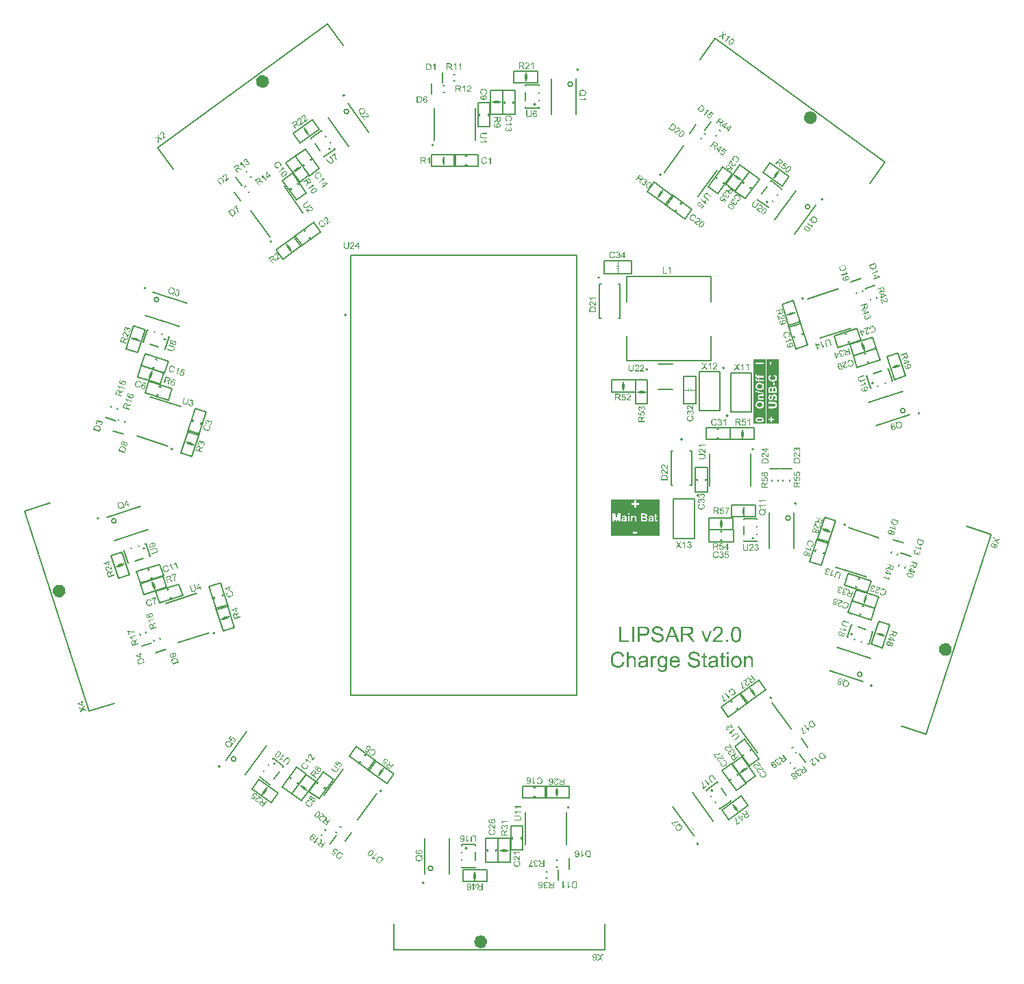
<source format=gto>
G04*
G04 #@! TF.GenerationSoftware,Altium Limited,Altium Designer,23.3.1 (30)*
G04*
G04 Layer_Color=65535*
%FSAX44Y44*%
%MOMM*%
G71*
G04*
G04 #@! TF.SameCoordinates,7327C3A3-A75D-4357-90E6-FA600F46672C*
G04*
G04*
G04 #@! TF.FilePolarity,Positive*
G04*
G01*
G75*
%ADD10C,0.2000*%
%ADD11C,1.0000*%
%ADD12C,0.1270*%
%ADD13C,0.1524*%
%ADD14C,0.1300*%
%ADD15C,0.1016*%
G36*
X00964746Y00696419D02*
X00949729D01*
Y00706419D01*
X00964746D01*
Y00696419D01*
D02*
G37*
G36*
X00948631Y00766419D02*
X00948746D01*
Y00706419D01*
X00933746D01*
Y00766419D01*
X00933837D01*
Y00776315D01*
X00948631D01*
Y00766419D01*
D02*
G37*
G36*
X00964631D02*
X00964746D01*
Y00706419D01*
X00949746D01*
Y00766419D01*
X00949837D01*
Y00776315D01*
X00964631D01*
Y00766419D01*
D02*
G37*
G36*
X00817246Y00572919D02*
X00757246D01*
Y00587919D01*
X00817246D01*
Y00572919D01*
D02*
G37*
G36*
Y00587919D02*
X00757246D01*
Y00602919D01*
X00817246D01*
Y00587919D01*
D02*
G37*
G36*
X00817246Y00557919D02*
X00757246D01*
Y00572919D01*
X00817246D01*
Y00557919D01*
D02*
G37*
G36*
X00948746Y00696419D02*
X00933729D01*
Y00706419D01*
X00948746D01*
Y00696419D01*
D02*
G37*
G36*
X00841817Y00546911D02*
X00844879Y00542647D01*
X00843552D01*
X00841495Y00545547D01*
X00841482Y00545560D01*
X00841470Y00545584D01*
X00841433Y00545634D01*
X00841383Y00545708D01*
X00841284Y00545857D01*
X00841160Y00546043D01*
X00841148Y00546031D01*
X00841111Y00545981D01*
X00841074Y00545907D01*
X00841012Y00545808D01*
X00840875Y00545622D01*
X00840813Y00545535D01*
X00840764Y00545461D01*
X00838706Y00542647D01*
X00837417D01*
X00840565Y00546861D01*
X00837789Y00550790D01*
X00839065D01*
X00840553Y00548696D01*
Y00548683D01*
X00840578Y00548671D01*
X00840627Y00548584D01*
X00840714Y00548473D01*
X00840801Y00548336D01*
X00840912Y00548175D01*
X00841024Y00548002D01*
X00841111Y00547853D01*
X00841197Y00547704D01*
X00841210Y00547729D01*
X00841247Y00547778D01*
X00841309Y00547865D01*
X00841383Y00547977D01*
X00841470Y00548113D01*
X00841582Y00548274D01*
X00841706Y00548435D01*
X00841842Y00548609D01*
X00843478Y00550790D01*
X00844656D01*
X00841817Y00546911D01*
D02*
G37*
G36*
X00854535Y00550815D02*
X00854696Y00550790D01*
X00854882Y00550753D01*
X00855092Y00550704D01*
X00855303Y00550629D01*
X00855514Y00550530D01*
X00855526D01*
X00855539Y00550518D01*
X00855613Y00550481D01*
X00855712Y00550419D01*
X00855836Y00550332D01*
X00855973Y00550220D01*
X00856121Y00550084D01*
X00856258Y00549923D01*
X00856382Y00549749D01*
X00856394Y00549725D01*
X00856431Y00549663D01*
X00856481Y00549563D01*
X00856530Y00549439D01*
X00856580Y00549278D01*
X00856629Y00549105D01*
X00856667Y00548919D01*
X00856679Y00548708D01*
Y00548683D01*
Y00548621D01*
X00856667Y00548522D01*
X00856642Y00548398D01*
X00856605Y00548249D01*
X00856555Y00548088D01*
X00856493Y00547915D01*
X00856394Y00547754D01*
X00856382Y00547729D01*
X00856344Y00547679D01*
X00856270Y00547605D01*
X00856183Y00547506D01*
X00856059Y00547394D01*
X00855923Y00547283D01*
X00855749Y00547159D01*
X00855551Y00547060D01*
X00855564D01*
X00855588Y00547047D01*
X00855625D01*
X00855675Y00547022D01*
X00855799Y00546985D01*
X00855960Y00546911D01*
X00856134Y00546824D01*
X00856320Y00546700D01*
X00856506Y00546551D01*
X00856667Y00546365D01*
X00856679Y00546341D01*
X00856729Y00546266D01*
X00856791Y00546155D01*
X00856877Y00546006D01*
X00856952Y00545820D01*
X00857014Y00545597D01*
X00857063Y00545337D01*
X00857076Y00545051D01*
Y00545039D01*
Y00545002D01*
Y00544952D01*
X00857063Y00544878D01*
X00857051Y00544779D01*
X00857038Y00544680D01*
X00857014Y00544556D01*
X00856976Y00544432D01*
X00856890Y00544147D01*
X00856828Y00543985D01*
X00856741Y00543837D01*
X00856654Y00543688D01*
X00856555Y00543539D01*
X00856431Y00543391D01*
X00856295Y00543242D01*
X00856282Y00543229D01*
X00856258Y00543205D01*
X00856220Y00543180D01*
X00856158Y00543130D01*
X00856084Y00543068D01*
X00855985Y00543006D01*
X00855873Y00542944D01*
X00855762Y00542882D01*
X00855625Y00542808D01*
X00855477Y00542746D01*
X00855316Y00542684D01*
X00855142Y00542622D01*
X00854956Y00542572D01*
X00854758Y00542548D01*
X00854547Y00542523D01*
X00854336Y00542510D01*
X00854237D01*
X00854163Y00542523D01*
X00854064Y00542535D01*
X00853964Y00542548D01*
X00853840Y00542560D01*
X00853717Y00542585D01*
X00853431Y00542659D01*
X00853134Y00542783D01*
X00852985Y00542845D01*
X00852849Y00542932D01*
X00852700Y00543031D01*
X00852564Y00543143D01*
X00852551Y00543155D01*
X00852539Y00543167D01*
X00852502Y00543205D01*
X00852452Y00543254D01*
X00852403Y00543329D01*
X00852341Y00543403D01*
X00852266Y00543490D01*
X00852204Y00543589D01*
X00852056Y00543837D01*
X00851932Y00544122D01*
X00851820Y00544444D01*
X00851783Y00544618D01*
X00851758Y00544804D01*
X00852762Y00544940D01*
Y00544927D01*
X00852775Y00544903D01*
Y00544853D01*
X00852799Y00544804D01*
X00852837Y00544655D01*
X00852898Y00544469D01*
X00852973Y00544271D01*
X00853072Y00544060D01*
X00853196Y00543874D01*
X00853332Y00543713D01*
X00853357Y00543700D01*
X00853407Y00543651D01*
X00853493Y00543601D01*
X00853617Y00543527D01*
X00853754Y00543465D01*
X00853927Y00543403D01*
X00854126Y00543353D01*
X00854336Y00543341D01*
X00854411D01*
X00854460Y00543353D01*
X00854584Y00543366D01*
X00854745Y00543403D01*
X00854944Y00543465D01*
X00855142Y00543539D01*
X00855340Y00543663D01*
X00855526Y00543824D01*
X00855551Y00543849D01*
X00855601Y00543911D01*
X00855675Y00544010D01*
X00855774Y00544159D01*
X00855861Y00544333D01*
X00855935Y00544543D01*
X00855985Y00544779D01*
X00856010Y00545039D01*
Y00545051D01*
Y00545064D01*
Y00545101D01*
X00855997Y00545151D01*
X00855985Y00545275D01*
X00855948Y00545436D01*
X00855898Y00545609D01*
X00855811Y00545808D01*
X00855700Y00545993D01*
X00855551Y00546167D01*
X00855526Y00546192D01*
X00855477Y00546241D01*
X00855378Y00546303D01*
X00855241Y00546390D01*
X00855080Y00546477D01*
X00854882Y00546539D01*
X00854671Y00546589D01*
X00854423Y00546613D01*
X00854312D01*
X00854225Y00546601D01*
X00854126Y00546589D01*
X00854002Y00546576D01*
X00853865Y00546551D01*
X00853717Y00546514D01*
X00853828Y00547394D01*
X00853890D01*
X00853940Y00547382D01*
X00854101D01*
X00854212Y00547394D01*
X00854373Y00547419D01*
X00854547Y00547456D01*
X00854733Y00547518D01*
X00854931Y00547593D01*
X00855130Y00547704D01*
X00855154Y00547716D01*
X00855216Y00547766D01*
X00855291Y00547853D01*
X00855390Y00547964D01*
X00855489Y00548101D01*
X00855564Y00548274D01*
X00855625Y00548485D01*
X00855650Y00548733D01*
Y00548745D01*
Y00548758D01*
Y00548820D01*
X00855625Y00548919D01*
X00855601Y00549055D01*
X00855564Y00549192D01*
X00855489Y00549340D01*
X00855402Y00549501D01*
X00855278Y00549638D01*
X00855266Y00549650D01*
X00855216Y00549700D01*
X00855130Y00549762D01*
X00855018Y00549824D01*
X00854882Y00549898D01*
X00854721Y00549948D01*
X00854535Y00549997D01*
X00854324Y00550010D01*
X00854225D01*
X00854113Y00549985D01*
X00853989Y00549960D01*
X00853828Y00549923D01*
X00853667Y00549848D01*
X00853506Y00549762D01*
X00853345Y00549638D01*
X00853332Y00549625D01*
X00853283Y00549576D01*
X00853221Y00549489D01*
X00853146Y00549365D01*
X00853060Y00549216D01*
X00852985Y00549030D01*
X00852911Y00548807D01*
X00852861Y00548547D01*
X00851857Y00548721D01*
Y00548733D01*
X00851870Y00548770D01*
X00851882Y00548820D01*
X00851895Y00548882D01*
X00851919Y00548968D01*
X00851944Y00549067D01*
X00852031Y00549291D01*
X00852130Y00549539D01*
X00852279Y00549799D01*
X00852452Y00550047D01*
X00852675Y00550270D01*
X00852688Y00550282D01*
X00852700Y00550295D01*
X00852737Y00550319D01*
X00852799Y00550357D01*
X00852861Y00550394D01*
X00852936Y00550443D01*
X00853122Y00550555D01*
X00853357Y00550654D01*
X00853642Y00550741D01*
X00853952Y00550803D01*
X00854126Y00550828D01*
X00854411D01*
X00854535Y00550815D01*
D02*
G37*
G36*
X00849192Y00542647D02*
X00848188D01*
Y00549018D01*
X00848176Y00549006D01*
X00848126Y00548956D01*
X00848040Y00548894D01*
X00847928Y00548807D01*
X00847792Y00548696D01*
X00847630Y00548584D01*
X00847445Y00548448D01*
X00847234Y00548324D01*
X00847222D01*
X00847209Y00548311D01*
X00847135Y00548262D01*
X00847023Y00548200D01*
X00846887Y00548125D01*
X00846726Y00548039D01*
X00846552Y00547964D01*
X00846366Y00547878D01*
X00846193Y00547803D01*
Y00548782D01*
X00846205D01*
X00846230Y00548795D01*
X00846280Y00548820D01*
X00846329Y00548857D01*
X00846403Y00548894D01*
X00846490Y00548931D01*
X00846689Y00549043D01*
X00846912Y00549179D01*
X00847160Y00549340D01*
X00847407Y00549526D01*
X00847643Y00549725D01*
X00847655Y00549737D01*
X00847668Y00549749D01*
X00847742Y00549824D01*
X00847854Y00549935D01*
X00847990Y00550071D01*
X00848139Y00550245D01*
X00848288Y00550431D01*
X00848424Y00550629D01*
X00848535Y00550828D01*
X00849192D01*
Y00542647D01*
D02*
G37*
G36*
X00738837Y00851608D02*
X00732466D01*
X00732478Y00851596D01*
X00732527Y00851546D01*
X00732589Y00851459D01*
X00732676Y00851348D01*
X00732788Y00851211D01*
X00732899Y00851050D01*
X00733036Y00850864D01*
X00733160Y00850654D01*
Y00850641D01*
X00733172Y00850629D01*
X00733222Y00850555D01*
X00733284Y00850443D01*
X00733358Y00850307D01*
X00733445Y00850145D01*
X00733519Y00849972D01*
X00733606Y00849786D01*
X00733680Y00849613D01*
X00732701D01*
Y00849625D01*
X00732689Y00849650D01*
X00732664Y00849699D01*
X00732627Y00849749D01*
X00732589Y00849823D01*
X00732552Y00849910D01*
X00732441Y00850108D01*
X00732304Y00850331D01*
X00732143Y00850579D01*
X00731957Y00850827D01*
X00731759Y00851063D01*
X00731747Y00851075D01*
X00731734Y00851088D01*
X00731660Y00851162D01*
X00731548Y00851273D01*
X00731412Y00851410D01*
X00731238Y00851559D01*
X00731052Y00851707D01*
X00730854Y00851844D01*
X00730656Y00851955D01*
Y00852612D01*
X00738837D01*
Y00851608D01*
D02*
G37*
G36*
Y00842386D02*
X00738824D01*
X00738775D01*
X00738700D01*
X00738614Y00842399D01*
X00738514Y00842411D01*
X00738403Y00842423D01*
X00738279Y00842460D01*
X00738155Y00842498D01*
X00738142D01*
X00738130Y00842510D01*
X00738056Y00842535D01*
X00737957Y00842585D01*
X00737808Y00842659D01*
X00737647Y00842746D01*
X00737461Y00842870D01*
X00737275Y00842993D01*
X00737077Y00843155D01*
X00737064D01*
X00737052Y00843179D01*
X00736977Y00843241D01*
X00736866Y00843341D01*
X00736717Y00843489D01*
X00736544Y00843675D01*
X00736333Y00843898D01*
X00736097Y00844171D01*
X00735837Y00844469D01*
X00735825Y00844481D01*
X00735788Y00844530D01*
X00735738Y00844593D01*
X00735651Y00844679D01*
X00735564Y00844791D01*
X00735453Y00844915D01*
X00735217Y00845188D01*
X00734932Y00845485D01*
X00734647Y00845782D01*
X00734511Y00845931D01*
X00734374Y00846055D01*
X00734238Y00846167D01*
X00734114Y00846266D01*
X00734102D01*
X00734089Y00846291D01*
X00734052Y00846315D01*
X00734003Y00846340D01*
X00733879Y00846415D01*
X00733717Y00846501D01*
X00733531Y00846588D01*
X00733333Y00846663D01*
X00733110Y00846712D01*
X00732899Y00846737D01*
X00732887D01*
X00732875D01*
X00732800Y00846724D01*
X00732689Y00846712D01*
X00732552Y00846687D01*
X00732391Y00846625D01*
X00732230Y00846551D01*
X00732057Y00846452D01*
X00731895Y00846303D01*
X00731883Y00846278D01*
X00731833Y00846229D01*
X00731771Y00846130D01*
X00731685Y00846005D01*
X00731610Y00845844D01*
X00731548Y00845658D01*
X00731499Y00845435D01*
X00731486Y00845188D01*
Y00845113D01*
X00731499Y00845063D01*
X00731511Y00844940D01*
X00731536Y00844778D01*
X00731598Y00844593D01*
X00731672Y00844394D01*
X00731784Y00844208D01*
X00731933Y00844035D01*
X00731957Y00844022D01*
X00732007Y00843973D01*
X00732106Y00843898D01*
X00732242Y00843824D01*
X00732416Y00843737D01*
X00732614Y00843675D01*
X00732850Y00843626D01*
X00733122Y00843601D01*
X00733011Y00842572D01*
X00732999D01*
X00732961D01*
X00732899Y00842585D01*
X00732825Y00842597D01*
X00732726Y00842622D01*
X00732614Y00842634D01*
X00732366Y00842708D01*
X00732081Y00842808D01*
X00731796Y00842944D01*
X00731511Y00843130D01*
X00731387Y00843229D01*
X00731263Y00843353D01*
X00731251Y00843365D01*
X00731238Y00843390D01*
X00731201Y00843427D01*
X00731164Y00843477D01*
X00731127Y00843551D01*
X00731065Y00843638D01*
X00731015Y00843737D01*
X00730953Y00843849D01*
X00730904Y00843973D01*
X00730842Y00844109D01*
X00730792Y00844270D01*
X00730755Y00844431D01*
X00730681Y00844803D01*
X00730668Y00845002D01*
X00730656Y00845212D01*
Y00845324D01*
X00730668Y00845411D01*
X00730681Y00845510D01*
X00730693Y00845621D01*
X00730705Y00845745D01*
X00730743Y00845882D01*
X00730817Y00846179D01*
X00730928Y00846489D01*
X00731003Y00846650D01*
X00731090Y00846799D01*
X00731201Y00846935D01*
X00731313Y00847072D01*
X00731325Y00847084D01*
X00731338Y00847096D01*
X00731375Y00847133D01*
X00731424Y00847183D01*
X00731499Y00847233D01*
X00731573Y00847295D01*
X00731759Y00847419D01*
X00731994Y00847543D01*
X00732267Y00847654D01*
X00732577Y00847741D01*
X00732751Y00847753D01*
X00732924Y00847766D01*
X00732949D01*
X00733011D01*
X00733110Y00847753D01*
X00733234Y00847741D01*
X00733383Y00847716D01*
X00733544Y00847679D01*
X00733717Y00847629D01*
X00733891Y00847555D01*
X00733916Y00847543D01*
X00733978Y00847518D01*
X00734064Y00847468D01*
X00734189Y00847394D01*
X00734337Y00847307D01*
X00734511Y00847196D01*
X00734684Y00847047D01*
X00734883Y00846886D01*
X00734907Y00846861D01*
X00734982Y00846799D01*
X00735093Y00846687D01*
X00735168Y00846613D01*
X00735255Y00846526D01*
X00735354Y00846427D01*
X00735465Y00846303D01*
X00735577Y00846179D01*
X00735713Y00846043D01*
X00735849Y00845894D01*
X00735998Y00845721D01*
X00736147Y00845547D01*
X00736320Y00845349D01*
X00736333Y00845336D01*
X00736358Y00845311D01*
X00736395Y00845262D01*
X00736444Y00845200D01*
X00736568Y00845051D01*
X00736730Y00844865D01*
X00736903Y00844679D01*
X00737077Y00844481D01*
X00737225Y00844320D01*
X00737287Y00844258D01*
X00737349Y00844196D01*
X00737362Y00844184D01*
X00737399Y00844159D01*
X00737448Y00844109D01*
X00737523Y00844047D01*
X00737684Y00843911D01*
X00737882Y00843774D01*
Y00847778D01*
X00738837D01*
Y00842386D01*
D02*
G37*
G36*
X00734957Y00841432D02*
X00735056D01*
X00735279Y00841419D01*
X00735527Y00841395D01*
X00735812Y00841345D01*
X00736097Y00841295D01*
X00736370Y00841221D01*
X00736382D01*
X00736407Y00841209D01*
X00736444Y00841196D01*
X00736494Y00841184D01*
X00736618Y00841134D01*
X00736792Y00841072D01*
X00736977Y00840998D01*
X00737176Y00840899D01*
X00737374Y00840787D01*
X00737560Y00840663D01*
X00737585Y00840651D01*
X00737634Y00840601D01*
X00737721Y00840539D01*
X00737833Y00840440D01*
X00737944Y00840341D01*
X00738068Y00840205D01*
X00738192Y00840068D01*
X00738304Y00839920D01*
X00738316Y00839907D01*
X00738341Y00839845D01*
X00738390Y00839758D01*
X00738452Y00839647D01*
X00738514Y00839510D01*
X00738576Y00839349D01*
X00738638Y00839163D01*
X00738700Y00838953D01*
Y00838928D01*
X00738725Y00838854D01*
X00738737Y00838742D01*
X00738762Y00838581D01*
X00738787Y00838395D01*
X00738812Y00838172D01*
X00738824Y00837924D01*
X00738837Y00837651D01*
Y00834726D01*
X00730693D01*
Y00837850D01*
X00730705Y00838060D01*
X00730718Y00838283D01*
X00730743Y00838531D01*
X00730780Y00838767D01*
X00730817Y00838965D01*
Y00838978D01*
X00730829Y00839002D01*
Y00839027D01*
X00730854Y00839077D01*
X00730891Y00839213D01*
X00730953Y00839374D01*
X00731028Y00839560D01*
X00731127Y00839758D01*
X00731251Y00839957D01*
X00731400Y00840155D01*
Y00840167D01*
X00731424Y00840180D01*
X00731499Y00840267D01*
X00731623Y00840378D01*
X00731784Y00840515D01*
X00731982Y00840676D01*
X00732218Y00840837D01*
X00732490Y00840985D01*
X00732800Y00841122D01*
X00732813D01*
X00732837Y00841134D01*
X00732887Y00841147D01*
X00732949Y00841171D01*
X00733023Y00841196D01*
X00733122Y00841221D01*
X00733234Y00841258D01*
X00733358Y00841283D01*
X00733494Y00841308D01*
X00733643Y00841345D01*
X00733965Y00841395D01*
X00734325Y00841432D01*
X00734722Y00841444D01*
X00734734D01*
X00734759D01*
X00734808D01*
X00734883D01*
X00734957Y00841432D01*
D02*
G37*
G36*
X00913598Y00766843D02*
X00916660Y00762579D01*
X00915333D01*
X00913276Y00765479D01*
X00913263Y00765491D01*
X00913251Y00765516D01*
X00913214Y00765566D01*
X00913164Y00765640D01*
X00913065Y00765789D01*
X00912941Y00765975D01*
X00912929Y00765963D01*
X00912891Y00765913D01*
X00912854Y00765839D01*
X00912792Y00765739D01*
X00912656Y00765554D01*
X00912594Y00765467D01*
X00912544Y00765392D01*
X00910487Y00762579D01*
X00909198D01*
X00912346Y00766793D01*
X00909570Y00770722D01*
X00910846D01*
X00912334Y00768627D01*
Y00768615D01*
X00912359Y00768603D01*
X00912408Y00768516D01*
X00912495Y00768404D01*
X00912582Y00768268D01*
X00912693Y00768107D01*
X00912805Y00767933D01*
X00912891Y00767785D01*
X00912978Y00767636D01*
X00912991Y00767661D01*
X00913028Y00767710D01*
X00913090Y00767797D01*
X00913164Y00767909D01*
X00913251Y00768045D01*
X00913363Y00768206D01*
X00913486Y00768367D01*
X00913623Y00768541D01*
X00915259Y00770722D01*
X00916437D01*
X00913598Y00766843D01*
D02*
G37*
G36*
X00927295Y00762579D02*
X00926291D01*
Y00768950D01*
X00926278Y00768937D01*
X00926229Y00768888D01*
X00926142Y00768826D01*
X00926031Y00768739D01*
X00925894Y00768627D01*
X00925733Y00768516D01*
X00925547Y00768380D01*
X00925336Y00768256D01*
X00925324D01*
X00925312Y00768243D01*
X00925237Y00768194D01*
X00925126Y00768132D01*
X00924989Y00768057D01*
X00924828Y00767971D01*
X00924655Y00767896D01*
X00924469Y00767809D01*
X00924295Y00767735D01*
Y00768714D01*
X00924307D01*
X00924332Y00768727D01*
X00924382Y00768751D01*
X00924432Y00768789D01*
X00924506Y00768826D01*
X00924593Y00768863D01*
X00924791Y00768975D01*
X00925014Y00769111D01*
X00925262Y00769272D01*
X00925510Y00769458D01*
X00925745Y00769656D01*
X00925758Y00769669D01*
X00925770Y00769681D01*
X00925844Y00769755D01*
X00925956Y00769867D01*
X00926092Y00770003D01*
X00926241Y00770177D01*
X00926390Y00770363D01*
X00926526Y00770561D01*
X00926638Y00770760D01*
X00927295D01*
Y00762579D01*
D02*
G37*
G36*
X00920973D02*
X00919969D01*
Y00768950D01*
X00919957Y00768937D01*
X00919907Y00768888D01*
X00919820Y00768826D01*
X00919709Y00768739D01*
X00919573Y00768627D01*
X00919411Y00768516D01*
X00919225Y00768380D01*
X00919015Y00768256D01*
X00919002D01*
X00918990Y00768243D01*
X00918916Y00768194D01*
X00918804Y00768132D01*
X00918668Y00768057D01*
X00918507Y00767971D01*
X00918333Y00767896D01*
X00918147Y00767809D01*
X00917974Y00767735D01*
Y00768714D01*
X00917986D01*
X00918011Y00768727D01*
X00918060Y00768751D01*
X00918110Y00768789D01*
X00918184Y00768826D01*
X00918271Y00768863D01*
X00918469Y00768975D01*
X00918692Y00769111D01*
X00918940Y00769272D01*
X00919188Y00769458D01*
X00919424Y00769656D01*
X00919436Y00769669D01*
X00919449Y00769681D01*
X00919523Y00769755D01*
X00919634Y00769867D01*
X00919771Y00770003D01*
X00919920Y00770177D01*
X00920068Y00770363D01*
X00920205Y00770561D01*
X00920316Y00770760D01*
X00920973D01*
Y00762579D01*
D02*
G37*
G36*
X00873354Y00767843D02*
X00876416Y00763579D01*
X00875090D01*
X00873032Y00766479D01*
X00873020Y00766491D01*
X00873007Y00766516D01*
X00872970Y00766566D01*
X00872921Y00766640D01*
X00872821Y00766789D01*
X00872697Y00766975D01*
X00872685Y00766963D01*
X00872648Y00766913D01*
X00872611Y00766839D01*
X00872549Y00766739D01*
X00872412Y00766553D01*
X00872350Y00766467D01*
X00872301Y00766392D01*
X00870243Y00763579D01*
X00868954D01*
X00872102Y00767793D01*
X00869326Y00771722D01*
X00870603D01*
X00872090Y00769628D01*
Y00769615D01*
X00872115Y00769603D01*
X00872164Y00769516D01*
X00872251Y00769404D01*
X00872338Y00769268D01*
X00872449Y00769107D01*
X00872561Y00768933D01*
X00872648Y00768785D01*
X00872735Y00768636D01*
X00872747Y00768661D01*
X00872784Y00768710D01*
X00872846Y00768797D01*
X00872921Y00768909D01*
X00873007Y00769045D01*
X00873119Y00769206D01*
X00873243Y00769367D01*
X00873379Y00769541D01*
X00875015Y00771722D01*
X00876193D01*
X00873354Y00767843D01*
D02*
G37*
G36*
X00886171Y00771747D02*
X00886270Y00771735D01*
X00886382Y00771722D01*
X00886506Y00771710D01*
X00886642Y00771673D01*
X00886939Y00771598D01*
X00887249Y00771487D01*
X00887411Y00771412D01*
X00887559Y00771326D01*
X00887696Y00771214D01*
X00887832Y00771103D01*
X00887844Y00771090D01*
X00887857Y00771078D01*
X00887894Y00771041D01*
X00887943Y00770991D01*
X00887993Y00770917D01*
X00888055Y00770842D01*
X00888179Y00770656D01*
X00888303Y00770421D01*
X00888415Y00770148D01*
X00888501Y00769838D01*
X00888514Y00769665D01*
X00888526Y00769491D01*
Y00769466D01*
Y00769404D01*
X00888514Y00769305D01*
X00888501Y00769181D01*
X00888476Y00769033D01*
X00888439Y00768871D01*
X00888390Y00768698D01*
X00888315Y00768524D01*
X00888303Y00768500D01*
X00888278Y00768438D01*
X00888229Y00768351D01*
X00888154Y00768227D01*
X00888067Y00768078D01*
X00887956Y00767905D01*
X00887807Y00767731D01*
X00887646Y00767533D01*
X00887621Y00767508D01*
X00887559Y00767434D01*
X00887448Y00767322D01*
X00887373Y00767248D01*
X00887287Y00767161D01*
X00887187Y00767062D01*
X00887064Y00766950D01*
X00886939Y00766839D01*
X00886803Y00766702D01*
X00886654Y00766566D01*
X00886481Y00766417D01*
X00886307Y00766268D01*
X00886109Y00766095D01*
X00886097Y00766083D01*
X00886072Y00766058D01*
X00886022Y00766021D01*
X00885960Y00765971D01*
X00885811Y00765847D01*
X00885626Y00765686D01*
X00885440Y00765512D01*
X00885241Y00765339D01*
X00885080Y00765190D01*
X00885018Y00765128D01*
X00884956Y00765066D01*
X00884944Y00765054D01*
X00884919Y00765016D01*
X00884870Y00764967D01*
X00884808Y00764893D01*
X00884671Y00764731D01*
X00884535Y00764533D01*
X00888539D01*
Y00763579D01*
X00883147D01*
Y00763591D01*
Y00763641D01*
Y00763715D01*
X00883159Y00763802D01*
X00883171Y00763901D01*
X00883184Y00764013D01*
X00883221Y00764136D01*
X00883258Y00764260D01*
Y00764273D01*
X00883270Y00764285D01*
X00883295Y00764360D01*
X00883345Y00764459D01*
X00883419Y00764607D01*
X00883506Y00764769D01*
X00883630Y00764955D01*
X00883754Y00765141D01*
X00883915Y00765339D01*
Y00765351D01*
X00883940Y00765364D01*
X00884002Y00765438D01*
X00884101Y00765549D01*
X00884250Y00765698D01*
X00884436Y00765872D01*
X00884659Y00766083D01*
X00884931Y00766318D01*
X00885229Y00766578D01*
X00885241Y00766591D01*
X00885291Y00766628D01*
X00885353Y00766677D01*
X00885440Y00766764D01*
X00885551Y00766851D01*
X00885675Y00766963D01*
X00885948Y00767198D01*
X00886245Y00767483D01*
X00886543Y00767768D01*
X00886692Y00767905D01*
X00886815Y00768041D01*
X00886927Y00768177D01*
X00887026Y00768301D01*
Y00768314D01*
X00887051Y00768326D01*
X00887076Y00768363D01*
X00887101Y00768413D01*
X00887175Y00768537D01*
X00887262Y00768698D01*
X00887348Y00768884D01*
X00887423Y00769082D01*
X00887473Y00769305D01*
X00887497Y00769516D01*
Y00769528D01*
Y00769541D01*
X00887485Y00769615D01*
X00887473Y00769727D01*
X00887448Y00769863D01*
X00887386Y00770024D01*
X00887311Y00770185D01*
X00887212Y00770359D01*
X00887064Y00770520D01*
X00887039Y00770532D01*
X00886989Y00770582D01*
X00886890Y00770644D01*
X00886766Y00770731D01*
X00886605Y00770805D01*
X00886419Y00770867D01*
X00886196Y00770917D01*
X00885948Y00770929D01*
X00885873D01*
X00885824Y00770917D01*
X00885700Y00770904D01*
X00885539Y00770879D01*
X00885353Y00770817D01*
X00885155Y00770743D01*
X00884969Y00770631D01*
X00884795Y00770483D01*
X00884783Y00770458D01*
X00884733Y00770408D01*
X00884659Y00770309D01*
X00884584Y00770173D01*
X00884498Y00769999D01*
X00884436Y00769801D01*
X00884386Y00769566D01*
X00884361Y00769293D01*
X00883333Y00769404D01*
Y00769417D01*
Y00769454D01*
X00883345Y00769516D01*
X00883357Y00769590D01*
X00883382Y00769689D01*
X00883394Y00769801D01*
X00883469Y00770049D01*
X00883568Y00770334D01*
X00883704Y00770619D01*
X00883890Y00770904D01*
X00883989Y00771028D01*
X00884113Y00771152D01*
X00884126Y00771164D01*
X00884151Y00771177D01*
X00884188Y00771214D01*
X00884237Y00771251D01*
X00884312Y00771289D01*
X00884398Y00771350D01*
X00884498Y00771400D01*
X00884609Y00771462D01*
X00884733Y00771512D01*
X00884870Y00771574D01*
X00885031Y00771623D01*
X00885192Y00771660D01*
X00885564Y00771735D01*
X00885762Y00771747D01*
X00885973Y00771759D01*
X00886084D01*
X00886171Y00771747D01*
D02*
G37*
G36*
X00880730Y00763579D02*
X00879725D01*
Y00769950D01*
X00879713Y00769937D01*
X00879663Y00769888D01*
X00879577Y00769826D01*
X00879465Y00769739D01*
X00879329Y00769628D01*
X00879168Y00769516D01*
X00878982Y00769380D01*
X00878771Y00769256D01*
X00878759D01*
X00878746Y00769243D01*
X00878672Y00769194D01*
X00878560Y00769132D01*
X00878424Y00769057D01*
X00878263Y00768971D01*
X00878089Y00768896D01*
X00877903Y00768809D01*
X00877730Y00768735D01*
Y00769714D01*
X00877742D01*
X00877767Y00769727D01*
X00877817Y00769752D01*
X00877866Y00769789D01*
X00877941Y00769826D01*
X00878027Y00769863D01*
X00878226Y00769975D01*
X00878449Y00770111D01*
X00878697Y00770272D01*
X00878945Y00770458D01*
X00879180Y00770656D01*
X00879193Y00770669D01*
X00879205Y00770681D01*
X00879279Y00770755D01*
X00879391Y00770867D01*
X00879527Y00771003D01*
X00879676Y00771177D01*
X00879825Y00771363D01*
X00879961Y00771561D01*
X00880073Y00771759D01*
X00880730D01*
Y00763579D01*
D02*
G37*
G36*
X00874018Y00669602D02*
X00867647D01*
X00867660Y00669590D01*
X00867709Y00669540D01*
X00867771Y00669453D01*
X00867858Y00669342D01*
X00867970Y00669205D01*
X00868081Y00669044D01*
X00868217Y00668858D01*
X00868342Y00668648D01*
Y00668635D01*
X00868354Y00668623D01*
X00868403Y00668548D01*
X00868465Y00668437D01*
X00868540Y00668300D01*
X00868627Y00668139D01*
X00868701Y00667966D01*
X00868788Y00667780D01*
X00868862Y00667606D01*
X00867883D01*
Y00667619D01*
X00867870Y00667644D01*
X00867846Y00667693D01*
X00867809Y00667743D01*
X00867771Y00667817D01*
X00867734Y00667904D01*
X00867623Y00668102D01*
X00867486Y00668325D01*
X00867325Y00668573D01*
X00867139Y00668821D01*
X00866941Y00669057D01*
X00866928Y00669069D01*
X00866916Y00669081D01*
X00866842Y00669156D01*
X00866730Y00669267D01*
X00866594Y00669404D01*
X00866420Y00669552D01*
X00866234Y00669701D01*
X00866036Y00669837D01*
X00865838Y00669949D01*
Y00670606D01*
X00874018D01*
Y00669602D01*
D02*
G37*
G36*
Y00660380D02*
X00874006D01*
X00873957D01*
X00873882D01*
X00873795Y00660392D01*
X00873696Y00660405D01*
X00873585Y00660417D01*
X00873461Y00660454D01*
X00873337Y00660491D01*
X00873324D01*
X00873312Y00660504D01*
X00873238Y00660529D01*
X00873138Y00660578D01*
X00872990Y00660653D01*
X00872829Y00660739D01*
X00872643Y00660863D01*
X00872457Y00660987D01*
X00872258Y00661149D01*
X00872246D01*
X00872234Y00661173D01*
X00872159Y00661235D01*
X00872048Y00661334D01*
X00871899Y00661483D01*
X00871725Y00661669D01*
X00871515Y00661892D01*
X00871279Y00662165D01*
X00871019Y00662462D01*
X00871006Y00662475D01*
X00870969Y00662524D01*
X00870920Y00662586D01*
X00870833Y00662673D01*
X00870746Y00662785D01*
X00870635Y00662909D01*
X00870399Y00663181D01*
X00870114Y00663479D01*
X00869829Y00663776D01*
X00869693Y00663925D01*
X00869556Y00664049D01*
X00869420Y00664161D01*
X00869296Y00664260D01*
X00869284D01*
X00869271Y00664285D01*
X00869234Y00664309D01*
X00869184Y00664334D01*
X00869060Y00664408D01*
X00868899Y00664495D01*
X00868713Y00664582D01*
X00868515Y00664656D01*
X00868292Y00664706D01*
X00868081Y00664731D01*
X00868069D01*
X00868056D01*
X00867982Y00664718D01*
X00867870Y00664706D01*
X00867734Y00664681D01*
X00867573Y00664619D01*
X00867412Y00664545D01*
X00867238Y00664446D01*
X00867077Y00664297D01*
X00867065Y00664272D01*
X00867015Y00664222D01*
X00866953Y00664123D01*
X00866867Y00663999D01*
X00866792Y00663838D01*
X00866730Y00663652D01*
X00866681Y00663429D01*
X00866668Y00663181D01*
Y00663107D01*
X00866681Y00663057D01*
X00866693Y00662933D01*
X00866718Y00662772D01*
X00866780Y00662586D01*
X00866854Y00662388D01*
X00866966Y00662202D01*
X00867114Y00662029D01*
X00867139Y00662016D01*
X00867189Y00661967D01*
X00867288Y00661892D01*
X00867424Y00661818D01*
X00867598Y00661731D01*
X00867796Y00661669D01*
X00868032Y00661619D01*
X00868304Y00661595D01*
X00868193Y00660566D01*
X00868180D01*
X00868143D01*
X00868081Y00660578D01*
X00868007Y00660591D01*
X00867908Y00660615D01*
X00867796Y00660628D01*
X00867548Y00660702D01*
X00867263Y00660801D01*
X00866978Y00660938D01*
X00866693Y00661124D01*
X00866569Y00661223D01*
X00866445Y00661347D01*
X00866433Y00661359D01*
X00866420Y00661384D01*
X00866383Y00661421D01*
X00866346Y00661471D01*
X00866309Y00661545D01*
X00866247Y00661632D01*
X00866197Y00661731D01*
X00866135Y00661843D01*
X00866086Y00661967D01*
X00866024Y00662103D01*
X00865974Y00662264D01*
X00865937Y00662425D01*
X00865863Y00662797D01*
X00865850Y00662995D01*
X00865838Y00663206D01*
Y00663318D01*
X00865850Y00663404D01*
X00865863Y00663504D01*
X00865875Y00663615D01*
X00865887Y00663739D01*
X00865924Y00663875D01*
X00865999Y00664173D01*
X00866110Y00664483D01*
X00866185Y00664644D01*
X00866272Y00664793D01*
X00866383Y00664929D01*
X00866495Y00665065D01*
X00866507Y00665078D01*
X00866519Y00665090D01*
X00866557Y00665127D01*
X00866606Y00665177D01*
X00866681Y00665227D01*
X00866755Y00665288D01*
X00866941Y00665412D01*
X00867176Y00665536D01*
X00867449Y00665648D01*
X00867759Y00665735D01*
X00867933Y00665747D01*
X00868106Y00665760D01*
X00868131D01*
X00868193D01*
X00868292Y00665747D01*
X00868416Y00665735D01*
X00868565Y00665710D01*
X00868726Y00665673D01*
X00868899Y00665623D01*
X00869073Y00665549D01*
X00869098Y00665536D01*
X00869160Y00665512D01*
X00869246Y00665462D01*
X00869370Y00665388D01*
X00869519Y00665301D01*
X00869693Y00665189D01*
X00869866Y00665041D01*
X00870064Y00664879D01*
X00870089Y00664855D01*
X00870164Y00664793D01*
X00870275Y00664681D01*
X00870350Y00664607D01*
X00870436Y00664520D01*
X00870535Y00664421D01*
X00870647Y00664297D01*
X00870759Y00664173D01*
X00870895Y00664037D01*
X00871031Y00663888D01*
X00871180Y00663714D01*
X00871329Y00663541D01*
X00871502Y00663342D01*
X00871515Y00663330D01*
X00871540Y00663305D01*
X00871577Y00663256D01*
X00871626Y00663194D01*
X00871750Y00663045D01*
X00871911Y00662859D01*
X00872085Y00662673D01*
X00872258Y00662475D01*
X00872407Y00662314D01*
X00872469Y00662252D01*
X00872531Y00662190D01*
X00872543Y00662177D01*
X00872581Y00662152D01*
X00872630Y00662103D01*
X00872705Y00662041D01*
X00872866Y00661905D01*
X00873064Y00661768D01*
Y00665772D01*
X00874018D01*
Y00660380D01*
D02*
G37*
G36*
X00870895Y00659116D02*
X00871006D01*
X00871143Y00659103D01*
X00871292Y00659091D01*
X00871601Y00659054D01*
X00871924Y00659004D01*
X00872246Y00658942D01*
X00872531Y00658843D01*
X00872543D01*
X00872568Y00658831D01*
X00872605Y00658818D01*
X00872655Y00658793D01*
X00872779Y00658719D01*
X00872952Y00658620D01*
X00873138Y00658484D01*
X00873337Y00658310D01*
X00873523Y00658087D01*
X00873709Y00657839D01*
Y00657827D01*
X00873733Y00657802D01*
X00873746Y00657765D01*
X00873783Y00657703D01*
X00873808Y00657641D01*
X00873845Y00657554D01*
X00873895Y00657442D01*
X00873932Y00657331D01*
X00873969Y00657207D01*
X00874018Y00657058D01*
X00874056Y00656909D01*
X00874081Y00656736D01*
X00874130Y00656364D01*
X00874155Y00655943D01*
Y00655831D01*
X00874142Y00655757D01*
Y00655657D01*
X00874130Y00655546D01*
X00874118Y00655422D01*
X00874105Y00655286D01*
X00874056Y00654988D01*
X00873994Y00654678D01*
X00873895Y00654356D01*
X00873771Y00654071D01*
Y00654058D01*
X00873746Y00654034D01*
X00873733Y00654009D01*
X00873696Y00653959D01*
X00873609Y00653823D01*
X00873473Y00653674D01*
X00873312Y00653501D01*
X00873126Y00653339D01*
X00872890Y00653178D01*
X00872630Y00653042D01*
X00872618D01*
X00872593Y00653030D01*
X00872556Y00653017D01*
X00872494Y00652992D01*
X00872420Y00652968D01*
X00872320Y00652943D01*
X00872209Y00652918D01*
X00872085Y00652893D01*
X00871948Y00652856D01*
X00871800Y00652831D01*
X00871626Y00652806D01*
X00871453Y00652782D01*
X00871254Y00652757D01*
X00871044Y00652745D01*
X00870820Y00652732D01*
X00870585D01*
X00865875D01*
Y00653811D01*
X00870585D01*
X00870597D01*
X00870635D01*
X00870684D01*
X00870759D01*
X00870845D01*
X00870945Y00653823D01*
X00871180Y00653835D01*
X00871428Y00653860D01*
X00871688Y00653885D01*
X00871936Y00653934D01*
X00872048Y00653959D01*
X00872147Y00653997D01*
X00872172Y00654009D01*
X00872234Y00654034D01*
X00872320Y00654083D01*
X00872432Y00654158D01*
X00872556Y00654244D01*
X00872692Y00654368D01*
X00872816Y00654505D01*
X00872928Y00654678D01*
X00872940Y00654703D01*
X00872965Y00654765D01*
X00873015Y00654864D01*
X00873052Y00655001D01*
X00873101Y00655174D01*
X00873151Y00655372D01*
X00873176Y00655595D01*
X00873188Y00655843D01*
Y00655955D01*
X00873176Y00656042D01*
Y00656141D01*
X00873163Y00656252D01*
X00873126Y00656500D01*
X00873052Y00656785D01*
X00872965Y00657058D01*
X00872829Y00657318D01*
X00872754Y00657442D01*
X00872655Y00657542D01*
X00872643D01*
X00872630Y00657566D01*
X00872593Y00657591D01*
X00872543Y00657616D01*
X00872482Y00657665D01*
X00872407Y00657703D01*
X00872308Y00657752D01*
X00872196Y00657802D01*
X00872060Y00657839D01*
X00871911Y00657888D01*
X00871750Y00657938D01*
X00871552Y00657975D01*
X00871341Y00658000D01*
X00871118Y00658025D01*
X00870858Y00658050D01*
X00870585D01*
X00865875D01*
Y00659128D01*
X00870585D01*
X00870597D01*
X00870635D01*
X00870697D01*
X00870783D01*
X00870895Y00659116D01*
D02*
G37*
G36*
X00989037Y00667131D02*
X00989137Y00667118D01*
X00989236Y00667106D01*
X00989360Y00667081D01*
X00989484Y00667044D01*
X00989769Y00666957D01*
X00989930Y00666895D01*
X00990079Y00666808D01*
X00990227Y00666722D01*
X00990376Y00666622D01*
X00990525Y00666498D01*
X00990674Y00666362D01*
X00990686Y00666350D01*
X00990711Y00666325D01*
X00990735Y00666288D01*
X00990785Y00666226D01*
X00990847Y00666152D01*
X00990909Y00666052D01*
X00990971Y00665941D01*
X00991033Y00665829D01*
X00991107Y00665693D01*
X00991169Y00665544D01*
X00991231Y00665383D01*
X00991293Y00665209D01*
X00991343Y00665023D01*
X00991368Y00664825D01*
X00991393Y00664614D01*
X00991405Y00664404D01*
Y00664305D01*
X00991393Y00664230D01*
X00991380Y00664131D01*
X00991368Y00664032D01*
X00991355Y00663908D01*
X00991330Y00663784D01*
X00991256Y00663499D01*
X00991132Y00663201D01*
X00991070Y00663053D01*
X00990983Y00662916D01*
X00990884Y00662768D01*
X00990773Y00662631D01*
X00990760Y00662619D01*
X00990748Y00662606D01*
X00990711Y00662569D01*
X00990661Y00662520D01*
X00990587Y00662470D01*
X00990512Y00662408D01*
X00990426Y00662334D01*
X00990327Y00662272D01*
X00990079Y00662123D01*
X00989793Y00661999D01*
X00989471Y00661888D01*
X00989298Y00661850D01*
X00989112Y00661825D01*
X00988975Y00662830D01*
X00988988D01*
X00989013Y00662842D01*
X00989062D01*
X00989112Y00662867D01*
X00989260Y00662904D01*
X00989446Y00662966D01*
X00989645Y00663040D01*
X00989855Y00663139D01*
X00990041Y00663263D01*
X00990202Y00663400D01*
X00990215Y00663425D01*
X00990265Y00663474D01*
X00990314Y00663561D01*
X00990388Y00663685D01*
X00990450Y00663821D01*
X00990512Y00663995D01*
X00990562Y00664193D01*
X00990574Y00664404D01*
Y00664478D01*
X00990562Y00664528D01*
X00990550Y00664652D01*
X00990512Y00664813D01*
X00990450Y00665011D01*
X00990376Y00665209D01*
X00990252Y00665408D01*
X00990091Y00665594D01*
X00990066Y00665619D01*
X00990004Y00665668D01*
X00989905Y00665742D01*
X00989756Y00665842D01*
X00989583Y00665928D01*
X00989372Y00666003D01*
X00989137Y00666052D01*
X00988876Y00666077D01*
X00988864D01*
X00988851D01*
X00988814D01*
X00988765Y00666065D01*
X00988641Y00666052D01*
X00988480Y00666015D01*
X00988306Y00665965D01*
X00988108Y00665879D01*
X00987922Y00665767D01*
X00987748Y00665619D01*
X00987723Y00665594D01*
X00987674Y00665544D01*
X00987612Y00665445D01*
X00987525Y00665309D01*
X00987438Y00665147D01*
X00987376Y00664949D01*
X00987327Y00664738D01*
X00987302Y00664491D01*
Y00664379D01*
X00987315Y00664292D01*
X00987327Y00664193D01*
X00987339Y00664069D01*
X00987364Y00663933D01*
X00987401Y00663784D01*
X00986521Y00663895D01*
Y00663958D01*
X00986534Y00664007D01*
Y00664168D01*
X00986521Y00664280D01*
X00986496Y00664441D01*
X00986459Y00664614D01*
X00986397Y00664800D01*
X00986323Y00664999D01*
X00986211Y00665197D01*
X00986199Y00665222D01*
X00986149Y00665284D01*
X00986062Y00665358D01*
X00985951Y00665457D01*
X00985815Y00665556D01*
X00985641Y00665631D01*
X00985430Y00665693D01*
X00985182Y00665718D01*
X00985170D01*
X00985158D01*
X00985096D01*
X00984997Y00665693D01*
X00984860Y00665668D01*
X00984724Y00665631D01*
X00984575Y00665556D01*
X00984414Y00665470D01*
X00984278Y00665346D01*
X00984265Y00665333D01*
X00984216Y00665284D01*
X00984154Y00665197D01*
X00984092Y00665086D01*
X00984017Y00664949D01*
X00983968Y00664788D01*
X00983918Y00664602D01*
X00983906Y00664391D01*
Y00664292D01*
X00983931Y00664181D01*
X00983955Y00664057D01*
X00983992Y00663895D01*
X00984067Y00663734D01*
X00984154Y00663573D01*
X00984278Y00663412D01*
X00984290Y00663400D01*
X00984340Y00663350D01*
X00984426Y00663288D01*
X00984550Y00663214D01*
X00984699Y00663127D01*
X00984885Y00663053D01*
X00985108Y00662978D01*
X00985368Y00662929D01*
X00985195Y00661925D01*
X00985182D01*
X00985145Y00661937D01*
X00985096Y00661949D01*
X00985034Y00661962D01*
X00984947Y00661987D01*
X00984848Y00662011D01*
X00984625Y00662098D01*
X00984377Y00662197D01*
X00984117Y00662346D01*
X00983869Y00662520D01*
X00983645Y00662743D01*
X00983633Y00662755D01*
X00983621Y00662768D01*
X00983596Y00662805D01*
X00983559Y00662867D01*
X00983521Y00662929D01*
X00983472Y00663003D01*
X00983360Y00663189D01*
X00983261Y00663425D01*
X00983175Y00663710D01*
X00983112Y00664019D01*
X00983088Y00664193D01*
Y00664478D01*
X00983100Y00664602D01*
X00983125Y00664763D01*
X00983162Y00664949D01*
X00983212Y00665160D01*
X00983286Y00665371D01*
X00983385Y00665581D01*
Y00665594D01*
X00983398Y00665606D01*
X00983435Y00665680D01*
X00983497Y00665780D01*
X00983584Y00665904D01*
X00983695Y00666040D01*
X00983831Y00666189D01*
X00983992Y00666325D01*
X00984166Y00666449D01*
X00984191Y00666461D01*
X00984253Y00666498D01*
X00984352Y00666548D01*
X00984476Y00666598D01*
X00984637Y00666647D01*
X00984811Y00666697D01*
X00984997Y00666734D01*
X00985207Y00666746D01*
X00985232D01*
X00985294D01*
X00985393Y00666734D01*
X00985517Y00666709D01*
X00985666Y00666672D01*
X00985827Y00666622D01*
X00986001Y00666561D01*
X00986162Y00666461D01*
X00986187Y00666449D01*
X00986236Y00666412D01*
X00986310Y00666337D01*
X00986410Y00666251D01*
X00986521Y00666127D01*
X00986633Y00665990D01*
X00986757Y00665817D01*
X00986856Y00665619D01*
Y00665631D01*
X00986868Y00665656D01*
Y00665693D01*
X00986893Y00665742D01*
X00986930Y00665866D01*
X00987005Y00666028D01*
X00987091Y00666201D01*
X00987215Y00666387D01*
X00987364Y00666573D01*
X00987550Y00666734D01*
X00987575Y00666746D01*
X00987649Y00666796D01*
X00987761Y00666858D01*
X00987909Y00666945D01*
X00988095Y00667019D01*
X00988318Y00667081D01*
X00988579Y00667131D01*
X00988864Y00667143D01*
X00988876D01*
X00988913D01*
X00988963D01*
X00989037Y00667131D01*
D02*
G37*
G36*
X00991268Y00655355D02*
X00991256D01*
X00991207D01*
X00991132D01*
X00991045Y00655368D01*
X00990946Y00655380D01*
X00990835Y00655392D01*
X00990711Y00655430D01*
X00990587Y00655467D01*
X00990574D01*
X00990562Y00655479D01*
X00990488Y00655504D01*
X00990388Y00655554D01*
X00990240Y00655628D01*
X00990079Y00655715D01*
X00989893Y00655839D01*
X00989707Y00655963D01*
X00989508Y00656124D01*
X00989496D01*
X00989484Y00656149D01*
X00989409Y00656210D01*
X00989298Y00656310D01*
X00989149Y00656458D01*
X00988975Y00656644D01*
X00988765Y00656868D01*
X00988529Y00657140D01*
X00988269Y00657438D01*
X00988257Y00657450D01*
X00988219Y00657500D01*
X00988170Y00657562D01*
X00988083Y00657648D01*
X00987996Y00657760D01*
X00987885Y00657884D01*
X00987649Y00658157D01*
X00987364Y00658454D01*
X00987079Y00658752D01*
X00986943Y00658900D01*
X00986806Y00659024D01*
X00986670Y00659136D01*
X00986546Y00659235D01*
X00986534D01*
X00986521Y00659260D01*
X00986484Y00659285D01*
X00986434Y00659309D01*
X00986310Y00659384D01*
X00986149Y00659471D01*
X00985963Y00659557D01*
X00985765Y00659632D01*
X00985542Y00659681D01*
X00985331Y00659706D01*
X00985319D01*
X00985306D01*
X00985232Y00659694D01*
X00985120Y00659681D01*
X00984984Y00659656D01*
X00984823Y00659594D01*
X00984662Y00659520D01*
X00984488Y00659421D01*
X00984327Y00659272D01*
X00984315Y00659247D01*
X00984265Y00659198D01*
X00984203Y00659099D01*
X00984117Y00658975D01*
X00984042Y00658813D01*
X00983980Y00658628D01*
X00983931Y00658404D01*
X00983918Y00658157D01*
Y00658082D01*
X00983931Y00658033D01*
X00983943Y00657909D01*
X00983968Y00657747D01*
X00984030Y00657562D01*
X00984104Y00657363D01*
X00984216Y00657177D01*
X00984364Y00657004D01*
X00984389Y00656991D01*
X00984439Y00656942D01*
X00984538Y00656868D01*
X00984674Y00656793D01*
X00984848Y00656706D01*
X00985046Y00656644D01*
X00985282Y00656595D01*
X00985554Y00656570D01*
X00985443Y00655541D01*
X00985430D01*
X00985393D01*
X00985331Y00655554D01*
X00985257Y00655566D01*
X00985158Y00655591D01*
X00985046Y00655603D01*
X00984798Y00655677D01*
X00984513Y00655777D01*
X00984228Y00655913D01*
X00983943Y00656099D01*
X00983819Y00656198D01*
X00983695Y00656322D01*
X00983683Y00656335D01*
X00983670Y00656359D01*
X00983633Y00656396D01*
X00983596Y00656446D01*
X00983559Y00656520D01*
X00983497Y00656607D01*
X00983447Y00656706D01*
X00983385Y00656818D01*
X00983336Y00656942D01*
X00983274Y00657078D01*
X00983224Y00657239D01*
X00983187Y00657401D01*
X00983112Y00657772D01*
X00983100Y00657971D01*
X00983088Y00658181D01*
Y00658293D01*
X00983100Y00658380D01*
X00983112Y00658479D01*
X00983125Y00658590D01*
X00983137Y00658714D01*
X00983175Y00658851D01*
X00983249Y00659148D01*
X00983360Y00659458D01*
X00983435Y00659619D01*
X00983521Y00659768D01*
X00983633Y00659904D01*
X00983745Y00660041D01*
X00983757Y00660053D01*
X00983769Y00660065D01*
X00983807Y00660103D01*
X00983856Y00660152D01*
X00983931Y00660202D01*
X00984005Y00660264D01*
X00984191Y00660388D01*
X00984426Y00660512D01*
X00984699Y00660623D01*
X00985009Y00660710D01*
X00985182Y00660722D01*
X00985356Y00660735D01*
X00985381D01*
X00985443D01*
X00985542Y00660722D01*
X00985666Y00660710D01*
X00985815Y00660685D01*
X00985976Y00660648D01*
X00986149Y00660598D01*
X00986323Y00660524D01*
X00986348Y00660512D01*
X00986410Y00660487D01*
X00986496Y00660437D01*
X00986620Y00660363D01*
X00986769Y00660276D01*
X00986943Y00660165D01*
X00987116Y00660016D01*
X00987315Y00659855D01*
X00987339Y00659830D01*
X00987414Y00659768D01*
X00987525Y00659656D01*
X00987599Y00659582D01*
X00987686Y00659495D01*
X00987785Y00659396D01*
X00987897Y00659272D01*
X00988009Y00659148D01*
X00988145Y00659012D01*
X00988281Y00658863D01*
X00988430Y00658690D01*
X00988579Y00658516D01*
X00988752Y00658318D01*
X00988765Y00658305D01*
X00988790Y00658280D01*
X00988827Y00658231D01*
X00988876Y00658169D01*
X00989000Y00658020D01*
X00989161Y00657834D01*
X00989335Y00657648D01*
X00989508Y00657450D01*
X00989657Y00657289D01*
X00989719Y00657227D01*
X00989781Y00657165D01*
X00989793Y00657153D01*
X00989831Y00657128D01*
X00989880Y00657078D01*
X00989955Y00657016D01*
X00990116Y00656880D01*
X00990314Y00656743D01*
Y00660747D01*
X00991268D01*
Y00655355D01*
D02*
G37*
G36*
X00987389Y00654401D02*
X00987488D01*
X00987711Y00654388D01*
X00987959Y00654364D01*
X00988244Y00654314D01*
X00988529Y00654265D01*
X00988802Y00654190D01*
X00988814D01*
X00988839Y00654178D01*
X00988876Y00654165D01*
X00988926Y00654153D01*
X00989050Y00654103D01*
X00989223Y00654041D01*
X00989409Y00653967D01*
X00989608Y00653868D01*
X00989806Y00653756D01*
X00989992Y00653632D01*
X00990017Y00653620D01*
X00990066Y00653570D01*
X00990153Y00653508D01*
X00990265Y00653409D01*
X00990376Y00653310D01*
X00990500Y00653174D01*
X00990624Y00653037D01*
X00990735Y00652889D01*
X00990748Y00652876D01*
X00990773Y00652814D01*
X00990822Y00652728D01*
X00990884Y00652616D01*
X00990946Y00652480D01*
X00991008Y00652318D01*
X00991070Y00652132D01*
X00991132Y00651922D01*
Y00651897D01*
X00991157Y00651823D01*
X00991169Y00651711D01*
X00991194Y00651550D01*
X00991219Y00651364D01*
X00991244Y00651141D01*
X00991256Y00650893D01*
X00991268Y00650620D01*
Y00647695D01*
X00983125D01*
Y00650819D01*
X00983137Y00651029D01*
X00983150Y00651252D01*
X00983175Y00651500D01*
X00983212Y00651736D01*
X00983249Y00651934D01*
Y00651947D01*
X00983261Y00651971D01*
Y00651996D01*
X00983286Y00652046D01*
X00983323Y00652182D01*
X00983385Y00652343D01*
X00983460Y00652529D01*
X00983559Y00652728D01*
X00983683Y00652926D01*
X00983831Y00653124D01*
Y00653137D01*
X00983856Y00653149D01*
X00983931Y00653236D01*
X00984054Y00653347D01*
X00984216Y00653484D01*
X00984414Y00653645D01*
X00984650Y00653806D01*
X00984922Y00653955D01*
X00985232Y00654091D01*
X00985245D01*
X00985269Y00654103D01*
X00985319Y00654116D01*
X00985381Y00654140D01*
X00985455Y00654165D01*
X00985554Y00654190D01*
X00985666Y00654227D01*
X00985790Y00654252D01*
X00985926Y00654277D01*
X00986075Y00654314D01*
X00986397Y00654364D01*
X00986757Y00654401D01*
X00987153Y00654413D01*
X00987166D01*
X00987190D01*
X00987240D01*
X00987315D01*
X00987389Y00654401D01*
D02*
G37*
G36*
X00949891Y00665527D02*
X00951837D01*
Y00664523D01*
X00949891D01*
Y00660991D01*
X00948973D01*
X00943705Y00664709D01*
Y00665527D01*
X00948973D01*
Y00666631D01*
X00949891D01*
Y00665527D01*
D02*
G37*
G36*
X00951837Y00654868D02*
X00951824D01*
X00951775D01*
X00951700D01*
X00951614Y00654880D01*
X00951514Y00654893D01*
X00951403Y00654905D01*
X00951279Y00654942D01*
X00951155Y00654979D01*
X00951143D01*
X00951130Y00654992D01*
X00951056Y00655016D01*
X00950957Y00655066D01*
X00950808Y00655140D01*
X00950647Y00655227D01*
X00950461Y00655351D01*
X00950275Y00655475D01*
X00950077Y00655636D01*
X00950064D01*
X00950052Y00655661D01*
X00949977Y00655723D01*
X00949866Y00655822D01*
X00949717Y00655971D01*
X00949544Y00656157D01*
X00949333Y00656380D01*
X00949097Y00656653D01*
X00948837Y00656950D01*
X00948825Y00656963D01*
X00948788Y00657012D01*
X00948738Y00657074D01*
X00948651Y00657161D01*
X00948564Y00657272D01*
X00948453Y00657396D01*
X00948217Y00657669D01*
X00947932Y00657967D01*
X00947647Y00658264D01*
X00947511Y00658413D01*
X00947374Y00658537D01*
X00947238Y00658648D01*
X00947114Y00658747D01*
X00947102D01*
X00947089Y00658772D01*
X00947052Y00658797D01*
X00947003Y00658822D01*
X00946879Y00658896D01*
X00946718Y00658983D01*
X00946532Y00659070D01*
X00946333Y00659144D01*
X00946110Y00659194D01*
X00945899Y00659218D01*
X00945887D01*
X00945875D01*
X00945800Y00659206D01*
X00945689Y00659194D01*
X00945552Y00659169D01*
X00945391Y00659107D01*
X00945230Y00659033D01*
X00945057Y00658933D01*
X00944895Y00658785D01*
X00944883Y00658760D01*
X00944833Y00658710D01*
X00944771Y00658611D01*
X00944685Y00658487D01*
X00944610Y00658326D01*
X00944548Y00658140D01*
X00944499Y00657917D01*
X00944486Y00657669D01*
Y00657595D01*
X00944499Y00657545D01*
X00944511Y00657421D01*
X00944536Y00657260D01*
X00944598Y00657074D01*
X00944672Y00656876D01*
X00944784Y00656690D01*
X00944933Y00656516D01*
X00944957Y00656504D01*
X00945007Y00656454D01*
X00945106Y00656380D01*
X00945242Y00656305D01*
X00945416Y00656219D01*
X00945614Y00656157D01*
X00945850Y00656107D01*
X00946123Y00656082D01*
X00946011Y00655054D01*
X00945999D01*
X00945961D01*
X00945899Y00655066D01*
X00945825Y00655078D01*
X00945726Y00655103D01*
X00945614Y00655116D01*
X00945366Y00655190D01*
X00945081Y00655289D01*
X00944796Y00655425D01*
X00944511Y00655611D01*
X00944387Y00655711D01*
X00944263Y00655835D01*
X00944251Y00655847D01*
X00944238Y00655872D01*
X00944201Y00655909D01*
X00944164Y00655958D01*
X00944127Y00656033D01*
X00944065Y00656120D01*
X00944015Y00656219D01*
X00943953Y00656330D01*
X00943904Y00656454D01*
X00943842Y00656591D01*
X00943792Y00656752D01*
X00943755Y00656913D01*
X00943681Y00657285D01*
X00943668Y00657483D01*
X00943656Y00657694D01*
Y00657805D01*
X00943668Y00657892D01*
X00943681Y00657991D01*
X00943693Y00658103D01*
X00943705Y00658227D01*
X00943743Y00658363D01*
X00943817Y00658661D01*
X00943929Y00658970D01*
X00944003Y00659132D01*
X00944090Y00659280D01*
X00944201Y00659417D01*
X00944313Y00659553D01*
X00944325Y00659566D01*
X00944338Y00659578D01*
X00944375Y00659615D01*
X00944424Y00659665D01*
X00944499Y00659714D01*
X00944573Y00659776D01*
X00944759Y00659900D01*
X00944995Y00660024D01*
X00945267Y00660136D01*
X00945577Y00660222D01*
X00945751Y00660235D01*
X00945924Y00660247D01*
X00945949D01*
X00946011D01*
X00946110Y00660235D01*
X00946234Y00660222D01*
X00946383Y00660198D01*
X00946544Y00660160D01*
X00946718Y00660111D01*
X00946891Y00660036D01*
X00946916Y00660024D01*
X00946978Y00659999D01*
X00947065Y00659950D01*
X00947188Y00659875D01*
X00947337Y00659789D01*
X00947511Y00659677D01*
X00947684Y00659528D01*
X00947883Y00659367D01*
X00947907Y00659342D01*
X00947982Y00659280D01*
X00948093Y00659169D01*
X00948168Y00659094D01*
X00948254Y00659008D01*
X00948354Y00658908D01*
X00948465Y00658785D01*
X00948577Y00658661D01*
X00948713Y00658524D01*
X00948849Y00658375D01*
X00948998Y00658202D01*
X00949147Y00658028D01*
X00949321Y00657830D01*
X00949333Y00657818D01*
X00949358Y00657793D01*
X00949395Y00657743D01*
X00949444Y00657681D01*
X00949568Y00657533D01*
X00949730Y00657347D01*
X00949903Y00657161D01*
X00950077Y00656963D01*
X00950225Y00656801D01*
X00950287Y00656739D01*
X00950349Y00656677D01*
X00950362Y00656665D01*
X00950399Y00656640D01*
X00950448Y00656591D01*
X00950523Y00656529D01*
X00950684Y00656392D01*
X00950882Y00656256D01*
Y00660260D01*
X00951837D01*
Y00654868D01*
D02*
G37*
G36*
X00947957Y00653913D02*
X00948056D01*
X00948279Y00653901D01*
X00948527Y00653876D01*
X00948812Y00653827D01*
X00949097Y00653777D01*
X00949370Y00653702D01*
X00949382D01*
X00949407Y00653690D01*
X00949444Y00653678D01*
X00949494Y00653665D01*
X00949618Y00653616D01*
X00949791Y00653554D01*
X00949977Y00653479D01*
X00950176Y00653380D01*
X00950374Y00653269D01*
X00950560Y00653145D01*
X00950585Y00653132D01*
X00950634Y00653083D01*
X00950721Y00653021D01*
X00950833Y00652922D01*
X00950944Y00652822D01*
X00951068Y00652686D01*
X00951192Y00652550D01*
X00951304Y00652401D01*
X00951316Y00652389D01*
X00951341Y00652327D01*
X00951391Y00652240D01*
X00951452Y00652128D01*
X00951514Y00651992D01*
X00951576Y00651831D01*
X00951638Y00651645D01*
X00951700Y00651434D01*
Y00651409D01*
X00951725Y00651335D01*
X00951738Y00651224D01*
X00951762Y00651062D01*
X00951787Y00650876D01*
X00951812Y00650653D01*
X00951824Y00650405D01*
X00951837Y00650133D01*
Y00647207D01*
X00943693D01*
Y00650331D01*
X00943705Y00650542D01*
X00943718Y00650765D01*
X00943743Y00651013D01*
X00943780Y00651248D01*
X00943817Y00651447D01*
Y00651459D01*
X00943829Y00651484D01*
Y00651509D01*
X00943854Y00651558D01*
X00943891Y00651694D01*
X00943953Y00651856D01*
X00944028Y00652042D01*
X00944127Y00652240D01*
X00944251Y00652438D01*
X00944400Y00652636D01*
Y00652649D01*
X00944424Y00652661D01*
X00944499Y00652748D01*
X00944623Y00652860D01*
X00944784Y00652996D01*
X00944982Y00653157D01*
X00945218Y00653318D01*
X00945490Y00653467D01*
X00945800Y00653603D01*
X00945813D01*
X00945837Y00653616D01*
X00945887Y00653628D01*
X00945949Y00653653D01*
X00946023Y00653678D01*
X00946123Y00653702D01*
X00946234Y00653740D01*
X00946358Y00653764D01*
X00946494Y00653789D01*
X00946643Y00653827D01*
X00946965Y00653876D01*
X00947325Y00653913D01*
X00947721Y00653926D01*
X00947734D01*
X00947759D01*
X00947808D01*
X00947883D01*
X00947957Y00653913D01*
D02*
G37*
G36*
X00988684Y00637155D02*
X00988783Y00637143D01*
X00988895Y00637131D01*
X00989019Y00637118D01*
X00989155Y00637094D01*
X00989453Y00637007D01*
X00989762Y00636895D01*
X00989936Y00636821D01*
X00990097Y00636734D01*
X00990258Y00636635D01*
X00990407Y00636523D01*
X00990419Y00636511D01*
X00990444Y00636486D01*
X00990494Y00636437D01*
X00990556Y00636375D01*
X00990630Y00636300D01*
X00990717Y00636201D01*
X00990804Y00636090D01*
X00990891Y00635953D01*
X00990990Y00635817D01*
X00991076Y00635656D01*
X00991163Y00635470D01*
X00991237Y00635284D01*
X00991300Y00635073D01*
X00991349Y00634862D01*
X00991374Y00634627D01*
X00991386Y00634379D01*
Y00634267D01*
X00991374Y00634193D01*
X00991361Y00634106D01*
X00991349Y00633995D01*
X00991337Y00633871D01*
X00991312Y00633734D01*
X00991237Y00633449D01*
X00991126Y00633152D01*
X00991052Y00633003D01*
X00990965Y00632854D01*
X00990878Y00632706D01*
X00990767Y00632569D01*
X00990754Y00632557D01*
X00990742Y00632545D01*
X00990704Y00632507D01*
X00990655Y00632458D01*
X00990593Y00632408D01*
X00990519Y00632346D01*
X00990432Y00632284D01*
X00990333Y00632210D01*
X00990097Y00632074D01*
X00989812Y00631937D01*
X00989490Y00631838D01*
X00989304Y00631801D01*
X00989118Y00631776D01*
X00989044Y00632830D01*
X00989056D01*
X00989081D01*
X00989118Y00632842D01*
X00989167Y00632854D01*
X00989304Y00632892D01*
X00989477Y00632941D01*
X00989663Y00633003D01*
X00989849Y00633102D01*
X00990035Y00633214D01*
X00990196Y00633363D01*
X00990209Y00633387D01*
X00990258Y00633437D01*
X00990308Y00633524D01*
X00990382Y00633648D01*
X00990444Y00633796D01*
X00990506Y00633970D01*
X00990556Y00634168D01*
X00990568Y00634379D01*
Y00634453D01*
X00990556Y00634503D01*
X00990543Y00634639D01*
X00990506Y00634813D01*
X00990432Y00634999D01*
X00990345Y00635209D01*
X00990209Y00635408D01*
X00990134Y00635507D01*
X00990035Y00635606D01*
X00990023D01*
X00990010Y00635631D01*
X00989936Y00635681D01*
X00989812Y00635767D01*
X00989651Y00635854D01*
X00989440Y00635941D01*
X00989192Y00636027D01*
X00988907Y00636077D01*
X00988585Y00636102D01*
X00988573D01*
X00988548D01*
X00988498D01*
X00988449Y00636090D01*
X00988374D01*
X00988288Y00636077D01*
X00988089Y00636040D01*
X00987878Y00635990D01*
X00987655Y00635904D01*
X00987432Y00635780D01*
X00987234Y00635619D01*
X00987209Y00635594D01*
X00987160Y00635532D01*
X00987073Y00635433D01*
X00986986Y00635284D01*
X00986899Y00635110D01*
X00986813Y00634887D01*
X00986763Y00634639D01*
X00986738Y00634367D01*
Y00634280D01*
X00986750Y00634193D01*
X00986763Y00634069D01*
X00986800Y00633933D01*
X00986837Y00633784D01*
X00986899Y00633635D01*
X00986974Y00633487D01*
X00986986Y00633474D01*
X00987011Y00633424D01*
X00987060Y00633350D01*
X00987122Y00633263D01*
X00987209Y00633177D01*
X00987308Y00633078D01*
X00987420Y00632978D01*
X00987544Y00632892D01*
X00987407Y00631950D01*
X00983230Y00632743D01*
Y00636784D01*
X00984185D01*
Y00633536D01*
X00986379Y00633090D01*
X00986366Y00633102D01*
X00986354Y00633127D01*
X00986329Y00633164D01*
X00986292Y00633214D01*
X00986255Y00633288D01*
X00986217Y00633363D01*
X00986118Y00633561D01*
X00986019Y00633784D01*
X00985945Y00634044D01*
X00985883Y00634329D01*
X00985858Y00634627D01*
Y00634726D01*
X00985870Y00634800D01*
X00985883Y00634900D01*
X00985895Y00634999D01*
X00985920Y00635123D01*
X00985945Y00635247D01*
X00986044Y00635532D01*
X00986094Y00635681D01*
X00986168Y00635829D01*
X00986255Y00635990D01*
X00986354Y00636139D01*
X00986465Y00636288D01*
X00986602Y00636424D01*
X00986614Y00636437D01*
X00986639Y00636461D01*
X00986676Y00636498D01*
X00986738Y00636536D01*
X00986813Y00636598D01*
X00986899Y00636660D01*
X00986998Y00636722D01*
X00987110Y00636796D01*
X00987246Y00636870D01*
X00987383Y00636932D01*
X00987544Y00636994D01*
X00987705Y00637056D01*
X00987891Y00637094D01*
X00988077Y00637131D01*
X00988288Y00637155D01*
X00988498Y00637168D01*
X00988511D01*
X00988548D01*
X00988610D01*
X00988684Y00637155D01*
D02*
G37*
G36*
Y00630834D02*
X00988783Y00630821D01*
X00988895Y00630809D01*
X00989019Y00630797D01*
X00989155Y00630772D01*
X00989453Y00630685D01*
X00989762Y00630574D01*
X00989936Y00630499D01*
X00990097Y00630412D01*
X00990258Y00630313D01*
X00990407Y00630202D01*
X00990419Y00630189D01*
X00990444Y00630165D01*
X00990494Y00630115D01*
X00990556Y00630053D01*
X00990630Y00629979D01*
X00990717Y00629879D01*
X00990804Y00629768D01*
X00990891Y00629632D01*
X00990990Y00629495D01*
X00991076Y00629334D01*
X00991163Y00629148D01*
X00991237Y00628962D01*
X00991300Y00628751D01*
X00991349Y00628541D01*
X00991374Y00628305D01*
X00991386Y00628057D01*
Y00627946D01*
X00991374Y00627872D01*
X00991361Y00627785D01*
X00991349Y00627673D01*
X00991337Y00627549D01*
X00991312Y00627413D01*
X00991237Y00627128D01*
X00991126Y00626830D01*
X00991052Y00626682D01*
X00990965Y00626533D01*
X00990878Y00626384D01*
X00990767Y00626248D01*
X00990754Y00626235D01*
X00990742Y00626223D01*
X00990704Y00626186D01*
X00990655Y00626136D01*
X00990593Y00626087D01*
X00990519Y00626025D01*
X00990432Y00625963D01*
X00990333Y00625888D01*
X00990097Y00625752D01*
X00989812Y00625616D01*
X00989490Y00625516D01*
X00989304Y00625479D01*
X00989118Y00625454D01*
X00989044Y00626508D01*
X00989056D01*
X00989081D01*
X00989118Y00626520D01*
X00989167Y00626533D01*
X00989304Y00626570D01*
X00989477Y00626620D01*
X00989663Y00626682D01*
X00989849Y00626781D01*
X00990035Y00626892D01*
X00990196Y00627041D01*
X00990209Y00627066D01*
X00990258Y00627115D01*
X00990308Y00627202D01*
X00990382Y00627326D01*
X00990444Y00627475D01*
X00990506Y00627648D01*
X00990556Y00627847D01*
X00990568Y00628057D01*
Y00628132D01*
X00990556Y00628181D01*
X00990543Y00628318D01*
X00990506Y00628491D01*
X00990432Y00628677D01*
X00990345Y00628888D01*
X00990209Y00629086D01*
X00990134Y00629185D01*
X00990035Y00629285D01*
X00990023D01*
X00990010Y00629309D01*
X00989936Y00629359D01*
X00989812Y00629446D01*
X00989651Y00629532D01*
X00989440Y00629619D01*
X00989192Y00629706D01*
X00988907Y00629756D01*
X00988585Y00629780D01*
X00988573D01*
X00988548D01*
X00988498D01*
X00988449Y00629768D01*
X00988374D01*
X00988288Y00629756D01*
X00988089Y00629718D01*
X00987878Y00629669D01*
X00987655Y00629582D01*
X00987432Y00629458D01*
X00987234Y00629297D01*
X00987209Y00629272D01*
X00987160Y00629210D01*
X00987073Y00629111D01*
X00986986Y00628962D01*
X00986899Y00628789D01*
X00986813Y00628566D01*
X00986763Y00628318D01*
X00986738Y00628045D01*
Y00627958D01*
X00986750Y00627872D01*
X00986763Y00627747D01*
X00986800Y00627611D01*
X00986837Y00627462D01*
X00986899Y00627314D01*
X00986974Y00627165D01*
X00986986Y00627153D01*
X00987011Y00627103D01*
X00987060Y00627029D01*
X00987122Y00626942D01*
X00987209Y00626855D01*
X00987308Y00626756D01*
X00987420Y00626657D01*
X00987544Y00626570D01*
X00987407Y00625628D01*
X00983230Y00626421D01*
Y00630462D01*
X00984185D01*
Y00627215D01*
X00986379Y00626768D01*
X00986366Y00626781D01*
X00986354Y00626805D01*
X00986329Y00626843D01*
X00986292Y00626892D01*
X00986255Y00626967D01*
X00986217Y00627041D01*
X00986118Y00627239D01*
X00986019Y00627462D01*
X00985945Y00627723D01*
X00985883Y00628008D01*
X00985858Y00628305D01*
Y00628405D01*
X00985870Y00628479D01*
X00985883Y00628578D01*
X00985895Y00628677D01*
X00985920Y00628801D01*
X00985945Y00628925D01*
X00986044Y00629210D01*
X00986094Y00629359D01*
X00986168Y00629508D01*
X00986255Y00629669D01*
X00986354Y00629818D01*
X00986465Y00629966D01*
X00986602Y00630103D01*
X00986614Y00630115D01*
X00986639Y00630140D01*
X00986676Y00630177D01*
X00986738Y00630214D01*
X00986813Y00630276D01*
X00986899Y00630338D01*
X00986998Y00630400D01*
X00987110Y00630475D01*
X00987246Y00630549D01*
X00987383Y00630611D01*
X00987544Y00630673D01*
X00987705Y00630735D01*
X00987891Y00630772D01*
X00988077Y00630809D01*
X00988288Y00630834D01*
X00988498Y00630846D01*
X00988511D01*
X00988548D01*
X00988610D01*
X00988684Y00630834D01*
D02*
G37*
G36*
X00991250Y00623484D02*
X00989564Y00622405D01*
X00989552D01*
X00989527Y00622380D01*
X00989490Y00622356D01*
X00989440Y00622331D01*
X00989316Y00622244D01*
X00989155Y00622132D01*
X00988969Y00622009D01*
X00988783Y00621872D01*
X00988610Y00621748D01*
X00988449Y00621624D01*
X00988436Y00621612D01*
X00988387Y00621575D01*
X00988312Y00621513D01*
X00988225Y00621451D01*
X00988052Y00621265D01*
X00987965Y00621178D01*
X00987903Y00621079D01*
X00987891Y00621067D01*
X00987878Y00621042D01*
X00987854Y00620992D01*
X00987816Y00620930D01*
X00987742Y00620781D01*
X00987680Y00620596D01*
Y00620583D01*
X00987668Y00620558D01*
Y00620509D01*
X00987655Y00620447D01*
X00987643Y00620360D01*
Y00620261D01*
X00987630Y00620137D01*
Y00618749D01*
X00991250D01*
Y00617670D01*
X00983106D01*
Y00621451D01*
X00983119Y00621550D01*
Y00621649D01*
X00983131Y00621897D01*
X00983156Y00622157D01*
X00983205Y00622430D01*
X00983255Y00622690D01*
X00983292Y00622814D01*
X00983329Y00622926D01*
Y00622938D01*
X00983342Y00622951D01*
X00983367Y00623025D01*
X00983429Y00623124D01*
X00983515Y00623248D01*
X00983615Y00623397D01*
X00983751Y00623546D01*
X00983912Y00623694D01*
X00984110Y00623831D01*
X00984135Y00623843D01*
X00984210Y00623880D01*
X00984321Y00623942D01*
X00984470Y00624004D01*
X00984656Y00624066D01*
X00984866Y00624128D01*
X00985089Y00624165D01*
X00985337Y00624178D01*
X00985350D01*
X00985375D01*
X00985424D01*
X00985486Y00624165D01*
X00985561D01*
X00985647Y00624153D01*
X00985846Y00624103D01*
X00986081Y00624041D01*
X00986317Y00623942D01*
X00986564Y00623793D01*
X00986689Y00623707D01*
X00986800Y00623607D01*
X00986825Y00623583D01*
X00986850Y00623546D01*
X00986899Y00623508D01*
X00986936Y00623446D01*
X00986998Y00623372D01*
X00987048Y00623285D01*
X00987110Y00623186D01*
X00987172Y00623074D01*
X00987234Y00622938D01*
X00987296Y00622802D01*
X00987358Y00622641D01*
X00987420Y00622480D01*
X00987469Y00622294D01*
X00987507Y00622095D01*
X00987544Y00621885D01*
X00987556Y00621909D01*
X00987581Y00621959D01*
X00987618Y00622033D01*
X00987668Y00622120D01*
X00987804Y00622331D01*
X00987878Y00622442D01*
X00987953Y00622529D01*
X00987978Y00622554D01*
X00988027Y00622616D01*
X00988126Y00622703D01*
X00988250Y00622814D01*
X00988411Y00622951D01*
X00988597Y00623099D01*
X00988808Y00623260D01*
X00989044Y00623422D01*
X00991250Y00624835D01*
Y00623484D01*
D02*
G37*
G36*
X00949077Y00636624D02*
X00949151D01*
X00949349Y00636600D01*
X00949560Y00636550D01*
X00949808Y00636501D01*
X00950056Y00636414D01*
X00950304Y00636302D01*
X00950316D01*
X00950329Y00636290D01*
X00950366Y00636265D01*
X00950415Y00636240D01*
X00950527Y00636166D01*
X00950676Y00636067D01*
X00950837Y00635930D01*
X00950998Y00635769D01*
X00951159Y00635596D01*
X00951308Y00635385D01*
X00951320Y00635360D01*
X00951357Y00635286D01*
X00951419Y00635162D01*
X00951481Y00635013D01*
X00951543Y00634815D01*
X00951605Y00634592D01*
X00951642Y00634344D01*
X00951655Y00634084D01*
Y00634034D01*
X00951642Y00633960D01*
Y00633873D01*
X00951630Y00633774D01*
X00951605Y00633650D01*
X00951580Y00633513D01*
X00951543Y00633365D01*
X00951494Y00633203D01*
X00951432Y00633030D01*
X00951357Y00632869D01*
X00951271Y00632695D01*
X00951159Y00632522D01*
X00951035Y00632348D01*
X00950899Y00632187D01*
X00950738Y00632038D01*
X00950725Y00632026D01*
X00950688Y00632001D01*
X00950638Y00631964D01*
X00950564Y00631914D01*
X00950465Y00631852D01*
X00950341Y00631790D01*
X00950192Y00631716D01*
X00950019Y00631654D01*
X00949820Y00631580D01*
X00949597Y00631505D01*
X00949349Y00631443D01*
X00949077Y00631381D01*
X00948779Y00631332D01*
X00948445Y00631295D01*
X00948097Y00631270D01*
X00947713Y00631257D01*
X00947701D01*
X00947688D01*
X00947651D01*
X00947614D01*
X00947490D01*
X00947329Y00631270D01*
X00947131Y00631282D01*
X00946908Y00631307D01*
X00946659Y00631332D01*
X00946399Y00631369D01*
X00946114Y00631406D01*
X00945829Y00631468D01*
X00945544Y00631543D01*
X00945271Y00631629D01*
X00944986Y00631728D01*
X00944738Y00631840D01*
X00944490Y00631976D01*
X00944280Y00632125D01*
X00944267Y00632137D01*
X00944242Y00632162D01*
X00944193Y00632199D01*
X00944131Y00632261D01*
X00944057Y00632348D01*
X00943982Y00632435D01*
X00943895Y00632547D01*
X00943809Y00632670D01*
X00943722Y00632807D01*
X00943635Y00632968D01*
X00943561Y00633129D01*
X00943486Y00633315D01*
X00943424Y00633513D01*
X00943375Y00633724D01*
X00943350Y00633947D01*
X00943338Y00634183D01*
Y00634269D01*
X00943350Y00634344D01*
Y00634418D01*
X00943362Y00634517D01*
X00943400Y00634740D01*
X00943474Y00634988D01*
X00943573Y00635249D01*
X00943697Y00635509D01*
X00943784Y00635633D01*
X00943883Y00635757D01*
Y00635769D01*
X00943908Y00635782D01*
X00943982Y00635856D01*
X00944106Y00635955D01*
X00944267Y00636079D01*
X00944478Y00636216D01*
X00944726Y00636327D01*
X00945023Y00636439D01*
X00945358Y00636501D01*
X00945432Y00635509D01*
X00945420D01*
X00945408D01*
X00945333Y00635484D01*
X00945234Y00635447D01*
X00945110Y00635410D01*
X00944825Y00635286D01*
X00944701Y00635211D01*
X00944590Y00635125D01*
X00944565Y00635112D01*
X00944515Y00635050D01*
X00944453Y00634964D01*
X00944366Y00634852D01*
X00944292Y00634703D01*
X00944218Y00634530D01*
X00944168Y00634331D01*
X00944156Y00634121D01*
Y00634034D01*
X00944168Y00633947D01*
X00944193Y00633836D01*
X00944218Y00633699D01*
X00944267Y00633550D01*
X00944342Y00633414D01*
X00944428Y00633265D01*
X00944441Y00633241D01*
X00944490Y00633191D01*
X00944577Y00633104D01*
X00944689Y00633005D01*
X00944825Y00632881D01*
X00944999Y00632757D01*
X00945209Y00632633D01*
X00945445Y00632522D01*
X00945457D01*
X00945470Y00632509D01*
X00945519Y00632497D01*
X00945569Y00632485D01*
X00945631Y00632460D01*
X00945717Y00632435D01*
X00945817Y00632410D01*
X00945928Y00632385D01*
X00946052Y00632361D01*
X00946189Y00632336D01*
X00946350Y00632311D01*
X00946511Y00632286D01*
X00946697Y00632274D01*
X00946895Y00632261D01*
X00947106Y00632249D01*
X00947317D01*
X00947304Y00632261D01*
X00947242Y00632311D01*
X00947143Y00632385D01*
X00947019Y00632497D01*
X00946883Y00632621D01*
X00946746Y00632770D01*
X00946622Y00632943D01*
X00946511Y00633129D01*
X00946498Y00633154D01*
X00946474Y00633216D01*
X00946424Y00633327D01*
X00946375Y00633464D01*
X00946325Y00633625D01*
X00946275Y00633811D01*
X00946251Y00634009D01*
X00946238Y00634220D01*
Y00634319D01*
X00946251Y00634393D01*
X00946263Y00634480D01*
X00946275Y00634579D01*
X00946325Y00634815D01*
X00946424Y00635075D01*
X00946474Y00635224D01*
X00946548Y00635360D01*
X00946635Y00635509D01*
X00946734Y00635658D01*
X00946845Y00635794D01*
X00946982Y00635930D01*
X00946994Y00635943D01*
X00947019Y00635955D01*
X00947056Y00635992D01*
X00947118Y00636042D01*
X00947193Y00636091D01*
X00947279Y00636153D01*
X00947378Y00636216D01*
X00947490Y00636290D01*
X00947626Y00636352D01*
X00947763Y00636414D01*
X00947924Y00636476D01*
X00948085Y00636525D01*
X00948271Y00636575D01*
X00948457Y00636612D01*
X00948668Y00636624D01*
X00948878Y00636637D01*
X00948891D01*
X00948915D01*
X00948953D01*
X00949002D01*
X00949077Y00636624D01*
D02*
G37*
G36*
X00948953Y00630365D02*
X00949052Y00630353D01*
X00949163Y00630340D01*
X00949287Y00630328D01*
X00949424Y00630303D01*
X00949721Y00630216D01*
X00950031Y00630105D01*
X00950205Y00630030D01*
X00950366Y00629944D01*
X00950527Y00629844D01*
X00950676Y00629733D01*
X00950688Y00629720D01*
X00950713Y00629696D01*
X00950762Y00629646D01*
X00950824Y00629584D01*
X00950899Y00629510D01*
X00950985Y00629411D01*
X00951072Y00629299D01*
X00951159Y00629163D01*
X00951258Y00629026D01*
X00951345Y00628865D01*
X00951432Y00628679D01*
X00951506Y00628493D01*
X00951568Y00628283D01*
X00951618Y00628072D01*
X00951642Y00627836D01*
X00951655Y00627588D01*
Y00627477D01*
X00951642Y00627402D01*
X00951630Y00627316D01*
X00951618Y00627204D01*
X00951605Y00627080D01*
X00951580Y00626944D01*
X00951506Y00626659D01*
X00951395Y00626361D01*
X00951320Y00626213D01*
X00951233Y00626064D01*
X00951147Y00625915D01*
X00951035Y00625779D01*
X00951023Y00625766D01*
X00951010Y00625754D01*
X00950973Y00625717D01*
X00950923Y00625667D01*
X00950862Y00625618D01*
X00950787Y00625556D01*
X00950700Y00625494D01*
X00950601Y00625419D01*
X00950366Y00625283D01*
X00950081Y00625147D01*
X00949758Y00625047D01*
X00949572Y00625010D01*
X00949387Y00624985D01*
X00949312Y00626039D01*
X00949324D01*
X00949349D01*
X00949387Y00626051D01*
X00949436Y00626064D01*
X00949572Y00626101D01*
X00949746Y00626151D01*
X00949932Y00626213D01*
X00950118Y00626312D01*
X00950304Y00626423D01*
X00950465Y00626572D01*
X00950477Y00626597D01*
X00950527Y00626646D01*
X00950576Y00626733D01*
X00950651Y00626857D01*
X00950713Y00627006D01*
X00950775Y00627179D01*
X00950824Y00627378D01*
X00950837Y00627588D01*
Y00627663D01*
X00950824Y00627712D01*
X00950812Y00627849D01*
X00950775Y00628022D01*
X00950700Y00628208D01*
X00950614Y00628419D01*
X00950477Y00628617D01*
X00950403Y00628716D01*
X00950304Y00628815D01*
X00950291D01*
X00950279Y00628840D01*
X00950205Y00628890D01*
X00950081Y00628977D01*
X00949920Y00629063D01*
X00949709Y00629150D01*
X00949461Y00629237D01*
X00949176Y00629286D01*
X00948854Y00629311D01*
X00948841D01*
X00948816D01*
X00948767D01*
X00948717Y00629299D01*
X00948643D01*
X00948556Y00629286D01*
X00948358Y00629249D01*
X00948147Y00629200D01*
X00947924Y00629113D01*
X00947701Y00628989D01*
X00947502Y00628828D01*
X00947478Y00628803D01*
X00947428Y00628741D01*
X00947341Y00628642D01*
X00947254Y00628493D01*
X00947168Y00628320D01*
X00947081Y00628097D01*
X00947031Y00627849D01*
X00947007Y00627576D01*
Y00627489D01*
X00947019Y00627402D01*
X00947031Y00627279D01*
X00947069Y00627142D01*
X00947106Y00626993D01*
X00947168Y00626845D01*
X00947242Y00626696D01*
X00947254Y00626684D01*
X00947279Y00626634D01*
X00947329Y00626560D01*
X00947391Y00626473D01*
X00947478Y00626386D01*
X00947577Y00626287D01*
X00947688Y00626188D01*
X00947812Y00626101D01*
X00947676Y00625159D01*
X00943499Y00625952D01*
Y00629993D01*
X00944453D01*
Y00626745D01*
X00946647Y00626299D01*
X00946635Y00626312D01*
X00946622Y00626337D01*
X00946598Y00626374D01*
X00946560Y00626423D01*
X00946523Y00626498D01*
X00946486Y00626572D01*
X00946387Y00626770D01*
X00946288Y00626993D01*
X00946213Y00627254D01*
X00946151Y00627539D01*
X00946127Y00627836D01*
Y00627935D01*
X00946139Y00628010D01*
X00946151Y00628109D01*
X00946164Y00628208D01*
X00946189Y00628332D01*
X00946213Y00628456D01*
X00946312Y00628741D01*
X00946362Y00628890D01*
X00946436Y00629039D01*
X00946523Y00629200D01*
X00946622Y00629348D01*
X00946734Y00629497D01*
X00946870Y00629634D01*
X00946883Y00629646D01*
X00946908Y00629671D01*
X00946945Y00629708D01*
X00947007Y00629745D01*
X00947081Y00629807D01*
X00947168Y00629869D01*
X00947267Y00629931D01*
X00947378Y00630005D01*
X00947515Y00630080D01*
X00947651Y00630142D01*
X00947812Y00630204D01*
X00947973Y00630266D01*
X00948159Y00630303D01*
X00948345Y00630340D01*
X00948556Y00630365D01*
X00948767Y00630377D01*
X00948779D01*
X00948816D01*
X00948878D01*
X00948953Y00630365D01*
D02*
G37*
G36*
X00951518Y00623015D02*
X00949833Y00621936D01*
X00949820D01*
X00949796Y00621911D01*
X00949758Y00621887D01*
X00949709Y00621862D01*
X00949585Y00621775D01*
X00949424Y00621664D01*
X00949238Y00621539D01*
X00949052Y00621403D01*
X00948878Y00621279D01*
X00948717Y00621155D01*
X00948705Y00621143D01*
X00948655Y00621106D01*
X00948581Y00621044D01*
X00948494Y00620982D01*
X00948320Y00620796D01*
X00948234Y00620709D01*
X00948172Y00620610D01*
X00948159Y00620597D01*
X00948147Y00620573D01*
X00948122Y00620523D01*
X00948085Y00620461D01*
X00948011Y00620312D01*
X00947949Y00620126D01*
Y00620114D01*
X00947936Y00620089D01*
Y00620040D01*
X00947924Y00619978D01*
X00947912Y00619891D01*
Y00619792D01*
X00947899Y00619668D01*
Y00618280D01*
X00951518D01*
Y00617201D01*
X00943375D01*
Y00620982D01*
X00943387Y00621081D01*
Y00621180D01*
X00943400Y00621428D01*
X00943424Y00621688D01*
X00943474Y00621961D01*
X00943524Y00622221D01*
X00943561Y00622345D01*
X00943598Y00622457D01*
Y00622469D01*
X00943610Y00622482D01*
X00943635Y00622556D01*
X00943697Y00622655D01*
X00943784Y00622779D01*
X00943883Y00622928D01*
X00944019Y00623077D01*
X00944181Y00623225D01*
X00944379Y00623362D01*
X00944404Y00623374D01*
X00944478Y00623411D01*
X00944590Y00623473D01*
X00944738Y00623535D01*
X00944924Y00623597D01*
X00945135Y00623659D01*
X00945358Y00623696D01*
X00945606Y00623709D01*
X00945618D01*
X00945643D01*
X00945693D01*
X00945755Y00623696D01*
X00945829D01*
X00945916Y00623684D01*
X00946114Y00623634D01*
X00946350Y00623572D01*
X00946585Y00623473D01*
X00946833Y00623325D01*
X00946957Y00623238D01*
X00947069Y00623139D01*
X00947093Y00623114D01*
X00947118Y00623077D01*
X00947168Y00623039D01*
X00947205Y00622977D01*
X00947267Y00622903D01*
X00947317Y00622816D01*
X00947378Y00622717D01*
X00947440Y00622606D01*
X00947502Y00622469D01*
X00947564Y00622333D01*
X00947626Y00622172D01*
X00947688Y00622011D01*
X00947738Y00621825D01*
X00947775Y00621626D01*
X00947812Y00621416D01*
X00947825Y00621440D01*
X00947850Y00621490D01*
X00947887Y00621564D01*
X00947936Y00621651D01*
X00948073Y00621862D01*
X00948147Y00621973D01*
X00948221Y00622060D01*
X00948246Y00622085D01*
X00948296Y00622147D01*
X00948395Y00622234D01*
X00948519Y00622345D01*
X00948680Y00622482D01*
X00948866Y00622630D01*
X00949077Y00622791D01*
X00949312Y00622953D01*
X00951518Y00624366D01*
Y00623015D01*
D02*
G37*
G36*
X00335175Y01004235D02*
X00336068Y01004884D01*
X00336607Y01004142D01*
X00335715Y01003493D01*
X00336859Y01001920D01*
X00336047Y01001329D01*
X00334903Y01002903D01*
X00332046Y01000826D01*
X00331506Y01001568D01*
X00331416Y01008015D01*
X00332077Y01008496D01*
X00335175Y01004235D01*
D02*
G37*
G36*
X00322394Y01000674D02*
X00322609Y01000631D01*
X00322836Y01000551D01*
X00322860Y01000538D01*
X00322934Y01000499D01*
X00323050Y01000446D01*
X00323188Y01000362D01*
X00323347Y01000248D01*
X00323521Y01000114D01*
X00323682Y00999955D01*
X00323838Y00999762D01*
X00323845Y00999752D01*
X00323860Y00999732D01*
X00323889Y00999692D01*
X00323916Y00999634D01*
X00323959Y00999574D01*
X00324000Y00999497D01*
X00324077Y00999307D01*
X00324165Y00999080D01*
X00324224Y00998832D01*
X00324249Y00998544D01*
X00324252Y00998392D01*
X00324237Y00998244D01*
X00324232Y00998209D01*
X00324216Y00998167D01*
X00324215Y00998105D01*
X00324187Y00998039D01*
X00324163Y00997945D01*
X00324122Y00997854D01*
X00324079Y00997745D01*
X00324025Y00997630D01*
X00323951Y00997499D01*
X00323877Y00997369D01*
X00323783Y00997224D01*
X00323689Y00997079D01*
X00323568Y00996930D01*
X00323430Y00996783D01*
X00323281Y00996629D01*
X00323308Y00996634D01*
X00323363Y00996643D01*
X00323445Y00996656D01*
X00323544Y00996667D01*
X00323795Y00996681D01*
X00323929Y00996686D01*
X00324043Y00996677D01*
X00324077Y00996672D01*
X00324157Y00996668D01*
X00324285Y00996639D01*
X00324448Y00996604D01*
X00324654Y00996554D01*
X00324883Y00996491D01*
X00325137Y00996416D01*
X00325406Y00996320D01*
X00327847Y00995366D01*
X00326754Y00994572D01*
X00324890Y00995301D01*
X00324883Y00995311D01*
X00324848Y00995317D01*
X00324806Y00995332D01*
X00324757Y00995358D01*
X00324614Y00995407D01*
X00324429Y00995472D01*
X00324220Y00995549D01*
X00324000Y00995619D01*
X00323798Y00995687D01*
X00323603Y00995744D01*
X00323585Y00995747D01*
X00323526Y00995765D01*
X00323432Y00995789D01*
X00323331Y00995823D01*
X00323079Y00995854D01*
X00322957Y00995873D01*
X00322841Y00995864D01*
X00322823Y00995867D01*
X00322796Y00995863D01*
X00322742Y00995854D01*
X00322669Y00995847D01*
X00322505Y00995820D01*
X00322319Y00995761D01*
X00322309Y00995753D01*
X00322281Y00995749D01*
X00322241Y00995720D01*
X00322184Y00995693D01*
X00322106Y00995652D01*
X00322026Y00995594D01*
X00321918Y00995531D01*
X00320796Y00994715D01*
X00322924Y00991787D01*
X00322052Y00991153D01*
X00317263Y00997740D01*
X00320321Y00999963D01*
X00320408Y01000011D01*
X00320488Y01000070D01*
X00320696Y01000205D01*
X00320921Y01000338D01*
X00321171Y01000459D01*
X00321411Y01000572D01*
X00321533Y01000614D01*
X00321645Y01000650D01*
X00321655Y01000657D01*
X00321672Y01000655D01*
X00321747Y01000678D01*
X00321864Y01000686D01*
X00322015Y01000689D01*
X00322193Y01000696D01*
X00322394Y01000674D01*
D02*
G37*
G36*
X00331395Y00997947D02*
X00330583Y00997356D01*
X00326837Y01002509D01*
X00326834Y01002492D01*
X00326823Y01002423D01*
X00326789Y01002322D01*
X00326750Y01002186D01*
X00326705Y01002016D01*
X00326641Y01001831D01*
X00326571Y01001611D01*
X00326473Y01001387D01*
X00326463Y01001379D01*
X00326460Y01001362D01*
X00326429Y01001278D01*
X00326375Y01001162D01*
X00326309Y01001022D01*
X00326230Y01000857D01*
X00326133Y01000695D01*
X00326034Y01000516D01*
X00325937Y01000353D01*
X00325361Y01001145D01*
X00325371Y01001153D01*
X00325384Y01001177D01*
X00325410Y01001226D01*
X00325428Y01001286D01*
X00325466Y01001359D01*
X00325514Y01001441D01*
X00325609Y01001647D01*
X00325709Y01001889D01*
X00325815Y01002165D01*
X00325906Y01002461D01*
X00325980Y01002760D01*
X00325983Y01002777D01*
X00325986Y01002795D01*
X00326002Y01002899D01*
X00326027Y01003054D01*
X00326057Y01003245D01*
X00326075Y01003473D01*
X00326086Y01003711D01*
X00326080Y01003951D01*
X00326053Y01004177D01*
X00326585Y01004564D01*
X00331395Y00997947D01*
D02*
G37*
G36*
X00305875Y01024107D02*
X00306076Y01024085D01*
X00306281Y01024035D01*
X00306483Y01023967D01*
X00306508Y01023954D01*
X00306574Y01023926D01*
X00306673Y01023875D01*
X00306786Y01023804D01*
X00306921Y01023703D01*
X00307063Y01023592D01*
X00307202Y01023463D01*
X00307336Y01023300D01*
X00307351Y01023280D01*
X00307387Y01023230D01*
X00307435Y01023142D01*
X00307488Y01023027D01*
X00307546Y01022885D01*
X00307600Y01022726D01*
X00307652Y01022549D01*
X00307667Y01022360D01*
X00307671Y01022333D01*
X00307670Y01022271D01*
X00307654Y01022167D01*
X00307642Y01022036D01*
X00307608Y01021873D01*
X00307563Y01021702D01*
X00307495Y01021500D01*
X00307393Y01021303D01*
X00307403Y01021310D01*
X00307431Y01021315D01*
X00307461Y01021337D01*
X00307516Y01021346D01*
X00307638Y01021389D01*
X00307812Y01021423D01*
X00308003Y01021455D01*
X00308226Y01021464D01*
X00308464Y01021453D01*
X00308704Y01021398D01*
X00308728Y01021385D01*
X00308812Y01021354D01*
X00308928Y01021300D01*
X00309086Y01021231D01*
X00309255Y01021124D01*
X00309436Y01020980D01*
X00309630Y01020799D01*
X00309807Y01020576D01*
X00309815Y01020566D01*
X00309837Y01020536D01*
X00309866Y01020495D01*
X00309899Y01020428D01*
X00309948Y01020340D01*
X00309996Y01020253D01*
X00310049Y01020138D01*
X00310092Y01020016D01*
X00310189Y01019734D01*
X00310234Y01019568D01*
X00310251Y01019396D01*
X00310268Y01019225D01*
X00310276Y01019046D01*
X00310263Y01018853D01*
X00310240Y01018653D01*
X00310237Y01018635D01*
X00310232Y01018601D01*
X00310216Y01018559D01*
X00310195Y01018482D01*
X00310172Y01018389D01*
X00310128Y01018280D01*
X00310074Y01018164D01*
X00310020Y01018049D01*
X00309954Y01017908D01*
X00309870Y01017771D01*
X00309776Y01017626D01*
X00309672Y01017474D01*
X00309551Y01017324D01*
X00309405Y01017187D01*
X00309249Y01017044D01*
X00309086Y01016909D01*
X00309006Y01016851D01*
X00308938Y01016817D01*
X00308851Y01016769D01*
X00308763Y01016721D01*
X00308656Y01016658D01*
X00308541Y01016605D01*
X00308267Y01016498D01*
X00307953Y01016423D01*
X00307796Y01016386D01*
X00307635Y01016376D01*
X00307457Y01016368D01*
X00307281Y01016378D01*
X00307263Y01016381D01*
X00307246Y01016384D01*
X00307194Y01016392D01*
X00307125Y01016403D01*
X00307041Y01016434D01*
X00306947Y01016458D01*
X00306836Y01016484D01*
X00306728Y01016528D01*
X00306462Y01016641D01*
X00306194Y01016799D01*
X00305914Y01016994D01*
X00305782Y01017112D01*
X00305652Y01017248D01*
X00306384Y01017949D01*
X00306391Y01017939D01*
X00306416Y01017926D01*
X00306445Y01017886D01*
X00306494Y01017860D01*
X00306612Y01017762D01*
X00306771Y01017648D01*
X00306948Y01017531D01*
X00307152Y01017419D01*
X00307362Y01017342D01*
X00307567Y01017291D01*
X00307594Y01017296D01*
X00307663Y01017285D01*
X00307763Y01017296D01*
X00307907Y01017309D01*
X00308054Y01017339D01*
X00308230Y01017391D01*
X00308420Y01017467D01*
X00308598Y01017581D01*
X00308658Y01017625D01*
X00308691Y01017664D01*
X00308784Y01017747D01*
X00308892Y01017872D01*
X00309016Y01018039D01*
X00309133Y01018215D01*
X00309220Y01018432D01*
X00309276Y01018672D01*
X00309281Y01018707D01*
X00309285Y01018786D01*
X00309287Y01018910D01*
X00309279Y01019088D01*
X00309248Y01019280D01*
X00309184Y01019494D01*
X00309086Y01019714D01*
X00308952Y01019939D01*
X00308945Y01019949D01*
X00308938Y01019959D01*
X00308916Y01019989D01*
X00308877Y01020022D01*
X00308794Y01020115D01*
X00308669Y01020223D01*
X00308527Y01020334D01*
X00308340Y01020444D01*
X00308141Y01020528D01*
X00307918Y01020581D01*
X00307884Y01020587D01*
X00307814Y01020598D01*
X00307698Y01020590D01*
X00307536Y01020580D01*
X00307355Y01020555D01*
X00307158Y01020489D01*
X00306959Y01020405D01*
X00306744Y01020279D01*
X00306653Y01020213D01*
X00306590Y01020152D01*
X00306517Y01020084D01*
X00306425Y01020001D01*
X00306329Y01019901D01*
X00306230Y01019783D01*
X00305803Y01020561D01*
X00305853Y01020597D01*
X00305900Y01020616D01*
X00306031Y01020711D01*
X00306114Y01020787D01*
X00306230Y01020901D01*
X00306348Y01021033D01*
X00306462Y01021193D01*
X00306579Y01021370D01*
X00306673Y01021577D01*
X00306686Y01021601D01*
X00306707Y01021678D01*
X00306716Y01021792D01*
X00306731Y01021940D01*
X00306731Y01022109D01*
X00306689Y01022293D01*
X00306615Y01022500D01*
X00306490Y01022715D01*
X00306482Y01022725D01*
X00306475Y01022735D01*
X00306439Y01022785D01*
X00306360Y01022851D01*
X00306260Y01022946D01*
X00306150Y01023035D01*
X00306002Y01023111D01*
X00305837Y01023191D01*
X00305657Y01023228D01*
X00305639Y01023231D01*
X00305570Y01023242D01*
X00305463Y01023241D01*
X00305337Y01023225D01*
X00305183Y01023205D01*
X00305023Y01023151D01*
X00304844Y01023081D01*
X00304666Y01022968D01*
X00304586Y01022909D01*
X00304510Y01022823D01*
X00304424Y01022731D01*
X00304316Y01022606D01*
X00304229Y01022451D01*
X00304150Y01022286D01*
X00304093Y01022091D01*
X00304090Y01022074D01*
X00304079Y01022004D01*
X00304080Y01021898D01*
X00304093Y01021754D01*
X00304110Y01021582D01*
X00304159Y01021388D01*
X00304230Y01021164D01*
X00304343Y01020924D01*
X00303429Y01020474D01*
X00303422Y01020484D01*
X00303410Y01020522D01*
X00303391Y01020569D01*
X00303364Y01020627D01*
X00303333Y01020711D01*
X00303295Y01020806D01*
X00303234Y01021038D01*
X00303169Y01021296D01*
X00303136Y01021594D01*
X00303130Y01021897D01*
X00303179Y01022208D01*
X00303182Y01022226D01*
X00303185Y01022243D01*
X00303200Y01022285D01*
X00303229Y01022352D01*
X00303257Y01022418D01*
X00303288Y01022502D01*
X00303373Y01022701D01*
X00303505Y01022920D01*
X00303685Y01023158D01*
X00303899Y01023390D01*
X00304025Y01023512D01*
X00304255Y01023680D01*
X00304363Y01023743D01*
X00304508Y01023818D01*
X00304680Y01023897D01*
X00304879Y01023981D01*
X00305093Y01024045D01*
X00305322Y01024088D01*
X00305332Y01024096D01*
X00305350Y01024093D01*
X00305432Y01024107D01*
X00305548Y01024115D01*
X00305700Y01024118D01*
X00305875Y01024107D01*
D02*
G37*
G36*
X00295844Y01016721D02*
X00296059Y01016679D01*
X00296286Y01016598D01*
X00296310Y01016586D01*
X00296384Y01016547D01*
X00296500Y01016494D01*
X00296637Y01016410D01*
X00296797Y01016296D01*
X00296971Y01016162D01*
X00297132Y01016003D01*
X00297288Y01015810D01*
X00297295Y01015800D01*
X00297310Y01015780D01*
X00297339Y01015740D01*
X00297365Y01015682D01*
X00297409Y01015622D01*
X00297450Y01015545D01*
X00297527Y01015355D01*
X00297615Y01015128D01*
X00297673Y01014880D01*
X00297699Y01014592D01*
X00297702Y01014440D01*
X00297687Y01014292D01*
X00297682Y01014257D01*
X00297666Y01014215D01*
X00297665Y01014153D01*
X00297637Y01014087D01*
X00297613Y01013993D01*
X00297572Y01013902D01*
X00297528Y01013793D01*
X00297475Y01013678D01*
X00297401Y01013547D01*
X00297327Y01013417D01*
X00297233Y01013272D01*
X00297139Y01013127D01*
X00297018Y01012978D01*
X00296880Y01012831D01*
X00296731Y01012677D01*
X00296758Y01012682D01*
X00296813Y01012691D01*
X00296895Y01012704D01*
X00296994Y01012715D01*
X00297245Y01012729D01*
X00297379Y01012734D01*
X00297493Y01012725D01*
X00297527Y01012720D01*
X00297607Y01012716D01*
X00297735Y01012687D01*
X00297898Y01012652D01*
X00298103Y01012602D01*
X00298333Y01012539D01*
X00298587Y01012464D01*
X00298856Y01012368D01*
X00301297Y01011414D01*
X00300204Y01010620D01*
X00298340Y01011349D01*
X00298333Y01011359D01*
X00298298Y01011364D01*
X00298256Y01011380D01*
X00298207Y01011405D01*
X00298064Y01011455D01*
X00297879Y01011519D01*
X00297670Y01011597D01*
X00297450Y01011667D01*
X00297248Y01011735D01*
X00297052Y01011792D01*
X00297035Y01011795D01*
X00296976Y01011813D01*
X00296882Y01011837D01*
X00296781Y01011870D01*
X00296528Y01011901D01*
X00296407Y01011921D01*
X00296291Y01011912D01*
X00296273Y01011915D01*
X00296246Y01011911D01*
X00296191Y01011901D01*
X00296119Y01011895D01*
X00295955Y01011868D01*
X00295769Y01011808D01*
X00295758Y01011801D01*
X00295731Y01011797D01*
X00295691Y01011768D01*
X00295634Y01011741D01*
X00295556Y01011700D01*
X00295476Y01011642D01*
X00295368Y01011579D01*
X00294246Y01010762D01*
X00296374Y01007835D01*
X00295502Y01007201D01*
X00290713Y01013788D01*
X00293771Y01016011D01*
X00293858Y01016059D01*
X00293938Y01016117D01*
X00294146Y01016253D01*
X00294371Y01016386D01*
X00294621Y01016507D01*
X00294860Y01016619D01*
X00294983Y01016662D01*
X00295095Y01016698D01*
X00295105Y01016705D01*
X00295122Y01016702D01*
X00295197Y01016726D01*
X00295313Y01016734D01*
X00295465Y01016737D01*
X00295643Y01016744D01*
X00295844Y01016721D01*
D02*
G37*
G36*
X00304845Y01013995D02*
X00304033Y01013404D01*
X00300287Y01018557D01*
X00300284Y01018540D01*
X00300273Y01018471D01*
X00300239Y01018370D01*
X00300200Y01018234D01*
X00300155Y01018063D01*
X00300091Y01017878D01*
X00300020Y01017659D01*
X00299923Y01017434D01*
X00299913Y01017427D01*
X00299910Y01017410D01*
X00299879Y01017326D01*
X00299825Y01017210D01*
X00299759Y01017070D01*
X00299680Y01016905D01*
X00299583Y01016743D01*
X00299484Y01016563D01*
X00299387Y01016401D01*
X00298811Y01017193D01*
X00298821Y01017200D01*
X00298834Y01017225D01*
X00298859Y01017274D01*
X00298878Y01017334D01*
X00298916Y01017407D01*
X00298964Y01017488D01*
X00299059Y01017695D01*
X00299159Y01017937D01*
X00299265Y01018213D01*
X00299356Y01018509D01*
X00299430Y01018808D01*
X00299433Y01018825D01*
X00299436Y01018843D01*
X00299452Y01018947D01*
X00299477Y01019102D01*
X00299507Y01019293D01*
X00299525Y01019521D01*
X00299536Y01019758D01*
X00299529Y01019999D01*
X00299503Y01020225D01*
X00300034Y01020611D01*
X00304845Y01013995D01*
D02*
G37*
G36*
X00275175Y01000975D02*
X00275289Y01000966D01*
X00275453Y01000931D01*
X00275658Y01000881D01*
X00275905Y01000816D01*
X00276173Y01000720D01*
X00276454Y01000587D01*
X00276747Y01000416D01*
X00276754Y01000406D01*
X00276779Y01000394D01*
X00276818Y01000361D01*
X00276874Y01000325D01*
X00276938Y01000280D01*
X00277016Y01000214D01*
X00277112Y01000146D01*
X00277205Y01000060D01*
X00277305Y00999964D01*
X00277423Y00999866D01*
X00277652Y00999634D01*
X00277894Y00999366D01*
X00278137Y00999052D01*
X00278144Y00999042D01*
X00278159Y00999022D01*
X00278188Y00998982D01*
X00278232Y00998922D01*
X00278266Y00998854D01*
X00278324Y00998774D01*
X00278445Y00998586D01*
X00278571Y00998371D01*
X00278698Y00998112D01*
X00278826Y00997852D01*
X00278926Y00997588D01*
X00278933Y00997578D01*
X00278938Y00997550D01*
X00278950Y00997513D01*
X00278969Y00997465D01*
X00279002Y00997336D01*
X00279054Y00997159D01*
X00279103Y00996965D01*
X00279139Y00996746D01*
X00279166Y00996520D01*
X00279175Y00996297D01*
X00279179Y00996270D01*
X00279168Y00996200D01*
X00279169Y00996094D01*
X00279155Y00995945D01*
X00279140Y00995797D01*
X00279103Y00995616D01*
X00279065Y00995436D01*
X00279011Y00995258D01*
X00279008Y00995241D01*
X00278972Y00995184D01*
X00278931Y00995093D01*
X00278878Y00994977D01*
X00278804Y00994847D01*
X00278710Y00994702D01*
X00278596Y00994543D01*
X00278462Y00994369D01*
X00278442Y00994354D01*
X00278396Y00994290D01*
X00278313Y00994215D01*
X00278198Y00994100D01*
X00278062Y00993971D01*
X00277896Y00993819D01*
X00277703Y00993664D01*
X00277489Y00993493D01*
X00275124Y00991773D01*
X00270334Y00998360D01*
X00272861Y01000196D01*
X00273038Y01000310D01*
X00273226Y01000432D01*
X00273441Y01000557D01*
X00273654Y01000666D01*
X00273836Y01000752D01*
X00273846Y01000760D01*
X00273873Y01000764D01*
X00273893Y01000779D01*
X00273948Y01000788D01*
X00274080Y01000838D01*
X00274247Y01000882D01*
X00274441Y01000932D01*
X00274660Y01000968D01*
X00274893Y01000984D01*
X00275141Y01000981D01*
X00275151Y01000988D01*
X00275175Y01000975D01*
D02*
G37*
G36*
X00280508Y01005128D02*
X00280684Y01005118D01*
X00280701Y01005116D01*
X00280719Y01005113D01*
X00280771Y01005105D01*
X00280840Y01005094D01*
X00280924Y01005063D01*
X00281017Y01005039D01*
X00281227Y01004962D01*
X00281466Y01004844D01*
X00281716Y01004689D01*
X00281969Y01004490D01*
X00282081Y01004356D01*
X00282193Y01004223D01*
X00282208Y01004203D01*
X00282244Y01004153D01*
X00282292Y01004066D01*
X00282355Y01003958D01*
X00282423Y01003823D01*
X00282487Y01003671D01*
X00282549Y01003502D01*
X00282591Y01003317D01*
X00282596Y01003290D01*
X00282612Y01003225D01*
X00282623Y01003126D01*
X00282636Y01002982D01*
X00282653Y01002811D01*
X00282665Y01002605D01*
X00282647Y01002377D01*
X00282633Y01002122D01*
X00282628Y01002087D01*
X00282621Y01001991D01*
X00282596Y01001835D01*
X00282580Y01001731D01*
X00282561Y01001610D01*
X00282539Y01001471D01*
X00282504Y01001308D01*
X00282470Y01001145D01*
X00282440Y01000954D01*
X00282400Y01000757D01*
X00282347Y01000534D01*
X00282294Y01000312D01*
X00282235Y01000055D01*
X00282233Y01000038D01*
X00282227Y01000003D01*
X00282209Y00999944D01*
X00282188Y00999867D01*
X00282141Y00999680D01*
X00282085Y00999440D01*
X00282037Y00999190D01*
X00281978Y00998933D01*
X00281935Y00998718D01*
X00281922Y00998632D01*
X00281908Y00998545D01*
X00281905Y00998528D01*
X00281907Y00998483D01*
X00281896Y00998414D01*
X00281890Y00998317D01*
X00281874Y00998107D01*
X00281881Y00997866D01*
X00285119Y01000221D01*
X00285680Y00999449D01*
X00281319Y00996278D01*
X00281312Y00996288D01*
X00281283Y00996328D01*
X00281239Y00996388D01*
X00281198Y00996466D01*
X00281150Y00996553D01*
X00281094Y00996650D01*
X00281051Y00996773D01*
X00281008Y00996895D01*
X00281001Y00996905D01*
X00281004Y00996922D01*
X00280980Y00996997D01*
X00280962Y00997106D01*
X00280935Y00997270D01*
X00280910Y00997451D01*
X00280901Y00997675D01*
X00280892Y00997898D01*
X00280906Y00998153D01*
X00280898Y00998163D01*
X00280911Y00998188D01*
X00280917Y00998285D01*
X00280932Y00998433D01*
X00280965Y00998641D01*
X00281013Y00998891D01*
X00281070Y00999192D01*
X00281152Y00999543D01*
X00281239Y00999929D01*
X00281242Y00999946D01*
X00281260Y01000005D01*
X00281281Y01000081D01*
X00281300Y01000203D01*
X00281340Y01000339D01*
X00281374Y01000502D01*
X00281456Y01000853D01*
X00281529Y01001258D01*
X00281602Y01001664D01*
X00281642Y01001861D01*
X00281662Y01002045D01*
X00281672Y01002220D01*
X00281680Y01002379D01*
X00281672Y01002389D01*
X00281685Y01002413D01*
X00281683Y01002458D01*
X00281674Y01002513D01*
X00281661Y01002657D01*
X00281637Y01002838D01*
X00281598Y01003040D01*
X00281541Y01003244D01*
X00281450Y01003453D01*
X00281346Y01003638D01*
X00281339Y01003648D01*
X00281332Y01003658D01*
X00281278Y01003711D01*
X00281202Y01003794D01*
X00281102Y01003890D01*
X00280957Y01003984D01*
X00280802Y01004070D01*
X00280620Y01004152D01*
X00280405Y01004195D01*
X00280378Y01004191D01*
X00280308Y01004202D01*
X00280192Y01004193D01*
X00280040Y01004191D01*
X00279866Y01004156D01*
X00279680Y01004097D01*
X00279470Y01004006D01*
X00279262Y01003870D01*
X00279202Y01003826D01*
X00279169Y01003787D01*
X00279076Y01003704D01*
X00278960Y01003589D01*
X00278847Y01003430D01*
X00278730Y01003253D01*
X00278645Y01003054D01*
X00278592Y01002831D01*
X00278597Y01002804D01*
X00278586Y01002735D01*
X00278584Y01002611D01*
X00278604Y01002457D01*
X00278636Y01002265D01*
X00278702Y01002068D01*
X00278801Y01001849D01*
X00278941Y01001614D01*
X00278043Y01001099D01*
X00278036Y01001109D01*
X00278014Y01001139D01*
X00277988Y01001196D01*
X00277954Y01001264D01*
X00277916Y01001359D01*
X00277860Y01001456D01*
X00277775Y01001700D01*
X00277687Y01001989D01*
X00277630Y01002300D01*
X00277613Y01002640D01*
X00277620Y01002799D01*
X00277647Y01002972D01*
X00277650Y01002989D01*
X00277663Y01003014D01*
X00277671Y01003066D01*
X00277689Y01003125D01*
X00277728Y01003199D01*
X00277761Y01003300D01*
X00277812Y01003398D01*
X00277866Y01003514D01*
X00277937Y01003627D01*
X00278011Y01003757D01*
X00278112Y01003892D01*
X00278221Y01004017D01*
X00278478Y01004296D01*
X00278631Y01004422D01*
X00278794Y01004556D01*
X00278884Y01004622D01*
X00278962Y01004663D01*
X00279049Y01004711D01*
X00279147Y01004767D01*
X00279254Y01004830D01*
X00279386Y01004880D01*
X00279671Y01004995D01*
X00279987Y01005087D01*
X00280161Y01005121D01*
X00280332Y01005138D01*
X00280508Y01005128D01*
D02*
G37*
G36*
X00289135Y00961719D02*
X00289248Y00961709D01*
X00289412Y00961675D01*
X00289617Y00961625D01*
X00289864Y00961559D01*
X00290132Y00961463D01*
X00290413Y00961330D01*
X00290706Y00961160D01*
X00290713Y00961150D01*
X00290737Y00961137D01*
X00290777Y00961104D01*
X00290833Y00961068D01*
X00290897Y00961023D01*
X00290975Y00960957D01*
X00291071Y00960889D01*
X00291164Y00960803D01*
X00291264Y00960708D01*
X00291382Y00960609D01*
X00291611Y00960378D01*
X00291853Y00960109D01*
X00292096Y00959795D01*
X00292103Y00959785D01*
X00292118Y00959765D01*
X00292147Y00959725D01*
X00292191Y00959665D01*
X00292225Y00959597D01*
X00292283Y00959517D01*
X00292404Y00959330D01*
X00292530Y00959115D01*
X00292657Y00958855D01*
X00292785Y00958595D01*
X00292885Y00958331D01*
X00292892Y00958321D01*
X00292897Y00958293D01*
X00292909Y00958256D01*
X00292928Y00958209D01*
X00292961Y00958079D01*
X00293013Y00957902D01*
X00293062Y00957708D01*
X00293098Y00957490D01*
X00293125Y00957263D01*
X00293134Y00957040D01*
X00293138Y00957013D01*
X00293127Y00956944D01*
X00293128Y00956837D01*
X00293114Y00956689D01*
X00293099Y00956540D01*
X00293062Y00956359D01*
X00293024Y00956179D01*
X00292970Y00956001D01*
X00292967Y00955984D01*
X00292931Y00955928D01*
X00292890Y00955836D01*
X00292836Y00955721D01*
X00292763Y00955590D01*
X00292669Y00955445D01*
X00292555Y00955286D01*
X00292421Y00955112D01*
X00292401Y00955097D01*
X00292355Y00955034D01*
X00292272Y00954958D01*
X00292157Y00954843D01*
X00292021Y00954714D01*
X00291855Y00954563D01*
X00291662Y00954407D01*
X00291448Y00954236D01*
X00289083Y00952516D01*
X00284293Y00959103D01*
X00286820Y00960940D01*
X00286997Y00961053D01*
X00287185Y00961175D01*
X00287400Y00961300D01*
X00287613Y00961409D01*
X00287795Y00961495D01*
X00287805Y00961503D01*
X00287832Y00961507D01*
X00287852Y00961522D01*
X00287907Y00961531D01*
X00288039Y00961581D01*
X00288206Y00961626D01*
X00288400Y00961675D01*
X00288619Y00961711D01*
X00288852Y00961728D01*
X00289100Y00961724D01*
X00289110Y00961731D01*
X00289135Y00961719D01*
D02*
G37*
G36*
X00295428Y00966110D02*
X00295425Y00966093D01*
X00295419Y00966058D01*
X00295418Y00965996D01*
X00295405Y00965910D01*
X00295406Y00965803D01*
X00295394Y00965672D01*
X00295387Y00965513D01*
X00295379Y00965355D01*
X00295376Y00965169D01*
X00295378Y00964956D01*
X00295370Y00964735D01*
X00295387Y00964502D01*
X00295400Y00964251D01*
X00295411Y00963983D01*
X00295446Y00963703D01*
X00295472Y00963415D01*
X00295469Y00963397D01*
X00295478Y00963343D01*
X00295492Y00963261D01*
X00295510Y00963151D01*
X00295533Y00963015D01*
X00295560Y00962850D01*
X00295592Y00962659D01*
X00295631Y00962458D01*
X00295678Y00962246D01*
X00295729Y00962008D01*
X00295787Y00961759D01*
X00295853Y00961500D01*
X00296001Y00960980D01*
X00296182Y00960436D01*
X00296189Y00960426D01*
X00296201Y00960389D01*
X00296220Y00960342D01*
X00296243Y00960267D01*
X00296282Y00960172D01*
X00296327Y00960067D01*
X00296388Y00959942D01*
X00296438Y00959810D01*
X00296512Y00959665D01*
X00296584Y00959503D01*
X00296753Y00959166D01*
X00296961Y00958796D01*
X00297193Y00958413D01*
X00296361Y00957808D01*
X00296353Y00957818D01*
X00296332Y00957848D01*
X00296303Y00957888D01*
X00296269Y00957956D01*
X00296218Y00958026D01*
X00296162Y00958123D01*
X00296092Y00958241D01*
X00296022Y00958359D01*
X00295947Y00958503D01*
X00295858Y00958669D01*
X00295769Y00958833D01*
X00295682Y00959016D01*
X00295581Y00959218D01*
X00295490Y00959428D01*
X00295299Y00959902D01*
X00295291Y00959912D01*
X00295272Y00959959D01*
X00295248Y00960034D01*
X00295210Y00960128D01*
X00295167Y00960251D01*
X00295127Y00960390D01*
X00295072Y00960549D01*
X00295013Y00960736D01*
X00294964Y00960930D01*
X00294900Y00961145D01*
X00294778Y00961608D01*
X00294672Y00962113D01*
X00294585Y00962632D01*
X00294588Y00962649D01*
X00294579Y00962704D01*
X00294573Y00962776D01*
X00294562Y00962875D01*
X00294546Y00963002D01*
X00294533Y00963146D01*
X00294523Y00963307D01*
X00294499Y00963489D01*
X00294482Y00963891D01*
X00294471Y00964327D01*
X00294471Y00964771D01*
X00294497Y00965219D01*
X00291269Y00962872D01*
X00290708Y00963644D01*
X00294968Y00966742D01*
X00295428Y00966110D01*
D02*
G37*
G36*
X00528016Y01101815D02*
X00528091D01*
X00528190Y01101803D01*
X00528413Y01101766D01*
X00528661Y01101691D01*
X00528921Y01101592D01*
X00529182Y01101468D01*
X00529305Y01101381D01*
X00529430Y01101282D01*
X00529442D01*
X00529454Y01101257D01*
X00529529Y01101183D01*
X00529628Y01101059D01*
X00529752Y01100898D01*
X00529888Y01100687D01*
X00530000Y01100439D01*
X00530111Y01100142D01*
X00530173Y01099807D01*
X00529182Y01099733D01*
Y01099745D01*
Y01099758D01*
X00529157Y01099832D01*
X00529120Y01099931D01*
X00529082Y01100055D01*
X00528959Y01100340D01*
X00528884Y01100464D01*
X00528797Y01100576D01*
X00528785Y01100601D01*
X00528723Y01100650D01*
X00528636Y01100712D01*
X00528525Y01100799D01*
X00528376Y01100873D01*
X00528202Y01100948D01*
X00528004Y01100997D01*
X00527793Y01101010D01*
X00527706D01*
X00527620Y01100997D01*
X00527508Y01100972D01*
X00527372Y01100948D01*
X00527223Y01100898D01*
X00527087Y01100824D01*
X00526938Y01100737D01*
X00526913Y01100724D01*
X00526864Y01100675D01*
X00526777Y01100588D01*
X00526678Y01100477D01*
X00526554Y01100340D01*
X00526430Y01100167D01*
X00526306Y01099956D01*
X00526194Y01099721D01*
Y01099708D01*
X00526182Y01099696D01*
X00526170Y01099646D01*
X00526157Y01099596D01*
X00526132Y01099535D01*
X00526108Y01099448D01*
X00526083Y01099349D01*
X00526058Y01099237D01*
X00526033Y01099113D01*
X00526008Y01098977D01*
X00525984Y01098816D01*
X00525959Y01098654D01*
X00525946Y01098469D01*
X00525934Y01098270D01*
X00525922Y01098059D01*
Y01097849D01*
X00525934Y01097861D01*
X00525984Y01097923D01*
X00526058Y01098022D01*
X00526170Y01098146D01*
X00526293Y01098283D01*
X00526442Y01098419D01*
X00526616Y01098543D01*
X00526802Y01098654D01*
X00526827Y01098667D01*
X00526889Y01098692D01*
X00527000Y01098741D01*
X00527136Y01098791D01*
X00527298Y01098840D01*
X00527483Y01098890D01*
X00527682Y01098915D01*
X00527892Y01098927D01*
X00527992D01*
X00528066Y01098915D01*
X00528153Y01098902D01*
X00528252Y01098890D01*
X00528487Y01098840D01*
X00528748Y01098741D01*
X00528896Y01098692D01*
X00529033Y01098617D01*
X00529182Y01098531D01*
X00529330Y01098431D01*
X00529467Y01098320D01*
X00529603Y01098184D01*
X00529615Y01098171D01*
X00529628Y01098146D01*
X00529665Y01098109D01*
X00529715Y01098047D01*
X00529764Y01097973D01*
X00529826Y01097886D01*
X00529888Y01097787D01*
X00529963Y01097675D01*
X00530024Y01097539D01*
X00530086Y01097403D01*
X00530148Y01097241D01*
X00530198Y01097080D01*
X00530248Y01096894D01*
X00530285Y01096708D01*
X00530297Y01096498D01*
X00530309Y01096287D01*
Y01096275D01*
Y01096250D01*
Y01096213D01*
Y01096163D01*
X00530297Y01096089D01*
Y01096014D01*
X00530272Y01095816D01*
X00530223Y01095605D01*
X00530173Y01095357D01*
X00530086Y01095109D01*
X00529975Y01094862D01*
Y01094849D01*
X00529963Y01094837D01*
X00529938Y01094800D01*
X00529913Y01094750D01*
X00529838Y01094639D01*
X00529739Y01094490D01*
X00529603Y01094329D01*
X00529442Y01094167D01*
X00529268Y01094006D01*
X00529058Y01093858D01*
X00529033Y01093845D01*
X00528959Y01093808D01*
X00528834Y01093746D01*
X00528686Y01093684D01*
X00528487Y01093622D01*
X00528264Y01093560D01*
X00528016Y01093523D01*
X00527756Y01093511D01*
X00527706D01*
X00527632Y01093523D01*
X00527545D01*
X00527446Y01093535D01*
X00527322Y01093560D01*
X00527186Y01093585D01*
X00527037Y01093622D01*
X00526876Y01093672D01*
X00526702Y01093734D01*
X00526541Y01093808D01*
X00526368Y01093895D01*
X00526194Y01094006D01*
X00526021Y01094130D01*
X00525860Y01094267D01*
X00525711Y01094428D01*
X00525699Y01094440D01*
X00525674Y01094477D01*
X00525636Y01094527D01*
X00525587Y01094601D01*
X00525525Y01094700D01*
X00525463Y01094824D01*
X00525389Y01094973D01*
X00525327Y01095147D01*
X00525252Y01095345D01*
X00525178Y01095568D01*
X00525116Y01095816D01*
X00525054Y01096089D01*
X00525004Y01096386D01*
X00524967Y01096721D01*
X00524942Y01097068D01*
X00524930Y01097452D01*
Y01097465D01*
Y01097477D01*
Y01097514D01*
Y01097551D01*
Y01097675D01*
X00524942Y01097836D01*
X00524955Y01098035D01*
X00524980Y01098258D01*
X00525004Y01098506D01*
X00525042Y01098766D01*
X00525079Y01099051D01*
X00525141Y01099336D01*
X00525215Y01099621D01*
X00525302Y01099894D01*
X00525401Y01100179D01*
X00525513Y01100427D01*
X00525649Y01100675D01*
X00525798Y01100886D01*
X00525810Y01100898D01*
X00525835Y01100923D01*
X00525872Y01100972D01*
X00525934Y01101034D01*
X00526021Y01101109D01*
X00526108Y01101183D01*
X00526219Y01101270D01*
X00526343Y01101357D01*
X00526479Y01101443D01*
X00526641Y01101530D01*
X00526802Y01101605D01*
X00526988Y01101679D01*
X00527186Y01101741D01*
X00527397Y01101790D01*
X00527620Y01101815D01*
X00527855Y01101828D01*
X00527942D01*
X00528016Y01101815D01*
D02*
G37*
G36*
X00520517Y01101778D02*
X00520740Y01101766D01*
X00520988Y01101741D01*
X00521224Y01101704D01*
X00521422Y01101666D01*
X00521435D01*
X00521459Y01101654D01*
X00521484D01*
X00521534Y01101629D01*
X00521670Y01101592D01*
X00521831Y01101530D01*
X00522017Y01101456D01*
X00522215Y01101357D01*
X00522414Y01101233D01*
X00522612Y01101084D01*
X00522625D01*
X00522637Y01101059D01*
X00522724Y01100985D01*
X00522835Y01100861D01*
X00522972Y01100700D01*
X00523133Y01100501D01*
X00523294Y01100266D01*
X00523443Y01099993D01*
X00523579Y01099683D01*
Y01099671D01*
X00523591Y01099646D01*
X00523604Y01099596D01*
X00523629Y01099535D01*
X00523653Y01099460D01*
X00523678Y01099361D01*
X00523715Y01099249D01*
X00523740Y01099126D01*
X00523765Y01098989D01*
X00523802Y01098840D01*
X00523852Y01098518D01*
X00523889Y01098159D01*
X00523901Y01097762D01*
Y01097750D01*
Y01097725D01*
Y01097675D01*
Y01097601D01*
X00523889Y01097526D01*
Y01097427D01*
X00523876Y01097204D01*
X00523852Y01096956D01*
X00523802Y01096671D01*
X00523753Y01096386D01*
X00523678Y01096114D01*
Y01096101D01*
X00523666Y01096076D01*
X00523653Y01096039D01*
X00523641Y01095990D01*
X00523591Y01095866D01*
X00523529Y01095692D01*
X00523455Y01095506D01*
X00523356Y01095308D01*
X00523244Y01095109D01*
X00523120Y01094923D01*
X00523108Y01094899D01*
X00523058Y01094849D01*
X00522996Y01094762D01*
X00522897Y01094651D01*
X00522798Y01094539D01*
X00522662Y01094415D01*
X00522525Y01094291D01*
X00522377Y01094180D01*
X00522364Y01094167D01*
X00522302Y01094143D01*
X00522215Y01094093D01*
X00522104Y01094031D01*
X00521968Y01093969D01*
X00521806Y01093907D01*
X00521620Y01093845D01*
X00521410Y01093783D01*
X00521385D01*
X00521311Y01093758D01*
X00521199Y01093746D01*
X00521038Y01093721D01*
X00520852Y01093696D01*
X00520629Y01093672D01*
X00520381Y01093659D01*
X00520108Y01093647D01*
X00517183D01*
Y01101790D01*
X00520307D01*
X00520517Y01101778D01*
D02*
G37*
G36*
X00540279Y01134079D02*
X00539275D01*
Y01140450D01*
X00539262Y01140437D01*
X00539213Y01140388D01*
X00539126Y01140326D01*
X00539014Y01140239D01*
X00538878Y01140127D01*
X00538717Y01140016D01*
X00538531Y01139880D01*
X00538320Y01139756D01*
X00538308D01*
X00538295Y01139743D01*
X00538221Y01139694D01*
X00538110Y01139632D01*
X00537973Y01139557D01*
X00537812Y01139471D01*
X00537639Y01139396D01*
X00537453Y01139309D01*
X00537279Y01139235D01*
Y01140214D01*
X00537291D01*
X00537316Y01140227D01*
X00537366Y01140251D01*
X00537415Y01140289D01*
X00537490Y01140326D01*
X00537576Y01140363D01*
X00537775Y01140475D01*
X00537998Y01140611D01*
X00538246Y01140772D01*
X00538494Y01140958D01*
X00538729Y01141156D01*
X00538742Y01141169D01*
X00538754Y01141181D01*
X00538828Y01141255D01*
X00538940Y01141367D01*
X00539076Y01141503D01*
X00539225Y01141677D01*
X00539374Y01141863D01*
X00539510Y01142061D01*
X00539622Y01142260D01*
X00540279D01*
Y01134079D01*
D02*
G37*
G36*
X00532048Y01142210D02*
X00532271Y01142197D01*
X00532519Y01142173D01*
X00532755Y01142135D01*
X00532953Y01142098D01*
X00532966D01*
X00532990Y01142086D01*
X00533015D01*
X00533065Y01142061D01*
X00533201Y01142024D01*
X00533362Y01141962D01*
X00533548Y01141888D01*
X00533746Y01141788D01*
X00533945Y01141665D01*
X00534143Y01141516D01*
X00534155D01*
X00534168Y01141491D01*
X00534255Y01141417D01*
X00534366Y01141293D01*
X00534502Y01141132D01*
X00534664Y01140933D01*
X00534825Y01140698D01*
X00534973Y01140425D01*
X00535110Y01140115D01*
Y01140103D01*
X00535122Y01140078D01*
X00535135Y01140028D01*
X00535159Y01139966D01*
X00535184Y01139892D01*
X00535209Y01139793D01*
X00535246Y01139681D01*
X00535271Y01139557D01*
X00535296Y01139421D01*
X00535333Y01139272D01*
X00535382Y01138950D01*
X00535420Y01138590D01*
X00535432Y01138194D01*
Y01138182D01*
Y01138157D01*
Y01138107D01*
Y01138033D01*
X00535420Y01137958D01*
Y01137859D01*
X00535407Y01137636D01*
X00535382Y01137388D01*
X00535333Y01137103D01*
X00535283Y01136818D01*
X00535209Y01136545D01*
Y01136533D01*
X00535197Y01136508D01*
X00535184Y01136471D01*
X00535172Y01136421D01*
X00535122Y01136297D01*
X00535060Y01136124D01*
X00534986Y01135938D01*
X00534887Y01135740D01*
X00534775Y01135541D01*
X00534651Y01135355D01*
X00534639Y01135331D01*
X00534589Y01135281D01*
X00534527Y01135194D01*
X00534428Y01135083D01*
X00534329Y01134971D01*
X00534193Y01134847D01*
X00534056Y01134723D01*
X00533908Y01134612D01*
X00533895Y01134599D01*
X00533833Y01134575D01*
X00533746Y01134525D01*
X00533635Y01134463D01*
X00533498Y01134401D01*
X00533337Y01134339D01*
X00533151Y01134277D01*
X00532941Y01134215D01*
X00532916D01*
X00532841Y01134190D01*
X00532730Y01134178D01*
X00532569Y01134153D01*
X00532383Y01134128D01*
X00532160Y01134103D01*
X00531912Y01134091D01*
X00531639Y01134079D01*
X00528714D01*
Y01142222D01*
X00531838D01*
X00532048Y01142210D01*
D02*
G37*
G36*
X00572183Y01134329D02*
X00571179D01*
Y01140700D01*
X00571167Y01140687D01*
X00571117Y01140638D01*
X00571031Y01140576D01*
X00570919Y01140489D01*
X00570783Y01140378D01*
X00570621Y01140266D01*
X00570435Y01140130D01*
X00570225Y01140006D01*
X00570212D01*
X00570200Y01139993D01*
X00570126Y01139944D01*
X00570014Y01139882D01*
X00569878Y01139807D01*
X00569717Y01139721D01*
X00569543Y01139646D01*
X00569357Y01139559D01*
X00569184Y01139485D01*
Y01140464D01*
X00569196D01*
X00569221Y01140477D01*
X00569270Y01140501D01*
X00569320Y01140539D01*
X00569394Y01140576D01*
X00569481Y01140613D01*
X00569679Y01140725D01*
X00569902Y01140861D01*
X00570150Y01141022D01*
X00570398Y01141208D01*
X00570634Y01141406D01*
X00570646Y01141419D01*
X00570659Y01141431D01*
X00570733Y01141506D01*
X00570844Y01141617D01*
X00570981Y01141753D01*
X00571130Y01141927D01*
X00571278Y01142113D01*
X00571415Y01142311D01*
X00571526Y01142510D01*
X00572183D01*
Y01134329D01*
D02*
G37*
G36*
X00565862D02*
X00564858D01*
Y01140700D01*
X00564845Y01140687D01*
X00564796Y01140638D01*
X00564709Y01140576D01*
X00564597Y01140489D01*
X00564461Y01140378D01*
X00564300Y01140266D01*
X00564114Y01140130D01*
X00563903Y01140006D01*
X00563891D01*
X00563878Y01139993D01*
X00563804Y01139944D01*
X00563693Y01139882D01*
X00563556Y01139807D01*
X00563395Y01139721D01*
X00563222Y01139646D01*
X00563036Y01139559D01*
X00562862Y01139485D01*
Y01140464D01*
X00562874D01*
X00562899Y01140477D01*
X00562949Y01140501D01*
X00562998Y01140539D01*
X00563073Y01140576D01*
X00563159Y01140613D01*
X00563358Y01140725D01*
X00563581Y01140861D01*
X00563829Y01141022D01*
X00564077Y01141208D01*
X00564312Y01141406D01*
X00564325Y01141419D01*
X00564337Y01141431D01*
X00564411Y01141506D01*
X00564523Y01141617D01*
X00564659Y01141753D01*
X00564808Y01141927D01*
X00564957Y01142113D01*
X00565093Y01142311D01*
X00565205Y01142510D01*
X00565862D01*
Y01134329D01*
D02*
G37*
G36*
X00558189Y01142460D02*
X00558288D01*
X00558536Y01142448D01*
X00558796Y01142423D01*
X00559069Y01142373D01*
X00559329Y01142324D01*
X00559453Y01142286D01*
X00559565Y01142249D01*
X00559577D01*
X00559590Y01142237D01*
X00559664Y01142212D01*
X00559763Y01142150D01*
X00559887Y01142063D01*
X00560036Y01141964D01*
X00560185Y01141828D01*
X00560333Y01141667D01*
X00560470Y01141468D01*
X00560482Y01141443D01*
X00560519Y01141369D01*
X00560581Y01141258D01*
X00560643Y01141109D01*
X00560705Y01140923D01*
X00560767Y01140712D01*
X00560804Y01140489D01*
X00560817Y01140241D01*
Y01140229D01*
Y01140204D01*
Y01140154D01*
X00560804Y01140092D01*
Y01140018D01*
X00560792Y01139931D01*
X00560742Y01139733D01*
X00560681Y01139497D01*
X00560581Y01139262D01*
X00560433Y01139014D01*
X00560346Y01138890D01*
X00560247Y01138779D01*
X00560222Y01138754D01*
X00560185Y01138729D01*
X00560148Y01138679D01*
X00560085Y01138642D01*
X00560011Y01138580D01*
X00559924Y01138531D01*
X00559825Y01138469D01*
X00559714Y01138407D01*
X00559577Y01138345D01*
X00559441Y01138283D01*
X00559280Y01138221D01*
X00559119Y01138159D01*
X00558933Y01138109D01*
X00558734Y01138072D01*
X00558524Y01138035D01*
X00558549Y01138022D01*
X00558598Y01137998D01*
X00558672Y01137960D01*
X00558759Y01137911D01*
X00558970Y01137775D01*
X00559081Y01137700D01*
X00559168Y01137626D01*
X00559193Y01137601D01*
X00559255Y01137551D01*
X00559342Y01137452D01*
X00559453Y01137328D01*
X00559590Y01137167D01*
X00559738Y01136981D01*
X00559900Y01136770D01*
X00560061Y01136535D01*
X00561474Y01134329D01*
X00560123D01*
X00559044Y01136014D01*
Y01136027D01*
X00559020Y01136052D01*
X00558995Y01136089D01*
X00558970Y01136138D01*
X00558883Y01136262D01*
X00558772Y01136423D01*
X00558648Y01136609D01*
X00558511Y01136795D01*
X00558387Y01136969D01*
X00558263Y01137130D01*
X00558251Y01137142D01*
X00558214Y01137192D01*
X00558152Y01137266D01*
X00558090Y01137353D01*
X00557904Y01137527D01*
X00557817Y01137613D01*
X00557718Y01137675D01*
X00557706Y01137688D01*
X00557681Y01137700D01*
X00557631Y01137725D01*
X00557569Y01137762D01*
X00557421Y01137837D01*
X00557235Y01137898D01*
X00557222D01*
X00557197Y01137911D01*
X00557148D01*
X00557086Y01137923D01*
X00556999Y01137936D01*
X00556900D01*
X00556776Y01137948D01*
X00555388D01*
Y01134329D01*
X00554309D01*
Y01142472D01*
X00558090D01*
X00558189Y01142460D01*
D02*
G37*
G36*
X00582309Y01115247D02*
X00582409Y01115235D01*
X00582520Y01115222D01*
X00582644Y01115210D01*
X00582780Y01115173D01*
X00583078Y01115098D01*
X00583388Y01114987D01*
X00583549Y01114912D01*
X00583698Y01114826D01*
X00583834Y01114714D01*
X00583970Y01114603D01*
X00583983Y01114590D01*
X00583995Y01114578D01*
X00584032Y01114541D01*
X00584082Y01114491D01*
X00584132Y01114417D01*
X00584193Y01114342D01*
X00584318Y01114156D01*
X00584441Y01113921D01*
X00584553Y01113648D01*
X00584640Y01113338D01*
X00584652Y01113165D01*
X00584664Y01112991D01*
Y01112966D01*
Y01112904D01*
X00584652Y01112805D01*
X00584640Y01112681D01*
X00584615Y01112533D01*
X00584578Y01112371D01*
X00584528Y01112198D01*
X00584454Y01112024D01*
X00584441Y01112000D01*
X00584417Y01111938D01*
X00584367Y01111851D01*
X00584293Y01111727D01*
X00584206Y01111578D01*
X00584094Y01111405D01*
X00583946Y01111231D01*
X00583784Y01111033D01*
X00583760Y01111008D01*
X00583698Y01110934D01*
X00583586Y01110822D01*
X00583512Y01110748D01*
X00583425Y01110661D01*
X00583326Y01110562D01*
X00583202Y01110450D01*
X00583078Y01110339D01*
X00582942Y01110202D01*
X00582793Y01110066D01*
X00582619Y01109917D01*
X00582446Y01109768D01*
X00582248Y01109595D01*
X00582235Y01109583D01*
X00582210Y01109558D01*
X00582161Y01109520D01*
X00582099Y01109471D01*
X00581950Y01109347D01*
X00581764Y01109186D01*
X00581578Y01109012D01*
X00581380Y01108839D01*
X00581219Y01108690D01*
X00581157Y01108628D01*
X00581095Y01108566D01*
X00581082Y01108554D01*
X00581058Y01108516D01*
X00581008Y01108467D01*
X00580946Y01108393D01*
X00580810Y01108231D01*
X00580673Y01108033D01*
X00584677D01*
Y01107079D01*
X00579285D01*
Y01107091D01*
Y01107141D01*
Y01107215D01*
X00579297Y01107302D01*
X00579310Y01107401D01*
X00579322Y01107513D01*
X00579359Y01107636D01*
X00579397Y01107760D01*
Y01107773D01*
X00579409Y01107785D01*
X00579434Y01107860D01*
X00579483Y01107959D01*
X00579558Y01108108D01*
X00579645Y01108269D01*
X00579768Y01108455D01*
X00579892Y01108641D01*
X00580053Y01108839D01*
Y01108851D01*
X00580078Y01108864D01*
X00580140Y01108938D01*
X00580239Y01109050D01*
X00580388Y01109198D01*
X00580574Y01109372D01*
X00580797Y01109583D01*
X00581070Y01109818D01*
X00581367Y01110078D01*
X00581380Y01110091D01*
X00581429Y01110128D01*
X00581491Y01110178D01*
X00581578Y01110264D01*
X00581690Y01110351D01*
X00581814Y01110462D01*
X00582086Y01110698D01*
X00582384Y01110983D01*
X00582681Y01111268D01*
X00582830Y01111405D01*
X00582954Y01111541D01*
X00583066Y01111677D01*
X00583165Y01111801D01*
Y01111814D01*
X00583190Y01111826D01*
X00583214Y01111863D01*
X00583239Y01111913D01*
X00583313Y01112037D01*
X00583400Y01112198D01*
X00583487Y01112384D01*
X00583561Y01112582D01*
X00583611Y01112805D01*
X00583636Y01113016D01*
Y01113028D01*
Y01113041D01*
X00583623Y01113115D01*
X00583611Y01113227D01*
X00583586Y01113363D01*
X00583524Y01113524D01*
X00583450Y01113685D01*
X00583351Y01113859D01*
X00583202Y01114020D01*
X00583177Y01114032D01*
X00583128Y01114082D01*
X00583028Y01114144D01*
X00582904Y01114231D01*
X00582743Y01114305D01*
X00582557Y01114367D01*
X00582334Y01114417D01*
X00582086Y01114429D01*
X00582012D01*
X00581962Y01114417D01*
X00581838Y01114404D01*
X00581677Y01114379D01*
X00581491Y01114317D01*
X00581293Y01114243D01*
X00581107Y01114131D01*
X00580934Y01113983D01*
X00580921Y01113958D01*
X00580872Y01113908D01*
X00580797Y01113809D01*
X00580723Y01113673D01*
X00580636Y01113499D01*
X00580574Y01113301D01*
X00580524Y01113065D01*
X00580500Y01112793D01*
X00579471Y01112904D01*
Y01112917D01*
Y01112954D01*
X00579483Y01113016D01*
X00579496Y01113090D01*
X00579520Y01113189D01*
X00579533Y01113301D01*
X00579607Y01113549D01*
X00579706Y01113834D01*
X00579843Y01114119D01*
X00580029Y01114404D01*
X00580128Y01114528D01*
X00580252Y01114652D01*
X00580264Y01114665D01*
X00580289Y01114677D01*
X00580326Y01114714D01*
X00580376Y01114751D01*
X00580450Y01114789D01*
X00580537Y01114850D01*
X00580636Y01114900D01*
X00580748Y01114962D01*
X00580872Y01115012D01*
X00581008Y01115074D01*
X00581169Y01115123D01*
X00581330Y01115160D01*
X00581702Y01115235D01*
X00581900Y01115247D01*
X00582111Y01115259D01*
X00582223D01*
X00582309Y01115247D01*
D02*
G37*
G36*
X00576868Y01107079D02*
X00575864D01*
Y01113450D01*
X00575852Y01113437D01*
X00575802Y01113388D01*
X00575715Y01113326D01*
X00575604Y01113239D01*
X00575467Y01113128D01*
X00575306Y01113016D01*
X00575120Y01112880D01*
X00574910Y01112756D01*
X00574897D01*
X00574885Y01112743D01*
X00574810Y01112694D01*
X00574699Y01112632D01*
X00574562Y01112557D01*
X00574401Y01112471D01*
X00574228Y01112396D01*
X00574042Y01112309D01*
X00573868Y01112235D01*
Y01113214D01*
X00573881D01*
X00573905Y01113227D01*
X00573955Y01113251D01*
X00574005Y01113289D01*
X00574079Y01113326D01*
X00574166Y01113363D01*
X00574364Y01113475D01*
X00574587Y01113611D01*
X00574835Y01113772D01*
X00575083Y01113958D01*
X00575319Y01114156D01*
X00575331Y01114169D01*
X00575343Y01114181D01*
X00575418Y01114256D01*
X00575529Y01114367D01*
X00575666Y01114503D01*
X00575814Y01114677D01*
X00575963Y01114863D01*
X00576100Y01115061D01*
X00576211Y01115259D01*
X00576868D01*
Y01107079D01*
D02*
G37*
G36*
X00569195Y01115210D02*
X00569295D01*
X00569542Y01115198D01*
X00569803Y01115173D01*
X00570075Y01115123D01*
X00570336Y01115074D01*
X00570460Y01115036D01*
X00570571Y01114999D01*
X00570584D01*
X00570596Y01114987D01*
X00570670Y01114962D01*
X00570770Y01114900D01*
X00570894Y01114813D01*
X00571042Y01114714D01*
X00571191Y01114578D01*
X00571340Y01114417D01*
X00571476Y01114218D01*
X00571488Y01114193D01*
X00571526Y01114119D01*
X00571588Y01114008D01*
X00571650Y01113859D01*
X00571712Y01113673D01*
X00571773Y01113462D01*
X00571811Y01113239D01*
X00571823Y01112991D01*
Y01112979D01*
Y01112954D01*
Y01112904D01*
X00571811Y01112842D01*
Y01112768D01*
X00571798Y01112681D01*
X00571749Y01112483D01*
X00571687Y01112247D01*
X00571588Y01112012D01*
X00571439Y01111764D01*
X00571352Y01111640D01*
X00571253Y01111528D01*
X00571228Y01111504D01*
X00571191Y01111479D01*
X00571154Y01111429D01*
X00571092Y01111392D01*
X00571017Y01111330D01*
X00570931Y01111281D01*
X00570831Y01111219D01*
X00570720Y01111157D01*
X00570584Y01111095D01*
X00570447Y01111033D01*
X00570286Y01110971D01*
X00570125Y01110909D01*
X00569939Y01110859D01*
X00569741Y01110822D01*
X00569530Y01110785D01*
X00569555Y01110772D01*
X00569604Y01110748D01*
X00569679Y01110711D01*
X00569766Y01110661D01*
X00569976Y01110525D01*
X00570088Y01110450D01*
X00570175Y01110376D01*
X00570199Y01110351D01*
X00570261Y01110301D01*
X00570348Y01110202D01*
X00570460Y01110078D01*
X00570596Y01109917D01*
X00570745Y01109731D01*
X00570906Y01109520D01*
X00571067Y01109285D01*
X00572480Y01107079D01*
X00571129D01*
X00570051Y01108764D01*
Y01108777D01*
X00570026Y01108802D01*
X00570001Y01108839D01*
X00569976Y01108888D01*
X00569889Y01109012D01*
X00569778Y01109173D01*
X00569654Y01109359D01*
X00569518Y01109545D01*
X00569394Y01109719D01*
X00569270Y01109880D01*
X00569257Y01109892D01*
X00569220Y01109942D01*
X00569158Y01110016D01*
X00569096Y01110103D01*
X00568910Y01110277D01*
X00568824Y01110363D01*
X00568724Y01110425D01*
X00568712Y01110438D01*
X00568687Y01110450D01*
X00568638Y01110475D01*
X00568576Y01110512D01*
X00568427Y01110586D01*
X00568241Y01110648D01*
X00568228D01*
X00568204Y01110661D01*
X00568154D01*
X00568092Y01110673D01*
X00568005Y01110686D01*
X00567906D01*
X00567782Y01110698D01*
X00566394D01*
Y01107079D01*
X00565316D01*
Y01115222D01*
X00569096D01*
X00569195Y01115210D01*
D02*
G37*
G36*
X00840453Y01062921D02*
X00840559Y01062920D01*
X00840669Y01062901D01*
X00840795Y01062886D01*
X00840925Y01062853D01*
X00841071Y01062823D01*
X00841231Y01062768D01*
X00841383Y01062703D01*
X00841727Y01062544D01*
X00841895Y01062437D01*
X00842072Y01062323D01*
X00842162Y01062257D01*
X00842225Y01062196D01*
X00842298Y01062128D01*
X00842381Y01062052D01*
X00842474Y01061969D01*
X00842562Y01061858D01*
X00842759Y01061623D01*
X00842943Y01061350D01*
X00843030Y01061195D01*
X00843099Y01061038D01*
X00843143Y01060867D01*
X00843188Y01060697D01*
X00843190Y01060679D01*
X00843193Y01060662D01*
X00843201Y01060610D01*
X00843212Y01060541D01*
X00843208Y01060451D01*
X00843214Y01060355D01*
X00843205Y01060132D01*
X00843167Y01059868D01*
X00843096Y01059582D01*
X00842984Y01059281D01*
X00842891Y01059133D01*
X00842799Y01058986D01*
X00842785Y01058966D01*
X00842748Y01058915D01*
X00842680Y01058843D01*
X00842597Y01058750D01*
X00842489Y01058644D01*
X00842364Y01058536D01*
X00842222Y01058425D01*
X00842059Y01058329D01*
X00842035Y01058316D01*
X00841978Y01058280D01*
X00841887Y01058240D01*
X00841754Y01058183D01*
X00841596Y01058114D01*
X00841404Y01058040D01*
X00841181Y01057987D01*
X00840934Y01057922D01*
X00840900Y01057916D01*
X00840806Y01057893D01*
X00840650Y01057868D01*
X00840546Y01057852D01*
X00840425Y01057833D01*
X00840286Y01057811D01*
X00840120Y01057794D01*
X00839954Y01057777D01*
X00839764Y01057747D01*
X00839563Y01057725D01*
X00839335Y01057707D01*
X00839108Y01057689D01*
X00838845Y01057665D01*
X00838828Y01057663D01*
X00838793Y01057657D01*
X00838731Y01057656D01*
X00838652Y01057653D01*
X00838459Y01057640D01*
X00838214Y01057620D01*
X00837961Y01057589D01*
X00837699Y01057566D01*
X00837481Y01057540D01*
X00837394Y01057527D01*
X00837308Y01057513D01*
X00837290Y01057511D01*
X00837248Y01057495D01*
X00837179Y01057484D01*
X00837085Y01057461D01*
X00836880Y01057411D01*
X00836653Y01057331D01*
X00839888Y01054972D01*
X00839326Y01054201D01*
X00834969Y01057378D01*
X00834976Y01057388D01*
X00835005Y01057428D01*
X00835049Y01057488D01*
X00835110Y01057551D01*
X00835179Y01057623D01*
X00835255Y01057706D01*
X00835358Y01057785D01*
X00835461Y01057863D01*
X00835468Y01057873D01*
X00835485Y01057875D01*
X00835549Y01057921D01*
X00835648Y01057972D01*
X00835796Y01058048D01*
X00835960Y01058127D01*
X00836170Y01058204D01*
X00836380Y01058282D01*
X00836627Y01058347D01*
X00836634Y01058357D01*
X00836662Y01058352D01*
X00836756Y01058376D01*
X00836901Y01058408D01*
X00837109Y01058440D01*
X00837362Y01058471D01*
X00837666Y01058510D01*
X00838025Y01058539D01*
X00838419Y01058575D01*
X00838436Y01058577D01*
X00838498Y01058578D01*
X00838577Y01058582D01*
X00838699Y01058601D01*
X00838840Y01058605D01*
X00839006Y01058622D01*
X00839365Y01058652D01*
X00839773Y01058707D01*
X00840182Y01058762D01*
X00840382Y01058784D01*
X00840563Y01058822D01*
X00840733Y01058866D01*
X00840886Y01058908D01*
X00840893Y01058918D01*
X00840921Y01058913D01*
X00840963Y01058929D01*
X00841012Y01058954D01*
X00841145Y01059010D01*
X00841310Y01059090D01*
X00841490Y01059189D01*
X00841667Y01059305D01*
X00841838Y01059456D01*
X00841982Y01059612D01*
X00841990Y01059622D01*
X00841997Y01059632D01*
X00842031Y01059699D01*
X00842087Y01059797D01*
X00842147Y01059921D01*
X00842192Y01060088D01*
X00842227Y01060262D01*
X00842249Y01060461D01*
X00842223Y01060679D01*
X00842211Y01060703D01*
X00842200Y01060773D01*
X00842156Y01060881D01*
X00842107Y01061024D01*
X00842021Y01061179D01*
X00841907Y01061339D01*
X00841756Y01061510D01*
X00841563Y01061666D01*
X00841503Y01061710D01*
X00841456Y01061729D01*
X00841348Y01061792D01*
X00841203Y01061867D01*
X00841016Y01061927D01*
X00840813Y01061984D01*
X00840596Y01062003D01*
X00840369Y01061985D01*
X00840344Y01061972D01*
X00840275Y01061961D01*
X00840156Y01061925D01*
X00840016Y01061859D01*
X00839844Y01061770D01*
X00839677Y01061646D01*
X00839498Y01061485D01*
X00839317Y01061279D01*
X00838551Y01061975D01*
X00838559Y01061985D01*
X00838581Y01062015D01*
X00838627Y01062058D01*
X00838681Y01062111D01*
X00838760Y01062177D01*
X00838835Y01062259D01*
X00839041Y01062416D01*
X00839289Y01062588D01*
X00839568Y01062738D01*
X00839886Y01062859D01*
X00840039Y01062900D01*
X00840212Y01062927D01*
X00840229Y01062930D01*
X00840257Y01062926D01*
X00840309Y01062934D01*
X00840371Y01062935D01*
X00840453Y01062921D01*
D02*
G37*
G36*
X00836101Y01066631D02*
X00836264Y01066496D01*
X00836437Y01066355D01*
X00836623Y01066189D01*
X00836791Y01066020D01*
X00836929Y01065873D01*
X00836940Y01065866D01*
X00836952Y01065841D01*
X00836972Y01065827D01*
X00836998Y01065777D01*
X00837086Y01065667D01*
X00837180Y01065522D01*
X00837286Y01065352D01*
X00837388Y01065155D01*
X00837475Y01064938D01*
X00837548Y01064701D01*
X00837558Y01064694D01*
X00837553Y01064667D01*
X00837579Y01064556D01*
X00837597Y01064390D01*
X00837612Y01064179D01*
X00837625Y01063924D01*
X00837617Y01063639D01*
X00837576Y01063331D01*
X00837504Y01063000D01*
X00837496Y01062990D01*
X00837492Y01062963D01*
X00837473Y01062915D01*
X00837456Y01062851D01*
X00837432Y01062776D01*
X00837394Y01062681D01*
X00837358Y01062569D01*
X00837305Y01062454D01*
X00837245Y01062330D01*
X00837188Y01062188D01*
X00837038Y01061898D01*
X00836856Y01061586D01*
X00836632Y01061258D01*
X00836625Y01061248D01*
X00836610Y01061228D01*
X00836581Y01061188D01*
X00836537Y01061127D01*
X00836484Y01061075D01*
X00836425Y01060995D01*
X00836284Y01060822D01*
X00836118Y01060636D01*
X00835910Y01060435D01*
X00835702Y01060234D01*
X00835481Y01060057D01*
X00835473Y01060047D01*
X00835449Y01060034D01*
X00835417Y01060012D01*
X00835378Y01059979D01*
X00835265Y01059908D01*
X00835112Y01059804D01*
X00834943Y01059698D01*
X00834746Y01059596D01*
X00834539Y01059501D01*
X00834329Y01059424D01*
X00834304Y01059411D01*
X00834235Y01059401D01*
X00834134Y01059367D01*
X00833988Y01059335D01*
X00833842Y01059304D01*
X00833659Y01059284D01*
X00833476Y01059264D01*
X00833290Y01059261D01*
X00833273Y01059259D01*
X00833208Y01059275D01*
X00833109Y01059286D01*
X00832982Y01059302D01*
X00832835Y01059332D01*
X00832669Y01059377D01*
X00832482Y01059436D01*
X00832275Y01059511D01*
X00832255Y01059525D01*
X00832180Y01059549D01*
X00832083Y01059605D01*
X00831938Y01059680D01*
X00831773Y01059769D01*
X00831578Y01059881D01*
X00831371Y01060016D01*
X00831143Y01060167D01*
X00828779Y01061891D01*
X00833577Y01068471D01*
X00836101Y01066631D01*
D02*
G37*
G36*
X00845743Y01059110D02*
X00845798Y01059100D01*
X00845941Y01059088D01*
X00846140Y01059065D01*
X00846361Y01059011D01*
X00846616Y01058918D01*
X00846875Y01058790D01*
X00847150Y01058620D01*
X00847240Y01058555D01*
X00847333Y01058472D01*
X00847439Y01058364D01*
X00847564Y01058242D01*
X00847695Y01058085D01*
X00847812Y01057908D01*
X00847911Y01057728D01*
X00847924Y01057704D01*
X00847952Y01057637D01*
X00847986Y01057536D01*
X00848042Y01057403D01*
X00848076Y01057240D01*
X00848106Y01057049D01*
X00848129Y01056849D01*
X00848127Y01056635D01*
X00848122Y01056608D01*
X00848115Y01056536D01*
X00848100Y01056409D01*
X00848080Y01056255D01*
X00848037Y01056071D01*
X00847983Y01055850D01*
X00847915Y01055609D01*
X00847822Y01055354D01*
X00847814Y01055344D01*
X00847810Y01055317D01*
X00847788Y01055287D01*
X00847761Y01055230D01*
X00847745Y01055165D01*
X00847704Y01055088D01*
X00847648Y01054990D01*
X00847602Y01054885D01*
X00847532Y01054768D01*
X00847462Y01054650D01*
X00847387Y01054505D01*
X00847294Y01054358D01*
X00847195Y01054201D01*
X00847085Y01054050D01*
X00846840Y01053692D01*
X00846833Y01053682D01*
X00846803Y01053642D01*
X00846759Y01053582D01*
X00846701Y01053502D01*
X00846618Y01053409D01*
X00846538Y01053299D01*
X00846433Y01053176D01*
X00846320Y01053043D01*
X00846071Y01052765D01*
X00845805Y01052483D01*
X00845518Y01052217D01*
X00845376Y01052106D01*
X00845234Y01051995D01*
X00845227Y01051985D01*
X00845202Y01051972D01*
X00845163Y01051939D01*
X00845106Y01051904D01*
X00845032Y01051866D01*
X00844958Y01051827D01*
X00844762Y01051726D01*
X00844530Y01051618D01*
X00844278Y01051526D01*
X00844007Y01051448D01*
X00843719Y01051412D01*
X00843709Y01051419D01*
X00843685Y01051406D01*
X00843648Y01051418D01*
X00843596Y01051410D01*
X00843441Y01051430D01*
X00843260Y01051455D01*
X00843029Y01051516D01*
X00842785Y01051602D01*
X00842525Y01051730D01*
X00842250Y01051900D01*
X00842160Y01051966D01*
X00842097Y01052027D01*
X00842024Y01052095D01*
X00841949Y01052181D01*
X00841863Y01052274D01*
X00841768Y01052374D01*
X00841586Y01052630D01*
X00841499Y01052785D01*
X00841423Y01052933D01*
X00841351Y01053108D01*
X00841297Y01053285D01*
X00841260Y01053466D01*
X00841237Y01053666D01*
X00841234Y01053684D01*
X00841236Y01053728D01*
X00841243Y01053800D01*
X00841254Y01053900D01*
X00841269Y01054026D01*
X00841300Y01054173D01*
X00841335Y01054347D01*
X00841391Y01054551D01*
X00841455Y01054765D01*
X00841541Y01055009D01*
X00841652Y01055266D01*
X00841777Y01055543D01*
X00841934Y01055843D01*
X00842109Y01056145D01*
X00842322Y01056480D01*
X00842553Y01056818D01*
X00842561Y01056828D01*
X00842590Y01056868D01*
X00842634Y01056928D01*
X00842692Y01057008D01*
X00842775Y01057101D01*
X00842855Y01057211D01*
X00842960Y01057334D01*
X00843073Y01057467D01*
X00843322Y01057746D01*
X00843588Y01058027D01*
X00843865Y01058301D01*
X00844007Y01058412D01*
X00844149Y01058523D01*
X00844156Y01058533D01*
X00844181Y01058546D01*
X00844230Y01058571D01*
X00844287Y01058606D01*
X00844351Y01058652D01*
X00844432Y01058700D01*
X00844629Y01058802D01*
X00844860Y01058909D01*
X00845112Y01059002D01*
X00845376Y01059070D01*
X00845664Y01059106D01*
X00845674Y01059099D01*
X00845698Y01059111D01*
X00845743Y01059110D01*
D02*
G37*
G36*
X00878159Y01084713D02*
X00873339Y01078103D01*
X00872528Y01078694D01*
X00876281Y01083842D01*
X00876264Y01083840D01*
X00876195Y01083829D01*
X00876088Y01083830D01*
X00875947Y01083825D01*
X00875771Y01083816D01*
X00875575Y01083820D01*
X00875344Y01083820D01*
X00875101Y01083844D01*
X00875091Y01083851D01*
X00875074Y01083848D01*
X00874984Y01083852D01*
X00874858Y01083868D01*
X00874704Y01083888D01*
X00874522Y01083913D01*
X00874338Y01083955D01*
X00874137Y01083994D01*
X00873953Y01084036D01*
X00874530Y01084828D01*
X00874540Y01084820D01*
X00874567Y01084816D01*
X00874622Y01084807D01*
X00874684Y01084808D01*
X00874766Y01084794D01*
X00874858Y01084773D01*
X00875084Y01084746D01*
X00875344Y01084725D01*
X00875640Y01084709D01*
X00875950Y01084713D01*
X00876257Y01084735D01*
X00876274Y01084737D01*
X00876291Y01084740D01*
X00876395Y01084756D01*
X00876551Y01084781D01*
X00876742Y01084810D01*
X00876964Y01084863D01*
X00877194Y01084926D01*
X00877421Y01085006D01*
X00877628Y01085100D01*
X00878159Y01084713D01*
D02*
G37*
G36*
X00871316Y01089656D02*
X00871479Y01089522D01*
X00871652Y01089380D01*
X00871838Y01089214D01*
X00872006Y01089046D01*
X00872144Y01088899D01*
X00872154Y01088892D01*
X00872167Y01088867D01*
X00872187Y01088852D01*
X00872213Y01088803D01*
X00872301Y01088693D01*
X00872395Y01088548D01*
X00872501Y01088378D01*
X00872603Y01088181D01*
X00872690Y01087964D01*
X00872763Y01087727D01*
X00872773Y01087720D01*
X00872768Y01087692D01*
X00872794Y01087581D01*
X00872812Y01087415D01*
X00872827Y01087205D01*
X00872840Y01086949D01*
X00872832Y01086664D01*
X00872791Y01086356D01*
X00872719Y01086026D01*
X00872711Y01086016D01*
X00872707Y01085988D01*
X00872688Y01085941D01*
X00872671Y01085876D01*
X00872647Y01085801D01*
X00872609Y01085707D01*
X00872573Y01085595D01*
X00872520Y01085480D01*
X00872460Y01085355D01*
X00872402Y01085213D01*
X00872253Y01084923D01*
X00872071Y01084611D01*
X00871847Y01084283D01*
X00871840Y01084273D01*
X00871825Y01084253D01*
X00871796Y01084213D01*
X00871752Y01084153D01*
X00871699Y01084100D01*
X00871640Y01084020D01*
X00871499Y01083847D01*
X00871332Y01083661D01*
X00871124Y01083460D01*
X00870917Y01083259D01*
X00870696Y01083083D01*
X00870688Y01083073D01*
X00870664Y01083060D01*
X00870632Y01083037D01*
X00870593Y01083005D01*
X00870480Y01082934D01*
X00870327Y01082830D01*
X00870158Y01082723D01*
X00869961Y01082622D01*
X00869754Y01082527D01*
X00869544Y01082450D01*
X00869519Y01082437D01*
X00869450Y01082426D01*
X00869349Y01082393D01*
X00869203Y01082361D01*
X00869057Y01082329D01*
X00868874Y01082309D01*
X00868691Y01082290D01*
X00868505Y01082287D01*
X00868487Y01082284D01*
X00868423Y01082301D01*
X00868324Y01082312D01*
X00868197Y01082327D01*
X00868050Y01082358D01*
X00867884Y01082403D01*
X00867697Y01082462D01*
X00867490Y01082536D01*
X00867470Y01082551D01*
X00867395Y01082575D01*
X00867298Y01082630D01*
X00867153Y01082705D01*
X00866988Y01082795D01*
X00866793Y01082906D01*
X00866586Y01083042D01*
X00866358Y01083193D01*
X00863994Y01084916D01*
X00868792Y01091496D01*
X00871316Y01089656D01*
D02*
G37*
G36*
X00884173Y01080128D02*
X00883611Y01079357D01*
X00880987Y01081270D01*
X00879334Y01079761D01*
X00879351Y01079763D01*
X00879378Y01079759D01*
X00879423Y01079757D01*
X00879485Y01079758D01*
X00879567Y01079744D01*
X00879649Y01079730D01*
X00879868Y01079693D01*
X00880106Y01079642D01*
X00880360Y01079549D01*
X00880627Y01079431D01*
X00880882Y01079276D01*
X00880962Y01079217D01*
X00881015Y01079163D01*
X00881088Y01079095D01*
X00881161Y01079026D01*
X00881246Y01078933D01*
X00881332Y01078840D01*
X00881504Y01078592D01*
X00881595Y01078465D01*
X00881671Y01078317D01*
X00881750Y01078152D01*
X00881812Y01077984D01*
X00881867Y01077806D01*
X00881896Y01077616D01*
X00881899Y01077598D01*
X00881905Y01077564D01*
X00881913Y01077512D01*
X00881906Y01077440D01*
X00881913Y01077343D01*
X00881911Y01077237D01*
X00881903Y01077120D01*
X00881897Y01076986D01*
X00881877Y01076832D01*
X00881847Y01076685D01*
X00881802Y01076519D01*
X00881757Y01076352D01*
X00881678Y01076180D01*
X00881598Y01076008D01*
X00881494Y01075823D01*
X00881380Y01075645D01*
X00881373Y01075635D01*
X00881351Y01075605D01*
X00881314Y01075555D01*
X00881261Y01075502D01*
X00881192Y01075430D01*
X00881116Y01075347D01*
X00881033Y01075254D01*
X00880933Y01075158D01*
X00880687Y01074969D01*
X00880415Y01074784D01*
X00880253Y01074688D01*
X00880087Y01074609D01*
X00879912Y01074537D01*
X00879735Y01074483D01*
X00879717Y01074480D01*
X00879683Y01074474D01*
X00879613Y01074464D01*
X00879527Y01074450D01*
X00879423Y01074434D01*
X00879292Y01074422D01*
X00879150Y01074418D01*
X00878989Y01074428D01*
X00878820Y01074428D01*
X00878639Y01074453D01*
X00878438Y01074492D01*
X00878244Y01074542D01*
X00878037Y01074616D01*
X00877838Y01074700D01*
X00877633Y01074819D01*
X00877425Y01074955D01*
X00877335Y01075021D01*
X00877282Y01075074D01*
X00877219Y01075135D01*
X00877136Y01075211D01*
X00877044Y01075294D01*
X00876948Y01075395D01*
X00876761Y01075623D01*
X00876587Y01075888D01*
X00876510Y01076036D01*
X00876441Y01076193D01*
X00876372Y01076351D01*
X00876328Y01076522D01*
X00876325Y01076539D01*
X00876322Y01076556D01*
X00876314Y01076608D01*
X00876303Y01076678D01*
X00876300Y01076757D01*
X00876294Y01076853D01*
X00876295Y01076960D01*
X00876293Y01077084D01*
X00876322Y01077355D01*
X00876379Y01077665D01*
X00876489Y01077984D01*
X00876569Y01078156D01*
X00876658Y01078321D01*
X00877553Y01077760D01*
X00877546Y01077750D01*
X00877531Y01077730D01*
X00877520Y01077693D01*
X00877500Y01077646D01*
X00877450Y01077514D01*
X00877388Y01077344D01*
X00877328Y01077158D01*
X00877299Y01076949D01*
X00877280Y01076733D01*
X00877305Y01076515D01*
X00877318Y01076490D01*
X00877328Y01076421D01*
X00877369Y01076330D01*
X00877426Y01076197D01*
X00877509Y01076059D01*
X00877613Y01075907D01*
X00877744Y01075750D01*
X00877907Y01075616D01*
X00877967Y01075572D01*
X00878014Y01075553D01*
X00878132Y01075482D01*
X00878294Y01075410D01*
X00878488Y01075361D01*
X00878709Y01075307D01*
X00878950Y01075300D01*
X00879074Y01075302D01*
X00879212Y01075323D01*
X00879220Y01075333D01*
X00879247Y01075329D01*
X00879331Y01075360D01*
X00879474Y01075409D01*
X00879639Y01075488D01*
X00879834Y01075607D01*
X00880050Y01075756D01*
X00880258Y01075957D01*
X00880468Y01076203D01*
X00880475Y01076213D01*
X00880490Y01076233D01*
X00880519Y01076273D01*
X00880538Y01076321D01*
X00880582Y01076381D01*
X00880623Y01076458D01*
X00880710Y01076640D01*
X00880794Y01076840D01*
X00880855Y01077071D01*
X00880886Y01077325D01*
X00880873Y01077580D01*
X00880867Y01077614D01*
X00880847Y01077691D01*
X00880818Y01077819D01*
X00880749Y01077977D01*
X00880659Y01078149D01*
X00880530Y01078351D01*
X00880359Y01078537D01*
X00880154Y01078718D01*
X00880083Y01078769D01*
X00880006Y01078810D01*
X00879899Y01078873D01*
X00879766Y01078923D01*
X00879624Y01078981D01*
X00879468Y01079018D01*
X00879304Y01079046D01*
X00879286Y01079043D01*
X00879232Y01079053D01*
X00879142Y01079056D01*
X00879036Y01079057D01*
X00878914Y01079038D01*
X00878776Y01079017D01*
X00878630Y01078985D01*
X00878487Y01078936D01*
X00877806Y01079601D01*
X00880908Y01082509D01*
X00884173Y01080128D01*
D02*
G37*
G36*
X00888113Y01043781D02*
X00888186Y01043712D01*
X00888266Y01043654D01*
X00888459Y01043498D01*
X00888655Y01043324D01*
X00888846Y01043123D01*
X00889027Y01042930D01*
X00889105Y01042827D01*
X00889173Y01042731D01*
X00889183Y01042724D01*
X00889186Y01042707D01*
X00889231Y01042643D01*
X00889275Y01042534D01*
X00889324Y01042391D01*
X00889386Y01042223D01*
X00889426Y01042026D01*
X00889451Y01041808D01*
X00889444Y01041567D01*
X00889440Y01041540D01*
X00889426Y01041458D01*
X00889410Y01041331D01*
X00889373Y01041174D01*
X00889313Y01040988D01*
X00889239Y01040781D01*
X00889138Y01040579D01*
X00889002Y01040371D01*
X00888995Y01040361D01*
X00888980Y01040341D01*
X00888951Y01040301D01*
X00888904Y01040258D01*
X00888860Y01040198D01*
X00888799Y01040135D01*
X00888642Y01040004D01*
X00888454Y01039850D01*
X00888235Y01039719D01*
X00887968Y01039606D01*
X00887825Y01039557D01*
X00887679Y01039525D01*
X00887645Y01039520D01*
X00887600Y01039522D01*
X00887541Y01039503D01*
X00887469Y01039510D01*
X00887372Y01039504D01*
X00887273Y01039515D01*
X00887156Y01039523D01*
X00887030Y01039539D01*
X00886883Y01039569D01*
X00886736Y01039599D01*
X00886570Y01039644D01*
X00886403Y01039689D01*
X00886223Y01039758D01*
X00886041Y01039845D01*
X00885849Y01039939D01*
X00885862Y01039915D01*
X00885887Y01039865D01*
X00885925Y01039792D01*
X00885966Y01039700D01*
X00886056Y01039466D01*
X00886103Y01039340D01*
X00886129Y01039229D01*
X00886134Y01039194D01*
X00886155Y01039118D01*
X00886167Y01038987D01*
X00886184Y01038821D01*
X00886199Y01038610D01*
X00886210Y01038372D01*
X00886216Y01038107D01*
X00886207Y01037822D01*
X00886049Y01035207D01*
X00884958Y01036003D01*
X00885079Y01038000D01*
X00885087Y01038010D01*
X00885081Y01038045D01*
X00885083Y01038089D01*
X00885092Y01038144D01*
X00885095Y01038295D01*
X00885100Y01038491D01*
X00885109Y01038715D01*
X00885109Y01038945D01*
X00885111Y01039158D01*
X00885106Y01039361D01*
X00885103Y01039379D01*
X00885102Y01039441D01*
X00885096Y01039537D01*
X00885097Y01039644D01*
X00885049Y01039894D01*
X00885030Y01040015D01*
X00884986Y01040124D01*
X00884984Y01040141D01*
X00884971Y01040165D01*
X00884945Y01040215D01*
X00884917Y01040281D01*
X00884841Y01040429D01*
X00884727Y01040589D01*
X00884717Y01040596D01*
X00884704Y01040621D01*
X00884664Y01040650D01*
X00884622Y01040696D01*
X00884559Y01040757D01*
X00884479Y01040816D01*
X00884386Y01040899D01*
X00883264Y01041717D01*
X00881132Y01038792D01*
X00880260Y01039428D01*
X00885058Y01046008D01*
X00888113Y01043781D01*
D02*
G37*
G36*
X00900429Y01034647D02*
X00899867Y01033876D01*
X00897243Y01035789D01*
X00895590Y01034279D01*
X00895607Y01034282D01*
X00895634Y01034277D01*
X00895679Y01034275D01*
X00895741Y01034276D01*
X00895823Y01034262D01*
X00895905Y01034249D01*
X00896124Y01034212D01*
X00896362Y01034161D01*
X00896616Y01034067D01*
X00896883Y01033950D01*
X00897138Y01033794D01*
X00897218Y01033736D01*
X00897271Y01033682D01*
X00897344Y01033614D01*
X00897417Y01033545D01*
X00897502Y01033452D01*
X00897588Y01033359D01*
X00897760Y01033111D01*
X00897851Y01032983D01*
X00897927Y01032835D01*
X00898006Y01032671D01*
X00898068Y01032503D01*
X00898122Y01032325D01*
X00898152Y01032134D01*
X00898155Y01032117D01*
X00898160Y01032083D01*
X00898169Y01032030D01*
X00898162Y01031959D01*
X00898168Y01031862D01*
X00898167Y01031755D01*
X00898159Y01031639D01*
X00898153Y01031505D01*
X00898133Y01031351D01*
X00898103Y01031204D01*
X00898058Y01031037D01*
X00898013Y01030871D01*
X00897934Y01030698D01*
X00897854Y01030526D01*
X00897750Y01030341D01*
X00897636Y01030164D01*
X00897629Y01030154D01*
X00897607Y01030124D01*
X00897570Y01030074D01*
X00897516Y01030021D01*
X00897448Y01029948D01*
X00897372Y01029865D01*
X00897289Y01029772D01*
X00897189Y01029677D01*
X00896944Y01029488D01*
X00896671Y01029303D01*
X00896508Y01029207D01*
X00896343Y01029128D01*
X00896168Y01029056D01*
X00895991Y01029001D01*
X00895973Y01028998D01*
X00895939Y01028993D01*
X00895869Y01028982D01*
X00895783Y01028969D01*
X00895679Y01028952D01*
X00895548Y01028941D01*
X00895406Y01028936D01*
X00895245Y01028947D01*
X00895076Y01028947D01*
X00894895Y01028972D01*
X00894694Y01029011D01*
X00894500Y01029061D01*
X00894293Y01029135D01*
X00894093Y01029219D01*
X00893889Y01029337D01*
X00893681Y01029473D01*
X00893591Y01029539D01*
X00893538Y01029593D01*
X00893475Y01029654D01*
X00893392Y01029730D01*
X00893299Y01029813D01*
X00893204Y01029913D01*
X00893017Y01030141D01*
X00892843Y01030407D01*
X00892766Y01030554D01*
X00892697Y01030712D01*
X00892628Y01030870D01*
X00892584Y01031040D01*
X00892581Y01031058D01*
X00892578Y01031075D01*
X00892570Y01031127D01*
X00892559Y01031196D01*
X00892556Y01031275D01*
X00892550Y01031372D01*
X00892551Y01031479D01*
X00892549Y01031603D01*
X00892578Y01031873D01*
X00892635Y01032184D01*
X00892745Y01032503D01*
X00892825Y01032675D01*
X00892914Y01032840D01*
X00893809Y01032279D01*
X00893802Y01032269D01*
X00893787Y01032249D01*
X00893775Y01032212D01*
X00893756Y01032164D01*
X00893706Y01032032D01*
X00893644Y01031863D01*
X00893584Y01031676D01*
X00893555Y01031468D01*
X00893536Y01031252D01*
X00893561Y01031034D01*
X00893573Y01031009D01*
X00893584Y01030940D01*
X00893625Y01030849D01*
X00893681Y01030715D01*
X00893765Y01030578D01*
X00893869Y01030425D01*
X00894000Y01030269D01*
X00894163Y01030134D01*
X00894223Y01030091D01*
X00894270Y01030071D01*
X00894388Y01030001D01*
X00894550Y01029929D01*
X00894744Y01029879D01*
X00894965Y01029825D01*
X00895206Y01029819D01*
X00895330Y01029820D01*
X00895469Y01029842D01*
X00895476Y01029852D01*
X00895503Y01029847D01*
X00895587Y01029878D01*
X00895730Y01029928D01*
X00895895Y01030007D01*
X00896089Y01030126D01*
X00896306Y01030275D01*
X00896514Y01030476D01*
X00896723Y01030722D01*
X00896731Y01030732D01*
X00896745Y01030752D01*
X00896775Y01030792D01*
X00896794Y01030839D01*
X00896838Y01030899D01*
X00896879Y01030977D01*
X00896965Y01031159D01*
X00897050Y01031358D01*
X00897111Y01031590D01*
X00897142Y01031843D01*
X00897129Y01032098D01*
X00897123Y01032133D01*
X00897103Y01032209D01*
X00897074Y01032338D01*
X00897004Y01032496D01*
X00896915Y01032668D01*
X00896786Y01032870D01*
X00896615Y01033056D01*
X00896409Y01033236D01*
X00896339Y01033288D01*
X00896262Y01033329D01*
X00896154Y01033392D01*
X00896022Y01033442D01*
X00895880Y01033500D01*
X00895724Y01033537D01*
X00895560Y01033565D01*
X00895542Y01033562D01*
X00895488Y01033571D01*
X00895398Y01033575D01*
X00895292Y01033576D01*
X00895170Y01033557D01*
X00895032Y01033535D01*
X00894886Y01033504D01*
X00894743Y01033455D01*
X00894062Y01034120D01*
X00897164Y01037028D01*
X00900429Y01034647D01*
D02*
G37*
G36*
X00894736Y01038936D02*
X00891632Y01034679D01*
X00892524Y01034029D01*
X00891983Y01033288D01*
X00891092Y01033938D01*
X00889945Y01032366D01*
X00889134Y01032957D01*
X00890281Y01034530D01*
X00887426Y01036611D01*
X00887967Y01037352D01*
X00894075Y01039418D01*
X00894736Y01038936D01*
D02*
G37*
G36*
X00894858Y01072950D02*
X00894931Y01072881D01*
X00895011Y01072823D01*
X00895204Y01072667D01*
X00895399Y01072494D01*
X00895591Y01072293D01*
X00895772Y01072099D01*
X00895850Y01071996D01*
X00895918Y01071900D01*
X00895928Y01071893D01*
X00895931Y01071876D01*
X00895976Y01071812D01*
X00896020Y01071704D01*
X00896069Y01071560D01*
X00896131Y01071393D01*
X00896171Y01071195D01*
X00896196Y01070977D01*
X00896189Y01070736D01*
X00896185Y01070709D01*
X00896171Y01070627D01*
X00896155Y01070500D01*
X00896118Y01070344D01*
X00896058Y01070157D01*
X00895984Y01069950D01*
X00895883Y01069748D01*
X00895747Y01069540D01*
X00895739Y01069530D01*
X00895725Y01069510D01*
X00895696Y01069470D01*
X00895649Y01069428D01*
X00895605Y01069368D01*
X00895544Y01069305D01*
X00895387Y01069174D01*
X00895198Y01069020D01*
X00894979Y01068888D01*
X00894713Y01068775D01*
X00894570Y01068726D01*
X00894424Y01068695D01*
X00894390Y01068689D01*
X00894345Y01068691D01*
X00894286Y01068673D01*
X00894214Y01068679D01*
X00894117Y01068673D01*
X00894018Y01068684D01*
X00893901Y01068692D01*
X00893774Y01068708D01*
X00893628Y01068738D01*
X00893481Y01068769D01*
X00893314Y01068813D01*
X00893148Y01068858D01*
X00892968Y01068928D01*
X00892786Y01069015D01*
X00892594Y01069109D01*
X00892607Y01069084D01*
X00892632Y01069035D01*
X00892670Y01068961D01*
X00892711Y01068870D01*
X00892801Y01068635D01*
X00892848Y01068510D01*
X00892874Y01068398D01*
X00892879Y01068364D01*
X00892900Y01068287D01*
X00892912Y01068156D01*
X00892929Y01067990D01*
X00892944Y01067780D01*
X00892955Y01067542D01*
X00892961Y01067277D01*
X00892952Y01066991D01*
X00892794Y01064376D01*
X00891702Y01065172D01*
X00891824Y01067169D01*
X00891832Y01067179D01*
X00891826Y01067214D01*
X00891828Y01067259D01*
X00891837Y01067313D01*
X00891840Y01067465D01*
X00891845Y01067661D01*
X00891854Y01067884D01*
X00891854Y01068114D01*
X00891856Y01068328D01*
X00891851Y01068531D01*
X00891848Y01068548D01*
X00891847Y01068610D01*
X00891841Y01068707D01*
X00891842Y01068813D01*
X00891794Y01069063D01*
X00891775Y01069184D01*
X00891731Y01069293D01*
X00891729Y01069310D01*
X00891716Y01069335D01*
X00891690Y01069384D01*
X00891662Y01069451D01*
X00891586Y01069598D01*
X00891472Y01069758D01*
X00891462Y01069765D01*
X00891449Y01069790D01*
X00891409Y01069819D01*
X00891366Y01069866D01*
X00891304Y01069927D01*
X00891224Y01069985D01*
X00891131Y01070068D01*
X00890009Y01070886D01*
X00887877Y01067962D01*
X00887005Y01068597D01*
X00891803Y01075177D01*
X00894858Y01072950D01*
D02*
G37*
G36*
X00901481Y01068105D02*
X00898377Y01063849D01*
X00899268Y01063199D01*
X00898728Y01062458D01*
X00897837Y01063108D01*
X00896690Y01061535D01*
X00895879Y01062127D01*
X00897026Y01063699D01*
X00894171Y01065780D01*
X00894711Y01066522D01*
X00900820Y01068587D01*
X00901481Y01068105D01*
D02*
G37*
G36*
X00906589Y01064381D02*
X00903485Y01060125D01*
X00904377Y01059474D01*
X00903836Y01058733D01*
X00902945Y01059383D01*
X00901798Y01057811D01*
X00900987Y01058402D01*
X00902133Y01059975D01*
X00899279Y01062056D01*
X00899819Y01062797D01*
X00905928Y01064863D01*
X00906589Y01064381D01*
D02*
G37*
G36*
X01047638Y00890478D02*
X01047691Y00890274D01*
X01047748Y00890058D01*
X01047800Y00889814D01*
X01047837Y00889578D01*
X01047862Y00889378D01*
X01047866Y00889366D01*
X01047862Y00889339D01*
X01047870Y00889315D01*
X01047861Y00889261D01*
X01047868Y00889119D01*
X01047858Y00888947D01*
X01047845Y00888747D01*
X01047811Y00888528D01*
X01047754Y00888301D01*
X01047673Y00888067D01*
X01047677Y00888055D01*
X01047657Y00888036D01*
X01047613Y00887930D01*
X01047530Y00887786D01*
X01047418Y00887607D01*
X01047279Y00887393D01*
X01047104Y00887167D01*
X01046890Y00886942D01*
X01046637Y00886717D01*
X01046626Y00886713D01*
X01046606Y00886693D01*
X01046562Y00886666D01*
X01046511Y00886624D01*
X01046448Y00886577D01*
X01046361Y00886523D01*
X01046266Y00886454D01*
X01046156Y00886392D01*
X01046034Y00886327D01*
X01045904Y00886245D01*
X01045612Y00886099D01*
X01045282Y00885954D01*
X01044908Y00885820D01*
X01044896Y00885816D01*
X01044873Y00885809D01*
X01044825Y00885793D01*
X01044755Y00885770D01*
X01044680Y00885760D01*
X01044586Y00885729D01*
X01044370Y00885672D01*
X01044126Y00885620D01*
X01043839Y00885579D01*
X01043553Y00885539D01*
X01043270Y00885526D01*
X01043259Y00885522D01*
X01043231Y00885527D01*
X01043192Y00885527D01*
X01043141Y00885523D01*
X01043008Y00885533D01*
X01042824Y00885538D01*
X01042624Y00885552D01*
X01042405Y00885585D01*
X01042182Y00885631D01*
X01041967Y00885692D01*
X01041939Y00885696D01*
X01041877Y00885728D01*
X01041775Y00885760D01*
X01041639Y00885820D01*
X01041502Y00885880D01*
X01041342Y00885972D01*
X01041182Y00886064D01*
X01041031Y00886171D01*
X01041015Y00886179D01*
X01040972Y00886230D01*
X01040899Y00886298D01*
X01040805Y00886385D01*
X01040704Y00886496D01*
X01040596Y00886630D01*
X01040480Y00886788D01*
X01040356Y00886969D01*
X01040349Y00886993D01*
X01040302Y00887056D01*
X01040256Y00887158D01*
X01040183Y00887304D01*
X01040102Y00887473D01*
X01040010Y00887678D01*
X01039922Y00887910D01*
X01039827Y00888166D01*
X01038929Y00890950D01*
X01046679Y00893451D01*
X01047638Y00890478D01*
D02*
G37*
G36*
X01047402Y00884671D02*
X01047421Y00884651D01*
X01047460Y00884612D01*
X01047511Y00884576D01*
X01047569Y00884517D01*
X01047631Y00884445D01*
X01047798Y00884291D01*
X01047996Y00884120D01*
X01048226Y00883934D01*
X01048479Y00883755D01*
X01048740Y00883592D01*
X01048755Y00883584D01*
X01048771Y00883576D01*
X01048865Y00883528D01*
X01049005Y00883456D01*
X01049177Y00883368D01*
X01049387Y00883280D01*
X01049610Y00883195D01*
X01049841Y00883127D01*
X01050064Y00883081D01*
X01050265Y00882456D01*
X01042480Y00879944D01*
X01042171Y00880900D01*
X01048235Y00882856D01*
X01048219Y00882864D01*
X01048157Y00882896D01*
X01048071Y00882959D01*
X01047954Y00883039D01*
X01047806Y00883134D01*
X01047651Y00883253D01*
X01047464Y00883389D01*
X01047281Y00883551D01*
X01047277Y00883563D01*
X01047262Y00883571D01*
X01047192Y00883626D01*
X01047098Y00883714D01*
X01046986Y00883820D01*
X01046854Y00883947D01*
X01046730Y00884089D01*
X01046590Y00884240D01*
X01046466Y00884382D01*
X01047398Y00884683D01*
X01047402Y00884671D01*
D02*
G37*
G36*
X01049647Y00879326D02*
X01049824Y00879305D01*
X01050011Y00879287D01*
X01050195Y00879242D01*
X01050371Y00879182D01*
X01050551Y00879110D01*
X01050566Y00879102D01*
X01050598Y00879086D01*
X01050644Y00879062D01*
X01050711Y00879018D01*
X01050777Y00878974D01*
X01050862Y00878911D01*
X01050964Y00878839D01*
X01051072Y00878744D01*
X01051169Y00878645D01*
X01051282Y00878538D01*
X01051495Y00878281D01*
X01051584Y00878128D01*
X01051676Y00877962D01*
X01051761Y00877781D01*
X01051834Y00877596D01*
X01051856Y00877525D01*
X01051864Y00877462D01*
X01051883Y00877403D01*
X01051898Y00877317D01*
X01051935Y00877121D01*
X01051944Y00876889D01*
X01051946Y00876642D01*
X01051931Y00876364D01*
X01051866Y00876083D01*
X01051870Y00876071D01*
X01051850Y00876051D01*
X01051838Y00876008D01*
X01051830Y00875954D01*
X01051769Y00875817D01*
X01051685Y00875634D01*
X01051558Y00875423D01*
X01051422Y00875197D01*
X01051236Y00874968D01*
X01051006Y00874750D01*
X01050995Y00874746D01*
X01050975Y00874727D01*
X01050935Y00874688D01*
X01050880Y00874657D01*
X01050821Y00874599D01*
X01050734Y00874545D01*
X01050624Y00874483D01*
X01050505Y00874406D01*
X01050375Y00874325D01*
X01050218Y00874248D01*
X01050052Y00874156D01*
X01049871Y00874071D01*
X01049662Y00873991D01*
X01049446Y00873895D01*
X01049202Y00873803D01*
X01048942Y00873720D01*
X01048931Y00873716D01*
X01048872Y00873697D01*
X01048801Y00873674D01*
X01048695Y00873640D01*
X01048573Y00873613D01*
X01048420Y00873564D01*
X01048262Y00873526D01*
X01048082Y00873481D01*
X01047689Y00873406D01*
X01047269Y00873336D01*
X01046853Y00873293D01*
X01046661Y00873283D01*
X01046465Y00873285D01*
X01046453Y00873281D01*
X01046426Y00873285D01*
X01046371Y00873294D01*
X01046304Y00873298D01*
X01046210Y00873307D01*
X01046116Y00873316D01*
X01045893Y00873361D01*
X01045623Y00873430D01*
X01045346Y00873523D01*
X01045073Y00873643D01*
X01044812Y00873807D01*
X01044808Y00873818D01*
X01044781Y00873822D01*
X01044757Y00873854D01*
X01044703Y00873902D01*
X01044649Y00873949D01*
X01044590Y00874008D01*
X01044451Y00874159D01*
X01044296Y00874356D01*
X01044145Y00874581D01*
X01044003Y00874861D01*
X01043880Y00875160D01*
X01043854Y00875242D01*
X01043842Y00875317D01*
X01043820Y00875388D01*
X01043801Y00875486D01*
X01043768Y00875710D01*
X01043751Y00875965D01*
X01043765Y00876243D01*
X01043807Y00876517D01*
X01043896Y00876806D01*
X01043904Y00876822D01*
X01043912Y00876837D01*
X01043960Y00876931D01*
X01044047Y00877063D01*
X01044163Y00877231D01*
X01044325Y00877413D01*
X01044539Y00877600D01*
X01044791Y00877785D01*
X01045103Y00877951D01*
X01045467Y00877065D01*
X01045455Y00877062D01*
X01045443Y00877058D01*
X01045411Y00877035D01*
X01045368Y00877008D01*
X01045258Y00876946D01*
X01045143Y00876857D01*
X01045009Y00876748D01*
X01044878Y00876628D01*
X01044755Y00876484D01*
X01044675Y00876328D01*
X01044667Y00876313D01*
X01044647Y00876254D01*
X01044623Y00876168D01*
X01044610Y00876047D01*
X01044601Y00875913D01*
X01044599Y00875757D01*
X01044617Y00875580D01*
X01044666Y00875388D01*
X01044689Y00875317D01*
X01044728Y00875238D01*
X01044774Y00875136D01*
X01044835Y00875025D01*
X01044913Y00874907D01*
X01045002Y00874792D01*
X01045114Y00874686D01*
X01045130Y00874678D01*
X01045169Y00874638D01*
X01045235Y00874594D01*
X01045317Y00874542D01*
X01045418Y00874471D01*
X01045539Y00874419D01*
X01045676Y00874359D01*
X01045820Y00874314D01*
X01045836Y00874306D01*
X01045891Y00874298D01*
X01045985Y00874289D01*
X01046110Y00874264D01*
X01046255Y00874259D01*
X01046427Y00874249D01*
X01046623Y00874248D01*
X01046843Y00874253D01*
X01046854Y00874257D01*
X01046870Y00874249D01*
X01046906Y00874261D01*
X01046945Y00874260D01*
X01047070Y00874275D01*
X01047231Y00874301D01*
X01047416Y00874334D01*
X01047612Y00874371D01*
X01047832Y00874416D01*
X01048056Y00874489D01*
X01048068Y00874492D01*
X01048103Y00874504D01*
X01048162Y00874523D01*
X01048245Y00874549D01*
X01048218Y00874554D01*
X01048155Y00874586D01*
X01048042Y00874614D01*
X01047917Y00874678D01*
X01047765Y00874746D01*
X01047589Y00874846D01*
X01047422Y00874961D01*
X01047247Y00875100D01*
X01047227Y00875120D01*
X01047173Y00875167D01*
X01047103Y00875262D01*
X01047014Y00875377D01*
X01046906Y00875511D01*
X01046813Y00875677D01*
X01046713Y00875866D01*
X01046633Y00876074D01*
X01046602Y00876169D01*
X01046591Y00876243D01*
X01046577Y00876329D01*
X01046558Y00876428D01*
X01046533Y00876667D01*
X01046532Y00876953D01*
X01046549Y00877102D01*
X01046574Y00877266D01*
X01046615Y00877423D01*
X01046663Y00877595D01*
X01046728Y00877759D01*
X01046804Y00877927D01*
X01046812Y00877942D01*
X01046831Y00877962D01*
X01046855Y00878008D01*
X01046899Y00878075D01*
X01046955Y00878145D01*
X01047018Y00878230D01*
X01047094Y00878320D01*
X01047193Y00878417D01*
X01047291Y00878514D01*
X01047414Y00878618D01*
X01047548Y00878727D01*
X01047698Y00878828D01*
X01047860Y00878932D01*
X01048025Y00879024D01*
X01048222Y00879101D01*
X01048431Y00879181D01*
X01048443Y00879185D01*
X01048478Y00879196D01*
X01048549Y00879219D01*
X01048635Y00879234D01*
X01048733Y00879253D01*
X01048855Y00879279D01*
X01048992Y00879297D01*
X01049141Y00879319D01*
X01049463Y00879332D01*
X01049647Y00879326D01*
D02*
G37*
G36*
X01085331Y00892433D02*
X01085384Y00892229D01*
X01085440Y00892013D01*
X01085493Y00891769D01*
X01085530Y00891534D01*
X01085555Y00891334D01*
X01085559Y00891322D01*
X01085555Y00891294D01*
X01085563Y00891271D01*
X01085554Y00891216D01*
X01085561Y00891075D01*
X01085551Y00890903D01*
X01085537Y00890703D01*
X01085504Y00890484D01*
X01085447Y00890257D01*
X01085366Y00890022D01*
X01085370Y00890011D01*
X01085350Y00889991D01*
X01085306Y00889886D01*
X01085222Y00889742D01*
X01085111Y00889562D01*
X01084972Y00889348D01*
X01084797Y00889122D01*
X01084583Y00888897D01*
X01084330Y00888672D01*
X01084318Y00888668D01*
X01084298Y00888649D01*
X01084255Y00888622D01*
X01084204Y00888579D01*
X01084141Y00888533D01*
X01084054Y00888479D01*
X01083959Y00888409D01*
X01083849Y00888347D01*
X01083727Y00888282D01*
X01083596Y00888201D01*
X01083305Y00888055D01*
X01082974Y00887909D01*
X01082601Y00887775D01*
X01082589Y00887772D01*
X01082565Y00887764D01*
X01082518Y00887749D01*
X01082447Y00887726D01*
X01082373Y00887715D01*
X01082278Y00887684D01*
X01082062Y00887628D01*
X01081819Y00887575D01*
X01081532Y00887535D01*
X01081246Y00887495D01*
X01080963Y00887482D01*
X01080951Y00887478D01*
X01080924Y00887482D01*
X01080885Y00887482D01*
X01080834Y00887479D01*
X01080701Y00887488D01*
X01080517Y00887494D01*
X01080317Y00887507D01*
X01080098Y00887541D01*
X01079874Y00887586D01*
X01079660Y00887647D01*
X01079632Y00887651D01*
X01079570Y00887683D01*
X01079468Y00887716D01*
X01079332Y00887776D01*
X01079195Y00887836D01*
X01079035Y00887927D01*
X01078875Y00888019D01*
X01078723Y00888126D01*
X01078708Y00888134D01*
X01078665Y00888186D01*
X01078591Y00888253D01*
X01078498Y00888340D01*
X01078397Y00888451D01*
X01078289Y00888585D01*
X01078173Y00888743D01*
X01078049Y00888925D01*
X01078041Y00888948D01*
X01077995Y00889012D01*
X01077949Y00889114D01*
X01077876Y00889260D01*
X01077795Y00889429D01*
X01077703Y00889634D01*
X01077615Y00889866D01*
X01077520Y00890122D01*
X01076621Y00892905D01*
X01084371Y00895406D01*
X01085331Y00892433D01*
D02*
G37*
G36*
X01085094Y00886626D02*
X01085114Y00886607D01*
X01085153Y00886567D01*
X01085203Y00886531D01*
X01085262Y00886472D01*
X01085323Y00886401D01*
X01085491Y00886246D01*
X01085689Y00886076D01*
X01085918Y00885889D01*
X01086171Y00885711D01*
X01086432Y00885547D01*
X01086448Y00885539D01*
X01086464Y00885531D01*
X01086557Y00885483D01*
X01086698Y00885412D01*
X01086869Y00885324D01*
X01087080Y00885235D01*
X01087303Y00885151D01*
X01087533Y00885082D01*
X01087756Y00885037D01*
X01087958Y00884412D01*
X01080173Y00881899D01*
X01079864Y00882855D01*
X01085928Y00884811D01*
X01085912Y00884819D01*
X01085850Y00884851D01*
X01085764Y00884915D01*
X01085647Y00884994D01*
X01085499Y00885090D01*
X01085343Y00885209D01*
X01085156Y00885344D01*
X01084974Y00885507D01*
X01084970Y00885518D01*
X01084954Y00885526D01*
X01084884Y00885582D01*
X01084791Y00885669D01*
X01084678Y00885776D01*
X01084547Y00885903D01*
X01084422Y00886045D01*
X01084283Y00886195D01*
X01084159Y00886338D01*
X01085091Y00886638D01*
X01085094Y00886626D01*
D02*
G37*
G36*
X01089734Y00878746D02*
X01089985Y00877967D01*
X01084972Y00876350D01*
X01085311Y00875300D01*
X01084438Y00875018D01*
X01084099Y00876068D01*
X01082247Y00875470D01*
X01081939Y00876426D01*
X01083791Y00877023D01*
X01082706Y00880386D01*
X01083579Y00880667D01*
X01089734Y00878746D01*
D02*
G37*
G36*
X01074595Y00842085D02*
X01074614Y00841987D01*
X01074644Y00841892D01*
X01074709Y00841653D01*
X01074765Y00841397D01*
X01074802Y00841123D01*
X01074835Y00840860D01*
X01074837Y00840730D01*
X01074836Y00840613D01*
X01074840Y00840601D01*
X01074832Y00840585D01*
X01074831Y00840507D01*
X01074802Y00840394D01*
X01074758Y00840249D01*
X01074709Y00840077D01*
X01074625Y00839894D01*
X01074518Y00839703D01*
X01074371Y00839512D01*
X01074351Y00839492D01*
X01074292Y00839434D01*
X01074204Y00839341D01*
X01074082Y00839236D01*
X01073924Y00839120D01*
X01073743Y00838997D01*
X01073541Y00838893D01*
X01073309Y00838805D01*
X01073298Y00838801D01*
X01073274Y00838793D01*
X01073227Y00838778D01*
X01073164Y00838771D01*
X01073093Y00838748D01*
X01073007Y00838733D01*
X01072803Y00838719D01*
X01072560Y00838706D01*
X01072305Y00838728D01*
X01072024Y00838794D01*
X01071879Y00838838D01*
X01071742Y00838898D01*
X01071711Y00838914D01*
X01071676Y00838942D01*
X01071618Y00838962D01*
X01071563Y00839010D01*
X01071481Y00839062D01*
X01071407Y00839129D01*
X01071318Y00839204D01*
X01071225Y00839291D01*
X01071124Y00839402D01*
X01071023Y00839513D01*
X01070915Y00839647D01*
X01070806Y00839781D01*
X01070702Y00839943D01*
X01070606Y00840120D01*
X01070506Y00840310D01*
X01070501Y00840282D01*
X01070493Y00840227D01*
X01070480Y00840145D01*
X01070460Y00840047D01*
X01070395Y00839805D01*
X01070358Y00839676D01*
X01070314Y00839571D01*
X01070298Y00839539D01*
X01070270Y00839465D01*
X01070202Y00839352D01*
X01070119Y00839208D01*
X01070007Y00839029D01*
X01069876Y00838830D01*
X01069725Y00838612D01*
X01069550Y00838386D01*
X01067884Y00836364D01*
X01067469Y00837650D01*
X01068743Y00839194D01*
X01068754Y00839197D01*
X01068770Y00839229D01*
X01068798Y00839264D01*
X01068838Y00839303D01*
X01068929Y00839423D01*
X01069048Y00839579D01*
X01069187Y00839754D01*
X01069322Y00839941D01*
X01069449Y00840112D01*
X01069564Y00840279D01*
X01069572Y00840295D01*
X01069608Y00840346D01*
X01069660Y00840427D01*
X01069724Y00840513D01*
X01069831Y00840743D01*
X01069887Y00840853D01*
X01069916Y00840966D01*
X01069924Y00840982D01*
X01069928Y00841009D01*
X01069937Y00841064D01*
X01069953Y00841134D01*
X01069978Y00841299D01*
X01069980Y00841495D01*
X01069976Y00841506D01*
X01069980Y00841534D01*
X01069965Y00841581D01*
X01069958Y00841644D01*
X01069943Y00841730D01*
X01069912Y00841824D01*
X01069886Y00841946D01*
X01069460Y00843267D01*
X01066015Y00842156D01*
X01065684Y00843182D01*
X01073435Y00845683D01*
X01074595Y00842085D01*
D02*
G37*
G36*
X01076426Y00831527D02*
X01076693Y00831509D01*
X01076986Y00831447D01*
X01077275Y00831358D01*
X01077556Y00831214D01*
X01077572Y00831206D01*
X01077587Y00831198D01*
X01077622Y00831170D01*
X01077677Y00831123D01*
X01077731Y00831075D01*
X01077801Y00831020D01*
X01077964Y00830877D01*
X01078131Y00830683D01*
X01078301Y00830439D01*
X01078455Y00830163D01*
X01078532Y00830005D01*
X01078620Y00829734D01*
X01078646Y00829612D01*
X01078672Y00829451D01*
X01078694Y00829263D01*
X01078711Y00829047D01*
X01078705Y00828824D01*
X01078675Y00828593D01*
X01078679Y00828581D01*
X01078671Y00828565D01*
X01078659Y00828483D01*
X01078630Y00828370D01*
X01078586Y00828225D01*
X01078521Y00828061D01*
X01078437Y00827878D01*
X01078326Y00827698D01*
X01078199Y00827527D01*
X01078179Y00827508D01*
X01078131Y00827453D01*
X01078052Y00827376D01*
X01077949Y00827290D01*
X01077811Y00827194D01*
X01077661Y00827093D01*
X01077496Y00827001D01*
X01077299Y00826924D01*
X01077275Y00826917D01*
X01077216Y00826898D01*
X01077118Y00826879D01*
X01076993Y00826865D01*
X01076840Y00826854D01*
X01076671Y00826852D01*
X01076487Y00826858D01*
X01076303Y00826903D01*
X01076276Y00826907D01*
X01076217Y00826927D01*
X01076124Y00826975D01*
X01076003Y00827027D01*
X01075858Y00827111D01*
X01075710Y00827206D01*
X01075539Y00827333D01*
X01075384Y00827492D01*
X01075388Y00827480D01*
X01075383Y00827452D01*
X01075395Y00827417D01*
X01075387Y00827362D01*
X01075389Y00827233D01*
X01075368Y00827057D01*
X01075339Y00826865D01*
X01075278Y00826650D01*
X01075193Y00826427D01*
X01075066Y00826217D01*
X01075046Y00826197D01*
X01074990Y00826127D01*
X01074903Y00826034D01*
X01074788Y00825906D01*
X01074634Y00825778D01*
X01074441Y00825650D01*
X01074209Y00825523D01*
X01073941Y00825424D01*
X01073929Y00825420D01*
X01073894Y00825409D01*
X01073847Y00825394D01*
X01073772Y00825383D01*
X01073674Y00825364D01*
X01073576Y00825345D01*
X01073450Y00825331D01*
X01073321Y00825328D01*
X01073023Y00825323D01*
X01072850Y00825333D01*
X01072682Y00825369D01*
X01072514Y00825406D01*
X01072342Y00825455D01*
X01072162Y00825527D01*
X01071979Y00825611D01*
X01071963Y00825620D01*
X01071932Y00825636D01*
X01071897Y00825663D01*
X01071831Y00825707D01*
X01071749Y00825759D01*
X01071660Y00825834D01*
X01071566Y00825921D01*
X01071473Y00826008D01*
X01071360Y00826115D01*
X01071256Y00826238D01*
X01071147Y00826372D01*
X01071035Y00826518D01*
X01070931Y00826680D01*
X01070846Y00826861D01*
X01070758Y00827054D01*
X01070682Y00827251D01*
X01070651Y00827345D01*
X01070640Y00827420D01*
X01070621Y00827518D01*
X01070603Y00827616D01*
X01070576Y00827738D01*
X01070562Y00827863D01*
X01070545Y00828158D01*
X01070572Y00828479D01*
X01070585Y00828639D01*
X01070626Y00828796D01*
X01070675Y00828968D01*
X01070739Y00829132D01*
X01070747Y00829147D01*
X01070755Y00829163D01*
X01070779Y00829210D01*
X01070811Y00829272D01*
X01070866Y00829342D01*
X01070918Y00829424D01*
X01070978Y00829521D01*
X01071053Y00829611D01*
X01071243Y00829828D01*
X01071477Y00830034D01*
X01071749Y00830239D01*
X01071903Y00830328D01*
X01072072Y00830408D01*
X01072510Y00829495D01*
X01072498Y00829491D01*
X01072479Y00829472D01*
X01072431Y00829456D01*
X01072392Y00829418D01*
X01072262Y00829337D01*
X01072104Y00829221D01*
X01071938Y00829089D01*
X01071768Y00828930D01*
X01071629Y00828755D01*
X01071517Y00828575D01*
X01071513Y00828548D01*
X01071481Y00828486D01*
X01071461Y00828388D01*
X01071428Y00828247D01*
X01071411Y00828098D01*
X01071405Y00827914D01*
X01071419Y00827710D01*
X01071472Y00827506D01*
X01071495Y00827435D01*
X01071522Y00827392D01*
X01071572Y00827277D01*
X01071656Y00827135D01*
X01071776Y00826966D01*
X01071908Y00826800D01*
X01072087Y00826649D01*
X01072297Y00826522D01*
X01072328Y00826506D01*
X01072403Y00826478D01*
X01072520Y00826437D01*
X01072692Y00826389D01*
X01072884Y00826359D01*
X01073107Y00826353D01*
X01073346Y00826378D01*
X01073602Y00826435D01*
X01073614Y00826439D01*
X01073625Y00826442D01*
X01073661Y00826454D01*
X01073704Y00826481D01*
X01073818Y00826531D01*
X01073960Y00826616D01*
X01074110Y00826716D01*
X01074272Y00826859D01*
X01074415Y00827023D01*
X01074535Y00827217D01*
X01074550Y00827249D01*
X01074582Y00827311D01*
X01074611Y00827425D01*
X01074652Y00827581D01*
X01074685Y00827761D01*
X01074683Y00827969D01*
X01074665Y00828185D01*
X01074613Y00828428D01*
X01074578Y00828534D01*
X01074540Y00828613D01*
X01074498Y00828704D01*
X01074448Y00828818D01*
X01074382Y00828940D01*
X01074301Y00829070D01*
X01075173Y00829234D01*
X01075192Y00829175D01*
X01075196Y00829124D01*
X01075245Y00828971D01*
X01075291Y00828868D01*
X01075364Y00828723D01*
X01075453Y00828569D01*
X01075569Y00828411D01*
X01075701Y00828245D01*
X01075868Y00828091D01*
X01075887Y00828071D01*
X01075953Y00828027D01*
X01076059Y00827983D01*
X01076196Y00827923D01*
X01076356Y00827870D01*
X01076544Y00827853D01*
X01076763Y00827859D01*
X01077007Y00827911D01*
X01077019Y00827915D01*
X01077030Y00827919D01*
X01077089Y00827938D01*
X01077176Y00827992D01*
X01077298Y00828057D01*
X01077417Y00828135D01*
X01077535Y00828251D01*
X01077662Y00828383D01*
X01077754Y00828543D01*
X01077762Y00828558D01*
X01077794Y00828621D01*
X01077826Y00828722D01*
X01077851Y00828848D01*
X01077880Y00829000D01*
X01077877Y00829169D01*
X01077867Y00829361D01*
X01077814Y00829565D01*
X01077784Y00829660D01*
X01077726Y00829758D01*
X01077664Y00829869D01*
X01077580Y00830011D01*
X01077459Y00830141D01*
X01077327Y00830268D01*
X01077160Y00830383D01*
X01077144Y00830391D01*
X01077082Y00830423D01*
X01076980Y00830455D01*
X01076840Y00830488D01*
X01076671Y00830525D01*
X01076471Y00830539D01*
X01076236Y00830541D01*
X01075973Y00830508D01*
X01075830Y00831517D01*
X01075842Y00831521D01*
X01075881Y00831520D01*
X01075932Y00831524D01*
X01075995Y00831531D01*
X01076085Y00831534D01*
X01076187Y00831541D01*
X01076426Y00831527D01*
D02*
G37*
G36*
X01076852Y00835051D02*
X01077103Y00834272D01*
X01072090Y00832654D01*
X01072429Y00831605D01*
X01071556Y00831323D01*
X01071217Y00832373D01*
X01069365Y00831775D01*
X01069057Y00832731D01*
X01070909Y00833328D01*
X01069824Y00836690D01*
X01070697Y00836972D01*
X01076852Y00835051D01*
D02*
G37*
G36*
X01095292Y00862529D02*
X01095311Y00862431D01*
X01095341Y00862336D01*
X01095405Y00862096D01*
X01095462Y00861841D01*
X01095498Y00861566D01*
X01095531Y00861303D01*
X01095534Y00861174D01*
X01095533Y00861056D01*
X01095536Y00861045D01*
X01095528Y00861029D01*
X01095528Y00860951D01*
X01095499Y00860837D01*
X01095454Y00860693D01*
X01095406Y00860521D01*
X01095322Y00860337D01*
X01095214Y00860146D01*
X01095067Y00859956D01*
X01095047Y00859936D01*
X01094988Y00859878D01*
X01094901Y00859785D01*
X01094778Y00859680D01*
X01094621Y00859564D01*
X01094439Y00859440D01*
X01094238Y00859336D01*
X01094006Y00859248D01*
X01093994Y00859245D01*
X01093970Y00859237D01*
X01093923Y00859222D01*
X01093861Y00859214D01*
X01093790Y00859192D01*
X01093703Y00859177D01*
X01093499Y00859163D01*
X01093256Y00859150D01*
X01093002Y00859172D01*
X01092720Y00859237D01*
X01092576Y00859282D01*
X01092439Y00859342D01*
X01092408Y00859358D01*
X01092373Y00859386D01*
X01092314Y00859406D01*
X01092260Y00859453D01*
X01092178Y00859505D01*
X01092104Y00859573D01*
X01092014Y00859648D01*
X01091921Y00859735D01*
X01091820Y00859846D01*
X01091720Y00859956D01*
X01091611Y00860091D01*
X01091503Y00860225D01*
X01091398Y00860387D01*
X01091302Y00860564D01*
X01091202Y00860753D01*
X01091198Y00860726D01*
X01091189Y00860671D01*
X01091177Y00860589D01*
X01091156Y00860491D01*
X01091091Y00860249D01*
X01091055Y00860120D01*
X01091011Y00860014D01*
X01090995Y00859983D01*
X01090966Y00859909D01*
X01090899Y00859796D01*
X01090815Y00859651D01*
X01090704Y00859472D01*
X01090572Y00859274D01*
X01090421Y00859056D01*
X01090247Y00858830D01*
X01088581Y00856808D01*
X01088166Y00858093D01*
X01089439Y00859637D01*
X01089451Y00859641D01*
X01089467Y00859672D01*
X01089495Y00859707D01*
X01089534Y00859746D01*
X01089625Y00859867D01*
X01089745Y00860023D01*
X01089883Y00860198D01*
X01090019Y00860384D01*
X01090146Y00860556D01*
X01090261Y00860723D01*
X01090269Y00860739D01*
X01090305Y00860789D01*
X01090356Y00860871D01*
X01090420Y00860957D01*
X01090528Y00861187D01*
X01090584Y00861296D01*
X01090612Y00861410D01*
X01090620Y00861425D01*
X01090625Y00861453D01*
X01090633Y00861507D01*
X01090649Y00861578D01*
X01090675Y00861742D01*
X01090676Y00861938D01*
X01090673Y00861950D01*
X01090677Y00861977D01*
X01090661Y00862025D01*
X01090654Y00862087D01*
X01090639Y00862174D01*
X01090609Y00862268D01*
X01090583Y00862390D01*
X01090156Y00863711D01*
X01086712Y00862600D01*
X01086381Y00863626D01*
X01094131Y00866127D01*
X01095292Y00862529D01*
D02*
G37*
G36*
X01097549Y00855494D02*
X01097800Y00854716D01*
X01092786Y00853098D01*
X01093125Y00852048D01*
X01092252Y00851767D01*
X01091913Y00852816D01*
X01090061Y00852219D01*
X01089753Y00853174D01*
X01091605Y00853772D01*
X01090520Y00857134D01*
X01091393Y00857416D01*
X01097549Y00855494D01*
D02*
G37*
G36*
X01097229Y00852005D02*
X01097542Y00851963D01*
X01097870Y00851873D01*
X01098019Y00851817D01*
X01098175Y00851737D01*
X01098191Y00851729D01*
X01098210Y00851709D01*
X01098257Y00851685D01*
X01098307Y00851649D01*
X01098365Y00851590D01*
X01098451Y00851526D01*
X01098529Y00851447D01*
X01098622Y00851360D01*
X01098707Y00851257D01*
X01098808Y00851147D01*
X01098905Y00851009D01*
X01098990Y00850867D01*
X01099175Y00850536D01*
X01099247Y00850351D01*
X01099324Y00850154D01*
X01099358Y00850048D01*
X01099373Y00849961D01*
X01099392Y00849863D01*
X01099414Y00849753D01*
X01099440Y00849632D01*
X01099447Y00849490D01*
X01099467Y00849184D01*
X01099456Y00848855D01*
X01099435Y00848679D01*
X01099398Y00848511D01*
X01099334Y00848347D01*
X01099270Y00848183D01*
X01099262Y00848167D01*
X01099254Y00848152D01*
X01099230Y00848105D01*
X01099198Y00848042D01*
X01099142Y00847972D01*
X01099090Y00847891D01*
X01098951Y00847716D01*
X01098765Y00847525D01*
X01098540Y00847335D01*
X01098272Y00847158D01*
X01098111Y00847093D01*
X01097949Y00847027D01*
X01097926Y00847020D01*
X01097867Y00847001D01*
X01097768Y00846982D01*
X01097647Y00846956D01*
X01097497Y00846934D01*
X01097333Y00846920D01*
X01097152Y00846914D01*
X01096964Y00846931D01*
X01096937Y00846935D01*
X01096870Y00846940D01*
X01096773Y00846960D01*
X01096632Y00846993D01*
X01096464Y00847030D01*
X01096264Y00847083D01*
X01096053Y00847171D01*
X01095815Y00847264D01*
X01095784Y00847280D01*
X01095694Y00847316D01*
X01095554Y00847388D01*
X01095460Y00847436D01*
X01095351Y00847492D01*
X01095226Y00847555D01*
X01095082Y00847639D01*
X01094938Y00847723D01*
X01094766Y00847811D01*
X01094591Y00847910D01*
X01094396Y00848030D01*
X01094201Y00848149D01*
X01093975Y00848285D01*
X01093959Y00848293D01*
X01093928Y00848309D01*
X01093877Y00848344D01*
X01093811Y00848388D01*
X01093648Y00848492D01*
X01093437Y00848619D01*
X01093215Y00848743D01*
X01092989Y00848878D01*
X01092798Y00848986D01*
X01092720Y00849026D01*
X01092642Y00849066D01*
X01092626Y00849074D01*
X01092583Y00849086D01*
X01092521Y00849118D01*
X01092431Y00849154D01*
X01092236Y00849234D01*
X01092005Y00849303D01*
X01093234Y00845493D01*
X01092326Y00845200D01*
X01090670Y00850331D01*
X01090682Y00850335D01*
X01090729Y00850350D01*
X01090800Y00850373D01*
X01090887Y00850388D01*
X01090985Y00850407D01*
X01091095Y00850429D01*
X01091224Y00850432D01*
X01091354Y00850435D01*
X01091365Y00850438D01*
X01091381Y00850430D01*
X01091459Y00850430D01*
X01091569Y00850413D01*
X01091733Y00850388D01*
X01091913Y00850355D01*
X01092128Y00850294D01*
X01092343Y00850233D01*
X01092581Y00850141D01*
X01092593Y00850144D01*
X01092613Y00850125D01*
X01092702Y00850088D01*
X01092839Y00850028D01*
X01093026Y00849932D01*
X01093249Y00849809D01*
X01093518Y00849661D01*
X01093826Y00849474D01*
X01094165Y00849271D01*
X01094180Y00849263D01*
X01094231Y00849227D01*
X01094297Y00849183D01*
X01094406Y00849127D01*
X01094523Y00849048D01*
X01094667Y00848964D01*
X01094975Y00848777D01*
X01095338Y00848581D01*
X01095701Y00848386D01*
X01095876Y00848286D01*
X01096044Y00848210D01*
X01096208Y00848146D01*
X01096356Y00848089D01*
X01096368Y00848093D01*
X01096387Y00848073D01*
X01096430Y00848061D01*
X01096485Y00848053D01*
X01096626Y00848020D01*
X01096806Y00847987D01*
X01097010Y00847962D01*
X01097221Y00847952D01*
X01097449Y00847973D01*
X01097657Y00848014D01*
X01097669Y00848018D01*
X01097681Y00848022D01*
X01097747Y00848056D01*
X01097850Y00848102D01*
X01097972Y00848168D01*
X01098106Y00848276D01*
X01098237Y00848397D01*
X01098372Y00848544D01*
X01098479Y00848735D01*
X01098483Y00848763D01*
X01098515Y00848825D01*
X01098544Y00848939D01*
X01098588Y00849083D01*
X01098610Y00849259D01*
X01098612Y00849455D01*
X01098590Y00849683D01*
X01098526Y00849923D01*
X01098503Y00849993D01*
X01098476Y00850037D01*
X01098426Y00850151D01*
X01098353Y00850297D01*
X01098237Y00850454D01*
X01098105Y00850620D01*
X01097942Y00850763D01*
X01097747Y00850883D01*
X01097720Y00850887D01*
X01097657Y00850919D01*
X01097540Y00850959D01*
X01097388Y00850988D01*
X01097196Y00851017D01*
X01096988Y00851015D01*
X01096749Y00850990D01*
X01096482Y00850930D01*
X01096272Y00851943D01*
X01096284Y00851947D01*
X01096319Y00851959D01*
X01096382Y00851966D01*
X01096456Y00851977D01*
X01096558Y00851984D01*
X01096668Y00852006D01*
X01096927Y00852012D01*
X01097229Y00852005D01*
D02*
G37*
G36*
X01112937Y00576645D02*
X01111967Y00573675D01*
X01111890Y00573479D01*
X01111809Y00573271D01*
X01111708Y00573043D01*
X01111600Y00572831D01*
X01111503Y00572654D01*
X01111499Y00572642D01*
X01111480Y00572622D01*
X01111472Y00572598D01*
X01111433Y00572559D01*
X01111355Y00572441D01*
X01111246Y00572307D01*
X01111118Y00572153D01*
X01110962Y00571996D01*
X01110783Y00571846D01*
X01110580Y00571703D01*
X01110576Y00571692D01*
X01110548Y00571687D01*
X01110451Y00571628D01*
X01110298Y00571561D01*
X01110103Y00571481D01*
X01109864Y00571389D01*
X01109590Y00571309D01*
X01109285Y00571253D01*
X01108948Y00571219D01*
X01108936Y00571223D01*
X01108909Y00571219D01*
X01108858Y00571222D01*
X01108791Y00571218D01*
X01108713Y00571218D01*
X01108611Y00571225D01*
X01108493Y00571224D01*
X01108368Y00571239D01*
X01108231Y00571258D01*
X01108078Y00571269D01*
X01107756Y00571322D01*
X01107403Y00571398D01*
X01107022Y00571509D01*
X01107010Y00571513D01*
X01106986Y00571521D01*
X01106939Y00571536D01*
X01106869Y00571559D01*
X01106802Y00571594D01*
X01106708Y00571625D01*
X01106499Y00571706D01*
X01106271Y00571807D01*
X01106016Y00571942D01*
X01105760Y00572078D01*
X01105524Y00572233D01*
X01105512Y00572237D01*
X01105492Y00572257D01*
X01105461Y00572280D01*
X01105418Y00572307D01*
X01105315Y00572393D01*
X01105170Y00572505D01*
X01105016Y00572634D01*
X01104858Y00572790D01*
X01104704Y00572957D01*
X01104566Y00573133D01*
X01104546Y00573152D01*
X01104514Y00573215D01*
X01104451Y00573301D01*
X01104376Y00573430D01*
X01104301Y00573559D01*
X01104225Y00573727D01*
X01104150Y00573895D01*
X01104090Y00574071D01*
X01104082Y00574086D01*
X01104078Y00574153D01*
X01104057Y00574251D01*
X01104033Y00574376D01*
X01104017Y00574525D01*
X01104008Y00574697D01*
X01104007Y00574893D01*
X01104013Y00575113D01*
X01104021Y00575136D01*
X01104020Y00575215D01*
X01104043Y00575325D01*
X01104070Y00575486D01*
X01104104Y00575670D01*
X01104149Y00575890D01*
X01104215Y00576129D01*
X01104287Y00576392D01*
X01105196Y00579173D01*
X01112937Y00576645D01*
D02*
G37*
G36*
X01108369Y00569126D02*
X01108365Y00569115D01*
X01108369Y00569087D01*
X01108377Y00569032D01*
X01108397Y00568974D01*
X01108410Y00568891D01*
X01108418Y00568797D01*
X01108462Y00568574D01*
X01108523Y00568320D01*
X01108599Y00568034D01*
X01108699Y00567741D01*
X01108814Y00567455D01*
X01108822Y00567440D01*
X01108830Y00567424D01*
X01108878Y00567330D01*
X01108949Y00567190D01*
X01109036Y00567018D01*
X01109155Y00566822D01*
X01109286Y00566623D01*
X01109432Y00566432D01*
X01109586Y00566264D01*
X01109382Y00565640D01*
X01101605Y00568180D01*
X01101917Y00569134D01*
X01107973Y00567156D01*
X01107965Y00567172D01*
X01107934Y00567234D01*
X01107902Y00567336D01*
X01107854Y00567469D01*
X01107790Y00567633D01*
X01107734Y00567821D01*
X01107662Y00568040D01*
X01107610Y00568279D01*
X01107614Y00568291D01*
X01107606Y00568306D01*
X01107582Y00568392D01*
X01107557Y00568518D01*
X01107529Y00568671D01*
X01107496Y00568851D01*
X01107480Y00569039D01*
X01107455Y00569242D01*
X01107438Y00569430D01*
X01108369Y00569126D01*
D02*
G37*
G36*
X01102505Y00565148D02*
X01102678Y00565117D01*
X01102863Y00565083D01*
X01103055Y00565033D01*
X01103067Y00565029D01*
X01103090Y00565022D01*
X01103126Y00565010D01*
X01103181Y00564979D01*
X01103240Y00564960D01*
X01103318Y00564921D01*
X01103475Y00564844D01*
X01103660Y00564731D01*
X01103849Y00564591D01*
X01104035Y00564440D01*
X01104193Y00564244D01*
X01104204Y00564241D01*
X01104208Y00564213D01*
X01104252Y00564147D01*
X01104315Y00564022D01*
X01104383Y00563869D01*
X01104451Y00563678D01*
X01104507Y00563451D01*
X01104540Y00563192D01*
X01104542Y00562918D01*
X01104545Y00562930D01*
X01104561Y00562938D01*
X01104608Y00563000D01*
X01104701Y00563087D01*
X01104802Y00563198D01*
X01104947Y00563320D01*
X01105099Y00563427D01*
X01105263Y00563530D01*
X01105443Y00563601D01*
X01105470Y00563605D01*
X01105529Y00563625D01*
X01105627Y00563646D01*
X01105760Y00563654D01*
X01105917Y00563655D01*
X01106097Y00563648D01*
X01106285Y00563626D01*
X01106490Y00563572D01*
X01106501Y00563569D01*
X01106525Y00563561D01*
X01106572Y00563545D01*
X01106627Y00563514D01*
X01106694Y00563480D01*
X01106773Y00563441D01*
X01106962Y00563340D01*
X01107162Y00563196D01*
X01107359Y00563002D01*
X01107470Y00562900D01*
X01107561Y00562779D01*
X01107648Y00562646D01*
X01107719Y00562506D01*
X01107727Y00562490D01*
X01107735Y00562475D01*
X01107759Y00562428D01*
X01107779Y00562369D01*
X01107791Y00562287D01*
X01107827Y00562197D01*
X01107847Y00562099D01*
X01107871Y00561974D01*
X01107904Y00561715D01*
X01107894Y00561405D01*
X01107861Y00561064D01*
X01107819Y00560895D01*
X01107769Y00560703D01*
X01107738Y00560609D01*
X01107704Y00560542D01*
X01107673Y00560448D01*
X01107618Y00560361D01*
X01107506Y00560137D01*
X01107351Y00559901D01*
X01107156Y00559664D01*
X01107039Y00559546D01*
X01106926Y00559440D01*
X01106790Y00559341D01*
X01106645Y00559258D01*
X01106629Y00559250D01*
X01106614Y00559242D01*
X01106567Y00559218D01*
X01106508Y00559198D01*
X01106434Y00559170D01*
X01106344Y00559134D01*
X01106141Y00559070D01*
X01105894Y00559034D01*
X01105612Y00559008D01*
X01105318Y00559026D01*
X01105161Y00559064D01*
X01105004Y00559103D01*
X01104980Y00559110D01*
X01104909Y00559133D01*
X01104819Y00559176D01*
X01104697Y00559242D01*
X01104556Y00559327D01*
X01104418Y00559425D01*
X01104276Y00559549D01*
X01104154Y00559693D01*
X01104146Y00559709D01*
X01104110Y00559760D01*
X01104062Y00559854D01*
X01103999Y00559979D01*
X01103943Y00560127D01*
X01103899Y00560311D01*
X01103850Y00560522D01*
X01103833Y00560750D01*
X01103830Y00560738D01*
X01103810Y00560718D01*
X01103787Y00560687D01*
X01103748Y00560647D01*
X01103647Y00560537D01*
X01103526Y00560407D01*
X01103362Y00560265D01*
X01103175Y00560130D01*
X01102952Y00560008D01*
X01102725Y00559912D01*
X01102698Y00559908D01*
X01102612Y00559884D01*
X01102486Y00559860D01*
X01102310Y00559839D01*
X01102110Y00559826D01*
X01101879Y00559836D01*
X01101628Y00559866D01*
X01101365Y00559939D01*
X01101353Y00559943D01*
X01101318Y00559954D01*
X01101271Y00559970D01*
X01101204Y00560005D01*
X01101125Y00560043D01*
X01101023Y00560090D01*
X01100803Y00560214D01*
X01100574Y00560393D01*
X01100448Y00560486D01*
X01100330Y00560603D01*
X01100216Y00560732D01*
X01100105Y00560872D01*
X01100010Y00561021D01*
X01099923Y00561193D01*
X01099915Y00561208D01*
X01099911Y00561236D01*
X01099887Y00561283D01*
X01099859Y00561357D01*
X01099835Y00561443D01*
X01099803Y00561545D01*
X01099775Y00561658D01*
X01099754Y00561795D01*
X01099726Y00561948D01*
X01099713Y00562108D01*
X01099705Y00562281D01*
X01099711Y00562461D01*
X01099718Y00562642D01*
X01099744Y00562842D01*
X01099798Y00563046D01*
X01099855Y00563262D01*
X01099890Y00563368D01*
X01099929Y00563446D01*
X01099971Y00563537D01*
X01100022Y00563651D01*
X01100084Y00563761D01*
X01100153Y00563895D01*
X01100332Y00564162D01*
X01100441Y00564296D01*
X01100550Y00564430D01*
X01100683Y00564556D01*
X01100815Y00564683D01*
X01100967Y00564789D01*
X01101131Y00564892D01*
X01101147Y00564900D01*
X01101178Y00564916D01*
X01101221Y00564928D01*
X01101284Y00564960D01*
X01101374Y00564996D01*
X01101475Y00565028D01*
X01101589Y00565056D01*
X01101714Y00565080D01*
X01101855Y00565112D01*
X01102004Y00565129D01*
X01102325Y00565154D01*
X01102505Y00565148D01*
D02*
G37*
G36*
X01144683Y00551633D02*
X01143713Y00548664D01*
X01143636Y00548467D01*
X01143555Y00548259D01*
X01143455Y00548031D01*
X01143346Y00547819D01*
X01143249Y00547642D01*
X01143245Y00547630D01*
X01143226Y00547610D01*
X01143218Y00547587D01*
X01143179Y00547547D01*
X01143101Y00547429D01*
X01142992Y00547295D01*
X01142864Y00547142D01*
X01142708Y00546984D01*
X01142529Y00546834D01*
X01142326Y00546692D01*
X01142322Y00546680D01*
X01142295Y00546676D01*
X01142197Y00546616D01*
X01142045Y00546549D01*
X01141849Y00546469D01*
X01141610Y00546377D01*
X01141337Y00546297D01*
X01141031Y00546241D01*
X01140694Y00546207D01*
X01140683Y00546211D01*
X01140655Y00546207D01*
X01140604Y00546211D01*
X01140537Y00546206D01*
X01140459Y00546206D01*
X01140357Y00546213D01*
X01140239Y00546212D01*
X01140114Y00546227D01*
X01139977Y00546246D01*
X01139824Y00546257D01*
X01139502Y00546310D01*
X01139149Y00546386D01*
X01138768Y00546497D01*
X01138756Y00546501D01*
X01138733Y00546509D01*
X01138685Y00546524D01*
X01138615Y00546548D01*
X01138548Y00546582D01*
X01138454Y00546613D01*
X01138245Y00546694D01*
X01138017Y00546795D01*
X01137762Y00546930D01*
X01137506Y00547066D01*
X01137270Y00547221D01*
X01137258Y00547225D01*
X01137238Y00547245D01*
X01137207Y00547268D01*
X01137164Y00547295D01*
X01137061Y00547381D01*
X01136916Y00547494D01*
X01136762Y00547622D01*
X01136604Y00547778D01*
X01136450Y00547946D01*
X01136312Y00548121D01*
X01136292Y00548141D01*
X01136261Y00548203D01*
X01136197Y00548289D01*
X01136122Y00548418D01*
X01136047Y00548547D01*
X01135971Y00548715D01*
X01135896Y00548883D01*
X01135836Y00549059D01*
X01135828Y00549075D01*
X01135824Y00549141D01*
X01135804Y00549239D01*
X01135779Y00549364D01*
X01135763Y00549513D01*
X01135754Y00549686D01*
X01135753Y00549882D01*
X01135759Y00550101D01*
X01135767Y00550125D01*
X01135766Y00550203D01*
X01135789Y00550313D01*
X01135816Y00550474D01*
X01135850Y00550658D01*
X01135896Y00550878D01*
X01135961Y00551118D01*
X01136034Y00551381D01*
X01136942Y00554161D01*
X01144683Y00551633D01*
D02*
G37*
G36*
X01140115Y00544115D02*
X01140111Y00544103D01*
X01140115Y00544075D01*
X01140123Y00544021D01*
X01140143Y00543962D01*
X01140156Y00543880D01*
X01140164Y00543786D01*
X01140209Y00543563D01*
X01140269Y00543308D01*
X01140345Y00543022D01*
X01140445Y00542729D01*
X01140560Y00542444D01*
X01140568Y00542428D01*
X01140576Y00542412D01*
X01140624Y00542318D01*
X01140695Y00542178D01*
X01140782Y00542006D01*
X01140901Y00541811D01*
X01141032Y00541612D01*
X01141178Y00541420D01*
X01141332Y00541253D01*
X01141128Y00540628D01*
X01133351Y00543168D01*
X01133663Y00544123D01*
X01139719Y00542145D01*
X01139711Y00542160D01*
X01139680Y00542223D01*
X01139648Y00542324D01*
X01139600Y00542457D01*
X01139536Y00542621D01*
X01139480Y00542809D01*
X01139408Y00543028D01*
X01139356Y00543267D01*
X01139360Y00543279D01*
X01139352Y00543295D01*
X01139328Y00543381D01*
X01139303Y00543506D01*
X01139275Y00543659D01*
X01139243Y00543839D01*
X01139226Y00544027D01*
X01139201Y00544231D01*
X01139184Y00544419D01*
X01140115Y00544115D01*
D02*
G37*
G36*
X01134420Y00540094D02*
X01134605Y00540060D01*
X01134423Y00539063D01*
X01134411Y00539067D01*
X01134383Y00539062D01*
X01134336Y00539078D01*
X01134282Y00539070D01*
X01134129Y00539081D01*
X01133933Y00539079D01*
X01133721Y00539070D01*
X01133490Y00539041D01*
X01133275Y00538981D01*
X01133079Y00538902D01*
X01133060Y00538882D01*
X01132997Y00538850D01*
X01132923Y00538783D01*
X01132814Y00538689D01*
X01132713Y00538578D01*
X01132600Y00538432D01*
X01132491Y00538259D01*
X01132414Y00538063D01*
X01132391Y00537992D01*
X01132387Y00537941D01*
X01132361Y00537820D01*
X01132346Y00537655D01*
X01132343Y00537447D01*
X01132352Y00537235D01*
X01132409Y00537008D01*
X01132504Y00536782D01*
X01132520Y00536750D01*
X01132563Y00536684D01*
X01132635Y00536582D01*
X01132745Y00536442D01*
X01132883Y00536306D01*
X01133061Y00536170D01*
X01133269Y00536049D01*
X01133509Y00535945D01*
X01133521Y00535941D01*
X01133532Y00535937D01*
X01133568Y00535926D01*
X01133619Y00535922D01*
X01133740Y00535895D01*
X01133905Y00535881D01*
X01134085Y00535874D01*
X01134301Y00535895D01*
X01134512Y00535943D01*
X01134723Y00536031D01*
X01134755Y00536047D01*
X01134817Y00536078D01*
X01134907Y00536153D01*
X01135032Y00536256D01*
X01135164Y00536382D01*
X01135285Y00536552D01*
X01135397Y00536736D01*
X01135498Y00536964D01*
X01135532Y00537070D01*
X01135547Y00537157D01*
X01135566Y00537255D01*
X01135593Y00537377D01*
X01135612Y00537514D01*
X01135623Y00537667D01*
X01136425Y00537287D01*
X01136405Y00537229D01*
X01136378Y00537185D01*
X01136328Y00537032D01*
X01136305Y00536922D01*
X01136279Y00536761D01*
X01136260Y00536585D01*
X01136262Y00536389D01*
X01136271Y00536177D01*
X01136315Y00535954D01*
X01136319Y00535927D01*
X01136347Y00535852D01*
X01136407Y00535755D01*
X01136482Y00535626D01*
X01136581Y00535489D01*
X01136722Y00535365D01*
X01136904Y00535240D01*
X01137132Y00535140D01*
X01137143Y00535136D01*
X01137155Y00535132D01*
X01137214Y00535113D01*
X01137316Y00535106D01*
X01137453Y00535087D01*
X01137594Y00535080D01*
X01137759Y00535104D01*
X01137939Y00535137D01*
X01138107Y00535212D01*
X01138123Y00535220D01*
X01138185Y00535252D01*
X01138271Y00535315D01*
X01138365Y00535402D01*
X01138478Y00535509D01*
X01138575Y00535646D01*
X01138680Y00535808D01*
X01138757Y00536004D01*
X01138788Y00536098D01*
X01138799Y00536212D01*
X01138814Y00536338D01*
X01138828Y00536502D01*
X01138808Y00536679D01*
X01138775Y00536859D01*
X01138708Y00537051D01*
X01138699Y00537066D01*
X01138668Y00537129D01*
X01138605Y00537215D01*
X01138510Y00537324D01*
X01138395Y00537452D01*
X01138242Y00537581D01*
X01138053Y00537721D01*
X01137821Y00537849D01*
X01138297Y00538749D01*
X01138309Y00538745D01*
X01138341Y00538722D01*
X01138384Y00538695D01*
X01138439Y00538664D01*
X01138514Y00538613D01*
X01138600Y00538559D01*
X01138785Y00538407D01*
X01138990Y00538236D01*
X01139192Y00538014D01*
X01139373Y00537772D01*
X01139516Y00537490D01*
X01139524Y00537475D01*
X01139532Y00537459D01*
X01139544Y00537416D01*
X01139560Y00537346D01*
X01139576Y00537275D01*
X01139600Y00537189D01*
X01139649Y00536978D01*
X01139670Y00536723D01*
X01139664Y00536425D01*
X01139626Y00536111D01*
X01139596Y00535939D01*
X01139508Y00535668D01*
X01139457Y00535554D01*
X01139384Y00535408D01*
X01139291Y00535243D01*
X01139178Y00535058D01*
X01139042Y00534881D01*
X01138882Y00534711D01*
X01138878Y00534700D01*
X01138863Y00534692D01*
X01138804Y00534632D01*
X01138715Y00534557D01*
X01138594Y00534467D01*
X01138445Y00534372D01*
X01138270Y00534273D01*
X01138074Y00534193D01*
X01137871Y00534129D01*
X01137843Y00534125D01*
X01137773Y00534109D01*
X01137663Y00534092D01*
X01137530Y00534084D01*
X01137361Y00534087D01*
X01137181Y00534094D01*
X01136993Y00534116D01*
X01136788Y00534170D01*
X01136765Y00534177D01*
X01136706Y00534197D01*
X01136616Y00534239D01*
X01136506Y00534301D01*
X01136376Y00534383D01*
X01136238Y00534480D01*
X01136092Y00534593D01*
X01135970Y00534737D01*
X01135950Y00534756D01*
X01135915Y00534807D01*
X01135867Y00534901D01*
X01135800Y00535014D01*
X01135732Y00535167D01*
X01135668Y00535331D01*
X01135604Y00535534D01*
X01135572Y00535754D01*
X01135568Y00535742D01*
X01135548Y00535722D01*
X01135537Y00535687D01*
X01135498Y00535647D01*
X01135424Y00535541D01*
X01135303Y00535411D01*
X01135167Y00535273D01*
X01134991Y00535135D01*
X01134792Y00535004D01*
X01134566Y00534909D01*
X01134538Y00534905D01*
X01134452Y00534881D01*
X01134327Y00534856D01*
X01134158Y00534820D01*
X01133959Y00534807D01*
X01133727Y00534817D01*
X01133464Y00534851D01*
X01133189Y00534928D01*
X01133178Y00534932D01*
X01133142Y00534943D01*
X01133095Y00534959D01*
X01133028Y00534994D01*
X01132938Y00535036D01*
X01132848Y00535079D01*
X01132738Y00535141D01*
X01132631Y00535215D01*
X01132387Y00535386D01*
X01132253Y00535494D01*
X01132139Y00535623D01*
X01132024Y00535752D01*
X01131914Y00535892D01*
X01131811Y00536056D01*
X01131712Y00536232D01*
X01131704Y00536248D01*
X01131688Y00536279D01*
X01131676Y00536322D01*
X01131648Y00536396D01*
X01131612Y00536486D01*
X01131584Y00536600D01*
X01131560Y00536725D01*
X01131535Y00536850D01*
X01131507Y00537003D01*
X01131494Y00537164D01*
X01131486Y00537336D01*
X01131480Y00537520D01*
X01131491Y00537712D01*
X01131529Y00537909D01*
X01131571Y00538116D01*
X01131625Y00538321D01*
X01131655Y00538415D01*
X01131690Y00538482D01*
X01131733Y00538572D01*
X01131775Y00538663D01*
X01131826Y00538777D01*
X01131888Y00538887D01*
X01132047Y00539135D01*
X01132257Y00539379D01*
X01132362Y00539501D01*
X01132487Y00539604D01*
X01132627Y00539714D01*
X01132776Y00539809D01*
X01132792Y00539817D01*
X01132807Y00539825D01*
X01132854Y00539849D01*
X01132916Y00539881D01*
X01133003Y00539905D01*
X01133092Y00539941D01*
X01133198Y00539984D01*
X01133312Y00540013D01*
X01133593Y00540077D01*
X01133903Y00540106D01*
X01134244Y00540112D01*
X01134420Y00540094D01*
D02*
G37*
G36*
X01107124Y00520906D02*
X01105950Y00517312D01*
X01105908Y00517222D01*
X01105877Y00517127D01*
X01105788Y00516896D01*
X01105684Y00516656D01*
X01105552Y00516412D01*
X01105424Y00516180D01*
X01105350Y00516074D01*
X01105280Y00515979D01*
X01105276Y00515967D01*
X01105261Y00515960D01*
X01105214Y00515897D01*
X01105124Y00515822D01*
X01105003Y00515731D01*
X01104863Y00515620D01*
X01104687Y00515521D01*
X01104488Y00515430D01*
X01104257Y00515362D01*
X01104229Y00515358D01*
X01104147Y00515345D01*
X01104022Y00515321D01*
X01103861Y00515308D01*
X01103665Y00515307D01*
X01103446Y00515314D01*
X01103222Y00515348D01*
X01102983Y00515413D01*
X01102971Y00515417D01*
X01102947Y00515424D01*
X01102900Y00515440D01*
X01102845Y00515471D01*
X01102774Y00515494D01*
X01102696Y00515532D01*
X01102523Y00515641D01*
X01102318Y00515773D01*
X01102125Y00515941D01*
X01101935Y00516159D01*
X01101844Y00516280D01*
X01101769Y00516409D01*
X01101753Y00516440D01*
X01101741Y00516483D01*
X01101706Y00516534D01*
X01101690Y00516604D01*
X01101654Y00516694D01*
X01101634Y00516792D01*
X01101606Y00516906D01*
X01101581Y00517031D01*
X01101565Y00517180D01*
X01101548Y00517329D01*
X01101539Y00517501D01*
X01101530Y00517673D01*
X01101541Y00517866D01*
X01101567Y00518066D01*
X01101597Y00518278D01*
X01101578Y00518258D01*
X01101539Y00518218D01*
X01101480Y00518159D01*
X01101406Y00518092D01*
X01101211Y00517934D01*
X01101106Y00517851D01*
X01101008Y00517792D01*
X01100977Y00517776D01*
X01100911Y00517732D01*
X01100789Y00517681D01*
X01100637Y00517613D01*
X01100442Y00517534D01*
X01100219Y00517450D01*
X01099968Y00517362D01*
X01099694Y00517282D01*
X01097158Y00516624D01*
X01097578Y00517908D01*
X01099515Y00518410D01*
X01099527Y00518406D01*
X01099558Y00518422D01*
X01099601Y00518434D01*
X01099656Y00518442D01*
X01099801Y00518486D01*
X01099988Y00518542D01*
X01100204Y00518602D01*
X01100423Y00518674D01*
X01100626Y00518738D01*
X01100818Y00518806D01*
X01100834Y00518814D01*
X01100892Y00518834D01*
X01100982Y00518870D01*
X01101084Y00518902D01*
X01101307Y00519024D01*
X01101416Y00519080D01*
X01101506Y00519155D01*
X01101521Y00519163D01*
X01101541Y00519183D01*
X01101580Y00519222D01*
X01101634Y00519269D01*
X01101751Y00519388D01*
X01101868Y00519545D01*
X01101872Y00519557D01*
X01101891Y00519577D01*
X01101907Y00519624D01*
X01101938Y00519679D01*
X01101976Y00519758D01*
X01102007Y00519852D01*
X01102057Y00519966D01*
X01102488Y00521286D01*
X01099048Y00522409D01*
X01099383Y00523434D01*
X01107124Y00520906D01*
D02*
G37*
G36*
X01099792Y00515464D02*
X01103645Y00510294D01*
X01103391Y00509516D01*
X01098383Y00511152D01*
X01098040Y00510103D01*
X01097169Y00510388D01*
X01097511Y00511436D01*
X01095661Y00512040D01*
X01095973Y00512995D01*
X01097823Y00512391D01*
X01098920Y00515749D01*
X01099792Y00515464D01*
D02*
G37*
G36*
X01100597Y00507390D02*
X01100593Y00507378D01*
X01100597Y00507351D01*
X01100605Y00507296D01*
X01100625Y00507238D01*
X01100638Y00507155D01*
X01100646Y00507061D01*
X01100691Y00506838D01*
X01100751Y00506584D01*
X01100827Y00506298D01*
X01100927Y00506005D01*
X01101042Y00505719D01*
X01101050Y00505704D01*
X01101058Y00505688D01*
X01101106Y00505594D01*
X01101177Y00505453D01*
X01101264Y00505281D01*
X01101383Y00505086D01*
X01101514Y00504887D01*
X01101660Y00504696D01*
X01101814Y00504528D01*
X01101610Y00503904D01*
X01093833Y00506444D01*
X01094145Y00507398D01*
X01100201Y00505420D01*
X01100193Y00505436D01*
X01100162Y00505498D01*
X01100130Y00505600D01*
X01100082Y00505733D01*
X01100018Y00505897D01*
X01099962Y00506085D01*
X01099890Y00506304D01*
X01099838Y00506543D01*
X01099842Y00506555D01*
X01099834Y00506570D01*
X01099810Y00506656D01*
X01099785Y00506782D01*
X01099757Y00506934D01*
X01099725Y00507114D01*
X01099708Y00507303D01*
X01099683Y00507506D01*
X01099666Y00507694D01*
X01100597Y00507390D01*
D02*
G37*
G36*
X01136427Y00523865D02*
X01135254Y00520271D01*
X01135211Y00520181D01*
X01135180Y00520087D01*
X01135091Y00519855D01*
X01134987Y00519615D01*
X01134855Y00519371D01*
X01134727Y00519139D01*
X01134653Y00519033D01*
X01134584Y00518939D01*
X01134580Y00518927D01*
X01134564Y00518919D01*
X01134517Y00518856D01*
X01134428Y00518781D01*
X01134307Y00518690D01*
X01134166Y00518579D01*
X01133990Y00518480D01*
X01133791Y00518389D01*
X01133560Y00518321D01*
X01133533Y00518317D01*
X01133451Y00518305D01*
X01133325Y00518280D01*
X01133165Y00518268D01*
X01132969Y00518266D01*
X01132749Y00518273D01*
X01132525Y00518307D01*
X01132286Y00518372D01*
X01132274Y00518376D01*
X01132251Y00518384D01*
X01132204Y00518399D01*
X01132149Y00518430D01*
X01132078Y00518453D01*
X01131999Y00518492D01*
X01131826Y00518601D01*
X01131621Y00518732D01*
X01131428Y00518900D01*
X01131239Y00519118D01*
X01131148Y00519239D01*
X01131073Y00519368D01*
X01131057Y00519399D01*
X01131045Y00519442D01*
X01131009Y00519493D01*
X01130993Y00519564D01*
X01130957Y00519654D01*
X01130937Y00519752D01*
X01130909Y00519865D01*
X01130885Y00519990D01*
X01130868Y00520139D01*
X01130852Y00520288D01*
X01130843Y00520460D01*
X01130834Y00520633D01*
X01130844Y00520825D01*
X01130871Y00521025D01*
X01130901Y00521237D01*
X01130881Y00521217D01*
X01130842Y00521178D01*
X01130784Y00521119D01*
X01130710Y00521051D01*
X01130515Y00520894D01*
X01130409Y00520811D01*
X01130312Y00520751D01*
X01130281Y00520735D01*
X01130214Y00520692D01*
X01130093Y00520640D01*
X01129940Y00520573D01*
X01129745Y00520493D01*
X01129522Y00520409D01*
X01129272Y00520322D01*
X01128998Y00520242D01*
X01126462Y00519583D01*
X01126881Y00520868D01*
X01128819Y00521369D01*
X01128830Y00521365D01*
X01128861Y00521381D01*
X01128905Y00521393D01*
X01128959Y00521401D01*
X01129104Y00521446D01*
X01129292Y00521502D01*
X01129507Y00521562D01*
X01129726Y00521633D01*
X01129930Y00521697D01*
X01130121Y00521765D01*
X01130137Y00521773D01*
X01130196Y00521793D01*
X01130286Y00521829D01*
X01130387Y00521861D01*
X01130610Y00521984D01*
X01130719Y00522039D01*
X01130809Y00522114D01*
X01130825Y00522122D01*
X01130844Y00522142D01*
X01130883Y00522181D01*
X01130938Y00522229D01*
X01131055Y00522347D01*
X01131171Y00522505D01*
X01131175Y00522516D01*
X01131195Y00522536D01*
X01131210Y00522583D01*
X01131241Y00522638D01*
X01131280Y00522717D01*
X01131311Y00522811D01*
X01131361Y00522925D01*
X01131792Y00524245D01*
X01128351Y00525368D01*
X01128686Y00526394D01*
X01136427Y00523865D01*
D02*
G37*
G36*
X01129095Y00518423D02*
X01132948Y00513253D01*
X01132694Y00512475D01*
X01127686Y00514111D01*
X01127344Y00513062D01*
X01126472Y00513347D01*
X01126815Y00514396D01*
X01124965Y00515000D01*
X01125276Y00515954D01*
X01127126Y00515350D01*
X01128223Y00518708D01*
X01129095Y00518423D01*
D02*
G37*
G36*
X01126091Y00512141D02*
X01126370Y00512116D01*
X01126672Y00512082D01*
X01127005Y00512025D01*
X01127347Y00511953D01*
X01127731Y00511853D01*
X01128124Y00511738D01*
X01128136Y00511734D01*
X01128183Y00511719D01*
X01128254Y00511696D01*
X01128348Y00511665D01*
X01128462Y00511615D01*
X01128592Y00511572D01*
X01128741Y00511511D01*
X01128902Y00511445D01*
X01129244Y00511294D01*
X01129594Y00511128D01*
X01129940Y00510949D01*
X01130089Y00510848D01*
X01130239Y00510747D01*
X01130251Y00510744D01*
X01130270Y00510724D01*
X01130310Y00510685D01*
X01130361Y00510642D01*
X01130424Y00510596D01*
X01130495Y00510533D01*
X01130653Y00510378D01*
X01130826Y00510190D01*
X01130992Y00509980D01*
X01131139Y00509749D01*
X01131262Y00509487D01*
X01131258Y00509476D01*
X01131278Y00509456D01*
X01131290Y00509413D01*
X01131298Y00509358D01*
X01131330Y00509217D01*
X01131370Y00509022D01*
X01131388Y00508795D01*
X01131377Y00508524D01*
X01131336Y00508238D01*
X01131260Y00507924D01*
X01131225Y00507817D01*
X01131175Y00507704D01*
X01131105Y00507570D01*
X01131028Y00507412D01*
X01130919Y00507239D01*
X01130787Y00507074D01*
X01130646Y00506924D01*
X01130627Y00506904D01*
X01130572Y00506857D01*
X01130486Y00506794D01*
X01130377Y00506699D01*
X01130233Y00506616D01*
X01130061Y00506529D01*
X01129877Y00506445D01*
X01129674Y00506381D01*
X01129646Y00506377D01*
X01129576Y00506361D01*
X01129450Y00506337D01*
X01129298Y00506309D01*
X01129110Y00506292D01*
X01128882Y00506275D01*
X01128632Y00506265D01*
X01128361Y00506275D01*
X01128349Y00506279D01*
X01128322Y00506275D01*
X01128287Y00506287D01*
X01128224Y00506294D01*
X01128157Y00506290D01*
X01128071Y00506305D01*
X01127961Y00506328D01*
X01127847Y00506339D01*
X01127714Y00506369D01*
X01127580Y00506400D01*
X01127419Y00506426D01*
X01127251Y00506469D01*
X01127070Y00506515D01*
X01126893Y00506572D01*
X01126477Y00506695D01*
X01126465Y00506699D01*
X01126418Y00506714D01*
X01126348Y00506737D01*
X01126253Y00506768D01*
X01126139Y00506819D01*
X01126010Y00506861D01*
X01125860Y00506923D01*
X01125699Y00506988D01*
X01125357Y00507139D01*
X01125007Y00507305D01*
X01124665Y00507495D01*
X01124516Y00507597D01*
X01124366Y00507698D01*
X01124354Y00507701D01*
X01124335Y00507721D01*
X01124291Y00507748D01*
X01124240Y00507791D01*
X01124181Y00507849D01*
X01124122Y00507908D01*
X01123964Y00508064D01*
X01123790Y00508251D01*
X01123624Y00508461D01*
X01123466Y00508696D01*
X01123343Y00508957D01*
X01123347Y00508969D01*
X01123327Y00508989D01*
X01123327Y00509028D01*
X01123303Y00509075D01*
X01123275Y00509227D01*
X01123242Y00509408D01*
X01123229Y00509647D01*
X01123236Y00509905D01*
X01123277Y00510192D01*
X01123354Y00510506D01*
X01123388Y00510612D01*
X01123427Y00510690D01*
X01123469Y00510781D01*
X01123528Y00510879D01*
X01123590Y00510989D01*
X01123655Y00511111D01*
X01123842Y00511363D01*
X01123963Y00511493D01*
X01124080Y00511612D01*
X01124224Y00511734D01*
X01124376Y00511841D01*
X01124536Y00511932D01*
X01124720Y00512015D01*
X01124736Y00512023D01*
X01124779Y00512035D01*
X01124849Y00512051D01*
X01124947Y00512072D01*
X01125072Y00512096D01*
X01125221Y00512113D01*
X01125397Y00512133D01*
X01125609Y00512142D01*
X01125833Y00512147D01*
X01126091Y00512141D01*
D02*
G37*
G36*
X01010500Y00323337D02*
X01007970Y00321506D01*
X01007792Y00321392D01*
X01007604Y00321271D01*
X01007388Y00321146D01*
X01007176Y00321038D01*
X01006993Y00320952D01*
X01006983Y00320945D01*
X01006956Y00320940D01*
X01006936Y00320926D01*
X01006881Y00320917D01*
X01006749Y00320867D01*
X01006582Y00320823D01*
X01006388Y00320774D01*
X01006169Y00320738D01*
X01005936Y00320722D01*
X01005688Y00320726D01*
X01005678Y00320719D01*
X01005653Y00320732D01*
X01005539Y00320741D01*
X01005376Y00320776D01*
X01005171Y00320827D01*
X01004924Y00320893D01*
X01004656Y00320989D01*
X01004376Y00321123D01*
X01004083Y00321294D01*
X01004076Y00321304D01*
X01004052Y00321317D01*
X01004012Y00321350D01*
X01003956Y00321385D01*
X01003892Y00321431D01*
X01003814Y00321497D01*
X01003718Y00321565D01*
X01003626Y00321651D01*
X01003526Y00321747D01*
X01003408Y00321846D01*
X01003179Y00322078D01*
X01002938Y00322347D01*
X01002696Y00322661D01*
X01002689Y00322671D01*
X01002674Y00322691D01*
X01002645Y00322732D01*
X01002601Y00322792D01*
X01002568Y00322859D01*
X01002510Y00322940D01*
X01002389Y00323128D01*
X01002264Y00323343D01*
X01002137Y00323603D01*
X01002010Y00323863D01*
X01001910Y00324128D01*
X01001903Y00324138D01*
X01001898Y00324165D01*
X01001886Y00324202D01*
X01001867Y00324250D01*
X01001835Y00324379D01*
X01001783Y00324556D01*
X01001734Y00324750D01*
X01001699Y00324969D01*
X01001673Y00325195D01*
X01001664Y00325419D01*
X01001660Y00325446D01*
X01001671Y00325515D01*
X01001670Y00325622D01*
X01001685Y00325770D01*
X01001700Y00325919D01*
X01001738Y00326099D01*
X01001775Y00326279D01*
X01001831Y00326457D01*
X01001833Y00326474D01*
X01001869Y00326531D01*
X01001910Y00326622D01*
X01001964Y00326738D01*
X01002038Y00326868D01*
X01002132Y00327012D01*
X01002247Y00327172D01*
X01002381Y00327345D01*
X01002401Y00327360D01*
X01002447Y00327424D01*
X01002530Y00327499D01*
X01002646Y00327613D01*
X01002782Y00327743D01*
X01002948Y00327893D01*
X01003142Y00328049D01*
X01003355Y00328219D01*
X01005725Y00329934D01*
X01010500Y00323337D01*
D02*
G37*
G36*
X01000906Y00318581D02*
X01000909Y00318598D01*
X01000920Y00318667D01*
X01000954Y00318769D01*
X01000993Y00318904D01*
X01001038Y00319074D01*
X01001103Y00319259D01*
X01001174Y00319479D01*
X01001272Y00319703D01*
X01001282Y00319710D01*
X01001285Y00319727D01*
X01001316Y00319811D01*
X01001370Y00319927D01*
X01001437Y00320067D01*
X01001516Y00320232D01*
X01001613Y00320394D01*
X01001713Y00320573D01*
X01001810Y00320735D01*
X01002384Y00319942D01*
X01002374Y00319935D01*
X01002361Y00319910D01*
X01002336Y00319861D01*
X01002318Y00319802D01*
X01002279Y00319728D01*
X01002231Y00319647D01*
X01002135Y00319440D01*
X01002035Y00319199D01*
X01001928Y00318923D01*
X01001836Y00318627D01*
X01001762Y00318328D01*
X01001759Y00318311D01*
X01001756Y00318294D01*
X01001740Y00318190D01*
X01001715Y00318034D01*
X01001684Y00317844D01*
X01001665Y00317616D01*
X01001654Y00317378D01*
X01001660Y00317138D01*
X01001686Y00316911D01*
X01001153Y00316526D01*
X00996357Y00323153D01*
X00997170Y00323742D01*
X01000906Y00318581D01*
D02*
G37*
G36*
X00993322Y00320941D02*
X00993344Y00320911D01*
X00993373Y00320871D01*
X00993406Y00320803D01*
X00993457Y00320733D01*
X00993512Y00320635D01*
X00993582Y00320518D01*
X00993652Y00320400D01*
X00993727Y00320255D01*
X00993816Y00320090D01*
X00993904Y00319925D01*
X00993991Y00319742D01*
X00994091Y00319540D01*
X00994182Y00319330D01*
X00994372Y00318855D01*
X00994380Y00318845D01*
X00994399Y00318798D01*
X00994422Y00318723D01*
X00994460Y00318628D01*
X00994503Y00318506D01*
X00994542Y00318367D01*
X00994597Y00318207D01*
X00994656Y00318020D01*
X00994704Y00317826D01*
X00994768Y00317612D01*
X00994889Y00317148D01*
X00994994Y00316643D01*
X00995080Y00316124D01*
X00995077Y00316106D01*
X00995086Y00316052D01*
X00995092Y00315980D01*
X00995103Y00315880D01*
X00995118Y00315753D01*
X00995130Y00315609D01*
X00995140Y00315448D01*
X00995164Y00315267D01*
X00995180Y00314865D01*
X00995190Y00314428D01*
X00995190Y00313985D01*
X00995162Y00313536D01*
X00998395Y00315876D01*
X00998955Y00315103D01*
X00994688Y00312014D01*
X00994230Y00312647D01*
X00994232Y00312664D01*
X00994238Y00312699D01*
X00994239Y00312761D01*
X00994253Y00312847D01*
X00994252Y00312954D01*
X00994264Y00313085D01*
X00994272Y00313244D01*
X00994280Y00313402D01*
X00994283Y00313588D01*
X00994281Y00313801D01*
X00994290Y00314022D01*
X00994274Y00314255D01*
X00994261Y00314506D01*
X00994251Y00314774D01*
X00994216Y00315055D01*
X00994191Y00315343D01*
X00994194Y00315360D01*
X00994185Y00315415D01*
X00994171Y00315497D01*
X00994154Y00315606D01*
X00994131Y00315743D01*
X00994104Y00315907D01*
X00994073Y00316098D01*
X00994034Y00316300D01*
X00993988Y00316512D01*
X00993937Y00316750D01*
X00993880Y00316999D01*
X00993815Y00317258D01*
X00993667Y00317779D01*
X00993488Y00318323D01*
X00993481Y00318333D01*
X00993469Y00318370D01*
X00993450Y00318417D01*
X00993426Y00318492D01*
X00993388Y00318587D01*
X00993343Y00318692D01*
X00993283Y00318817D01*
X00993233Y00318949D01*
X00993159Y00319094D01*
X00993087Y00319257D01*
X00992919Y00319594D01*
X00992713Y00319965D01*
X00992481Y00320348D01*
X00993314Y00320951D01*
X00993322Y00320941D01*
D02*
G37*
G36*
X01023220Y00284065D02*
X01020689Y00282234D01*
X01020511Y00282120D01*
X01020323Y00282000D01*
X01020108Y00281874D01*
X01019896Y00281766D01*
X01019713Y00281680D01*
X01019703Y00281673D01*
X01019676Y00281668D01*
X01019656Y00281654D01*
X01019601Y00281645D01*
X01019469Y00281595D01*
X01019302Y00281551D01*
X01019108Y00281502D01*
X01018889Y00281466D01*
X01018655Y00281450D01*
X01018408Y00281454D01*
X01018398Y00281447D01*
X01018373Y00281460D01*
X01018259Y00281469D01*
X01018096Y00281504D01*
X01017891Y00281555D01*
X01017644Y00281621D01*
X01017376Y00281717D01*
X01017095Y00281851D01*
X01016803Y00282022D01*
X01016796Y00282032D01*
X01016771Y00282045D01*
X01016732Y00282078D01*
X01016676Y00282114D01*
X01016612Y00282159D01*
X01016534Y00282225D01*
X01016438Y00282294D01*
X01016346Y00282379D01*
X01016246Y00282475D01*
X01016128Y00282574D01*
X01015899Y00282806D01*
X01015658Y00283076D01*
X01015416Y00283390D01*
X01015408Y00283400D01*
X01015394Y00283420D01*
X01015365Y00283460D01*
X01015321Y00283520D01*
X01015288Y00283588D01*
X01015229Y00283668D01*
X01015109Y00283856D01*
X01014983Y00284071D01*
X01014856Y00284331D01*
X01014729Y00284591D01*
X01014630Y00284856D01*
X01014622Y00284866D01*
X01014618Y00284893D01*
X01014606Y00284931D01*
X01014587Y00284978D01*
X01014555Y00285108D01*
X01014503Y00285285D01*
X01014454Y00285479D01*
X01014418Y00285697D01*
X01014392Y00285924D01*
X01014384Y00286147D01*
X01014379Y00286174D01*
X01014390Y00286243D01*
X01014390Y00286350D01*
X01014405Y00286499D01*
X01014420Y00286647D01*
X01014457Y00286827D01*
X01014495Y00287008D01*
X01014550Y00287185D01*
X01014553Y00287203D01*
X01014589Y00287259D01*
X01014630Y00287350D01*
X01014684Y00287466D01*
X01014758Y00287596D01*
X01014852Y00287741D01*
X01014967Y00287900D01*
X01015101Y00288074D01*
X01015121Y00288088D01*
X01015167Y00288152D01*
X01015250Y00288227D01*
X01015366Y00288342D01*
X01015502Y00288471D01*
X01015668Y00288622D01*
X01015862Y00288777D01*
X01016075Y00288947D01*
X01018445Y00290662D01*
X01023220Y00284065D01*
D02*
G37*
G36*
X01013626Y00279309D02*
X01013628Y00279326D01*
X01013640Y00279396D01*
X01013673Y00279497D01*
X01013713Y00279632D01*
X01013758Y00279803D01*
X01013823Y00279988D01*
X01013894Y00280207D01*
X01013992Y00280431D01*
X01014002Y00280438D01*
X01014005Y00280456D01*
X010
... [1532010 chars truncated]
</source>
